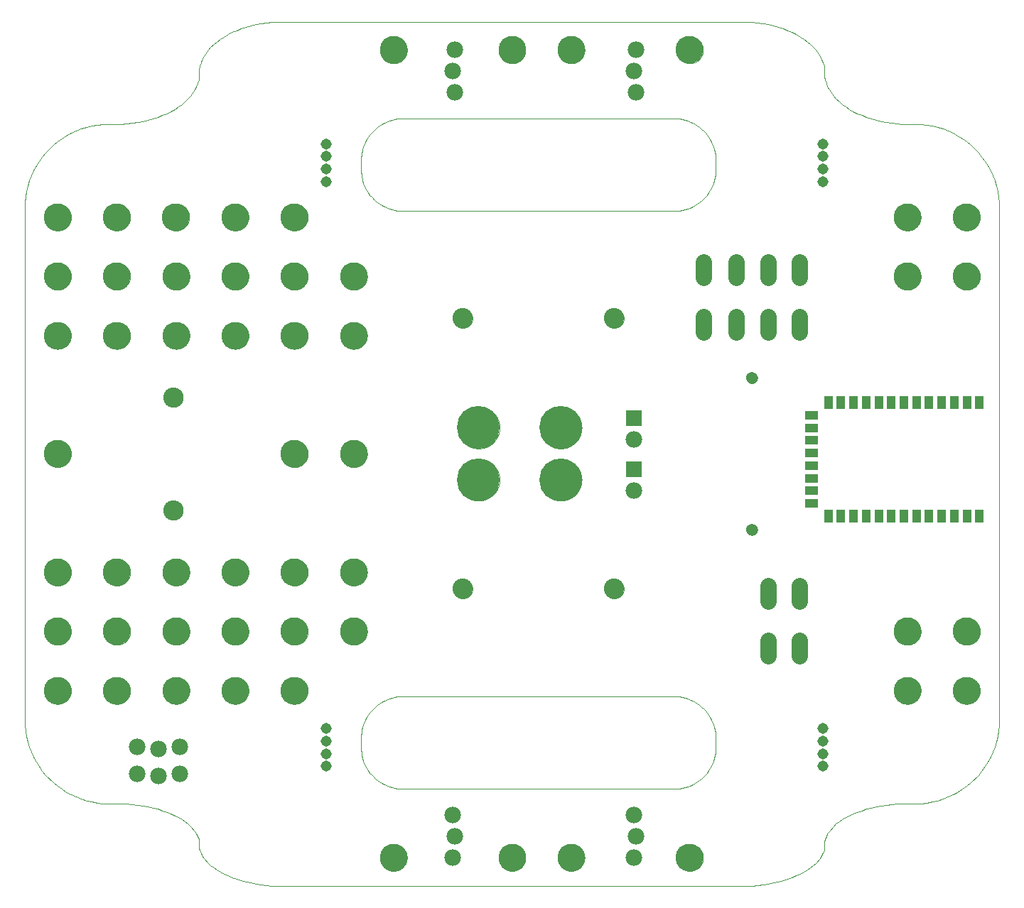
<source format=gbs>
G75*
%MOIN*%
%OFA0B0*%
%FSLAX25Y25*%
%IPPOS*%
%LPD*%
%AMOC8*
5,1,8,0,0,1.08239X$1,22.5*
%
%ADD10C,0.00394*%
%ADD11C,0.00000*%
%ADD12C,0.09455*%
%ADD13C,0.12998*%
%ADD14C,0.20085*%
%ADD15C,0.05400*%
%ADD16R,0.07800X0.07800*%
%ADD17C,0.07800*%
%ADD18C,0.05156*%
%ADD19R,0.04337X0.06306*%
%ADD20R,0.06306X0.04337*%
%ADD21C,0.07800*%
D10*
X0090927Y0100557D02*
X0092345Y0099525D01*
X0093764Y0098493D01*
X0095379Y0097530D01*
X0097163Y0096651D01*
X0098947Y0095772D01*
X0100900Y0094977D01*
X0102995Y0094278D01*
X0105091Y0093579D01*
X0107328Y0092976D01*
X0109681Y0092484D01*
X0112034Y0091991D01*
X0114502Y0091609D01*
X0117059Y0091349D01*
X0119616Y0091089D01*
X0122261Y0090953D01*
X0342231Y0090953D01*
X0344876Y0091089D01*
X0347432Y0091349D01*
X0349989Y0091609D01*
X0352458Y0091991D01*
X0354811Y0092484D01*
X0357163Y0092976D01*
X0359401Y0093579D01*
X0361496Y0094278D01*
X0363592Y0094977D01*
X0365545Y0095772D01*
X0367329Y0096651D01*
X0369113Y0097530D01*
X0370728Y0098493D01*
X0372146Y0099525D01*
X0373565Y0100557D01*
X0374788Y0101660D01*
X0376787Y0103978D01*
X0377564Y0105195D01*
X0378090Y0106454D01*
X0378617Y0107714D01*
X0378894Y0109017D01*
X0378894Y0111685D01*
X0379171Y0112988D01*
X0379697Y0114248D01*
X0380224Y0115507D01*
X0381001Y0116724D01*
X0383000Y0119042D01*
X0384223Y0120145D01*
X0385641Y0121177D01*
X0387060Y0122209D01*
X0388675Y0123172D01*
X0390459Y0124051D01*
X0392243Y0124930D01*
X0394196Y0125725D01*
X0396291Y0126424D01*
X0398387Y0127123D01*
X0400624Y0127726D01*
X0402977Y0128218D01*
X0405330Y0128711D01*
X0407799Y0129093D01*
X0410355Y0129353D01*
X0412912Y0129613D01*
X0415557Y0129749D01*
X0424090Y0129749D01*
X0426735Y0130026D01*
X0429292Y0130552D01*
X0431848Y0131079D01*
X0434317Y0131856D01*
X0436670Y0132855D01*
X0439023Y0133855D01*
X0441260Y0135078D01*
X0443356Y0136496D01*
X0445451Y0137915D01*
X0447404Y0139530D01*
X0450972Y0143098D01*
X0452587Y0145051D01*
X0454005Y0147146D01*
X0455424Y0149242D01*
X0456647Y0151479D01*
X0458646Y0156185D01*
X0459423Y0158654D01*
X0459949Y0161210D01*
X0460476Y0163767D01*
X0460753Y0166412D01*
X0460753Y0411987D01*
X0460476Y0414632D01*
X0459949Y0417189D01*
X0459423Y0419746D01*
X0458646Y0422214D01*
X0456647Y0426920D01*
X0455424Y0429157D01*
X0454005Y0431253D01*
X0452587Y0433348D01*
X0450972Y0435301D01*
X0447404Y0438869D01*
X0445451Y0440484D01*
X0443356Y0441903D01*
X0441260Y0443321D01*
X0439023Y0444544D01*
X0434317Y0446543D01*
X0431848Y0447320D01*
X0429292Y0447847D01*
X0426735Y0448373D01*
X0424090Y0448650D01*
X0415557Y0448650D01*
X0412912Y0448819D01*
X0410355Y0449141D01*
X0407799Y0449463D01*
X0405330Y0449937D01*
X0400624Y0451159D01*
X0398387Y0451906D01*
X0396291Y0452773D01*
X0394196Y0453639D01*
X0392243Y0454626D01*
X0390459Y0455716D01*
X0388675Y0456806D01*
X0387060Y0457999D01*
X0385641Y0459279D01*
X0384223Y0460559D01*
X0383000Y0461927D01*
X0381001Y0464802D01*
X0380224Y0466310D01*
X0379697Y0467872D01*
X0379171Y0469434D01*
X0378894Y0471050D01*
X0378894Y0474357D01*
X0378617Y0475973D01*
X0378090Y0477535D01*
X0377564Y0479097D01*
X0376787Y0480605D01*
X0374788Y0483481D01*
X0373565Y0484848D01*
X0372146Y0486128D01*
X0370728Y0487408D01*
X0369113Y0488601D01*
X0367329Y0489691D01*
X0365545Y0490781D01*
X0363592Y0491768D01*
X0361496Y0492635D01*
X0359401Y0493501D01*
X0357163Y0494248D01*
X0352458Y0495470D01*
X0349989Y0495944D01*
X0347432Y0496266D01*
X0344876Y0496588D01*
X0342231Y0496757D01*
X0122261Y0496757D01*
X0119616Y0496588D01*
X0117059Y0496266D01*
X0114502Y0495944D01*
X0112034Y0495470D01*
X0107328Y0494248D01*
X0105091Y0493501D01*
X0102995Y0492635D01*
X0100900Y0491768D01*
X0098947Y0490781D01*
X0097163Y0489691D01*
X0095379Y0488601D01*
X0093764Y0487408D01*
X0092345Y0486128D01*
X0090927Y0484848D01*
X0089704Y0483481D01*
X0087705Y0480605D01*
X0086928Y0479097D01*
X0086401Y0477535D01*
X0085875Y0475973D01*
X0085598Y0474357D01*
X0085598Y0471050D01*
X0085321Y0469434D01*
X0084794Y0467872D01*
X0084267Y0466310D01*
X0083491Y0464802D01*
X0081492Y0461927D01*
X0080269Y0460559D01*
X0078850Y0459279D01*
X0077432Y0457999D01*
X0075817Y0456806D01*
X0074033Y0455716D01*
X0072249Y0454626D01*
X0070296Y0453639D01*
X0068200Y0452773D01*
X0066105Y0451906D01*
X0063867Y0451159D01*
X0059161Y0449937D01*
X0056693Y0449463D01*
X0054136Y0449141D01*
X0051580Y0448819D01*
X0048934Y0448650D01*
X0040402Y0448650D01*
X0037757Y0448373D01*
X0035200Y0447847D01*
X0032643Y0447320D01*
X0030175Y0446543D01*
X0025469Y0444544D01*
X0023231Y0443321D01*
X0021136Y0441903D01*
X0019041Y0440484D01*
X0017088Y0438869D01*
X0013520Y0435301D01*
X0011905Y0433348D01*
X0010486Y0431253D01*
X0009067Y0429157D01*
X0007845Y0426920D01*
X0005846Y0422214D01*
X0005069Y0419746D01*
X0004542Y0417189D01*
X0004016Y0414632D01*
X0003739Y0411987D01*
X0003739Y0166412D01*
X0004016Y0163767D01*
X0004542Y0161210D01*
X0005069Y0158654D01*
X0005846Y0156185D01*
X0007845Y0151479D01*
X0009067Y0149242D01*
X0010486Y0147146D01*
X0011905Y0145051D01*
X0013520Y0143098D01*
X0017088Y0139530D01*
X0019041Y0137915D01*
X0021136Y0136496D01*
X0023231Y0135078D01*
X0025469Y0133855D01*
X0027822Y0132855D01*
X0030175Y0131856D01*
X0032643Y0131079D01*
X0035200Y0130552D01*
X0037757Y0130026D01*
X0040402Y0129749D01*
X0048934Y0129749D01*
X0051580Y0129613D01*
X0054136Y0129353D01*
X0056693Y0129093D01*
X0059161Y0128711D01*
X0061514Y0128218D01*
X0063867Y0127726D01*
X0066105Y0127123D01*
X0068200Y0126424D01*
X0070296Y0125725D01*
X0072249Y0124930D01*
X0074033Y0124051D01*
X0075817Y0123172D01*
X0077432Y0122209D01*
X0078850Y0121177D01*
X0080269Y0120145D01*
X0081492Y0119042D01*
X0083491Y0116724D01*
X0084267Y0115507D01*
X0084794Y0114248D01*
X0085321Y0112988D01*
X0085598Y0111685D01*
X0085598Y0109017D01*
X0085875Y0107714D01*
X0086401Y0106454D01*
X0086928Y0105195D01*
X0087705Y0103978D01*
X0089704Y0101660D01*
X0090927Y0100557D01*
X0163542Y0147308D02*
X0162542Y0149661D01*
X0162154Y0150895D01*
X0161891Y0152173D01*
X0161627Y0153452D01*
X0161489Y0154774D01*
X0161489Y0161603D01*
X0161627Y0162926D01*
X0161891Y0164204D01*
X0162154Y0165483D01*
X0162542Y0166717D01*
X0163542Y0169070D01*
X0164153Y0170189D01*
X0164863Y0171236D01*
X0165572Y0172284D01*
X0166379Y0173260D01*
X0168163Y0175044D01*
X0169140Y0175852D01*
X0170188Y0176561D01*
X0171235Y0177271D01*
X0172354Y0177882D01*
X0174707Y0178881D01*
X0175941Y0179270D01*
X0177220Y0179533D01*
X0178498Y0179797D01*
X0179821Y0179935D01*
X0309576Y0179935D01*
X0310898Y0179797D01*
X0313455Y0179270D01*
X0314689Y0178881D01*
X0315866Y0178382D01*
X0317042Y0177882D01*
X0318161Y0177271D01*
X0319209Y0176561D01*
X0320256Y0175852D01*
X0321233Y0175044D01*
X0322125Y0174152D01*
X0323017Y0173260D01*
X0323824Y0172284D01*
X0325243Y0170189D01*
X0325854Y0169070D01*
X0326854Y0166717D01*
X0327242Y0165483D01*
X0327505Y0164204D01*
X0327769Y0162926D01*
X0327907Y0161603D01*
X0327907Y0154774D01*
X0327769Y0153452D01*
X0327505Y0152173D01*
X0327242Y0150895D01*
X0326854Y0149661D01*
X0325854Y0147308D01*
X0325243Y0146189D01*
X0324534Y0145141D01*
X0323824Y0144093D01*
X0323017Y0143117D01*
X0322125Y0142225D01*
X0321233Y0141333D01*
X0320256Y0140526D01*
X0319209Y0139816D01*
X0318161Y0139107D01*
X0317042Y0138496D01*
X0315866Y0137996D01*
X0314689Y0137496D01*
X0313455Y0137108D01*
X0312177Y0136844D01*
X0310898Y0136581D01*
X0309576Y0136442D01*
X0179821Y0136442D01*
X0178498Y0136581D01*
X0177220Y0136844D01*
X0175941Y0137108D01*
X0174707Y0137496D01*
X0172354Y0138496D01*
X0171235Y0139107D01*
X0169140Y0140526D01*
X0168163Y0141333D01*
X0167271Y0142225D01*
X0166379Y0143117D01*
X0165572Y0144093D01*
X0164863Y0145141D01*
X0164153Y0146189D01*
X0163542Y0147308D01*
X0179821Y0407775D02*
X0178498Y0407914D01*
X0177220Y0408177D01*
X0175941Y0408440D01*
X0174707Y0408829D01*
X0172354Y0409828D01*
X0171235Y0410440D01*
X0169140Y0411858D01*
X0168163Y0412666D01*
X0166379Y0414450D01*
X0165572Y0415426D01*
X0164863Y0416474D01*
X0164153Y0417522D01*
X0163542Y0418640D01*
X0162542Y0420993D01*
X0162154Y0422227D01*
X0161627Y0424784D01*
X0161489Y0426107D01*
X0161489Y0432936D01*
X0161627Y0434258D01*
X0162154Y0436815D01*
X0162542Y0438049D01*
X0163542Y0440402D01*
X0164153Y0441521D01*
X0164863Y0442569D01*
X0165572Y0443617D01*
X0166379Y0444593D01*
X0168163Y0446377D01*
X0169140Y0447184D01*
X0170188Y0447894D01*
X0171235Y0448603D01*
X0172354Y0449215D01*
X0174707Y0450214D01*
X0175941Y0450602D01*
X0177220Y0450866D01*
X0178498Y0451129D01*
X0179821Y0451268D01*
X0309576Y0451268D01*
X0310898Y0451129D01*
X0312177Y0450866D01*
X0313455Y0450602D01*
X0314689Y0450214D01*
X0315866Y0449714D01*
X0317042Y0449215D01*
X0318161Y0448603D01*
X0319209Y0447894D01*
X0320256Y0447184D01*
X0321233Y0446377D01*
X0322125Y0445485D01*
X0323017Y0444593D01*
X0323824Y0443617D01*
X0324534Y0442569D01*
X0325243Y0441521D01*
X0325854Y0440402D01*
X0326854Y0438049D01*
X0327242Y0436815D01*
X0327769Y0434258D01*
X0327907Y0432936D01*
X0327907Y0426107D01*
X0327769Y0424784D01*
X0327242Y0422227D01*
X0326854Y0420993D01*
X0325854Y0418640D01*
X0325243Y0417522D01*
X0324534Y0416474D01*
X0323824Y0415426D01*
X0323017Y0414450D01*
X0322125Y0413558D01*
X0321233Y0412666D01*
X0320256Y0411858D01*
X0319209Y0411149D01*
X0318161Y0410440D01*
X0317042Y0409828D01*
X0315866Y0409328D01*
X0314689Y0408829D01*
X0313455Y0408440D01*
X0312177Y0408177D01*
X0310898Y0407914D01*
X0309576Y0407775D01*
X0179821Y0407775D01*
D11*
X0151701Y0377175D02*
X0151703Y0377333D01*
X0151709Y0377491D01*
X0151719Y0377649D01*
X0151733Y0377807D01*
X0151751Y0377964D01*
X0151772Y0378121D01*
X0151798Y0378277D01*
X0151828Y0378433D01*
X0151861Y0378588D01*
X0151899Y0378741D01*
X0151940Y0378894D01*
X0151985Y0379046D01*
X0152034Y0379197D01*
X0152087Y0379346D01*
X0152143Y0379494D01*
X0152203Y0379640D01*
X0152267Y0379785D01*
X0152335Y0379928D01*
X0152406Y0380070D01*
X0152480Y0380210D01*
X0152558Y0380347D01*
X0152640Y0380483D01*
X0152724Y0380617D01*
X0152813Y0380748D01*
X0152904Y0380877D01*
X0152999Y0381004D01*
X0153096Y0381129D01*
X0153197Y0381251D01*
X0153301Y0381370D01*
X0153408Y0381487D01*
X0153518Y0381601D01*
X0153631Y0381712D01*
X0153746Y0381821D01*
X0153864Y0381926D01*
X0153985Y0382028D01*
X0154108Y0382128D01*
X0154234Y0382224D01*
X0154362Y0382317D01*
X0154492Y0382407D01*
X0154625Y0382493D01*
X0154760Y0382577D01*
X0154896Y0382656D01*
X0155035Y0382733D01*
X0155176Y0382805D01*
X0155318Y0382875D01*
X0155462Y0382940D01*
X0155608Y0383002D01*
X0155755Y0383060D01*
X0155904Y0383115D01*
X0156054Y0383166D01*
X0156205Y0383213D01*
X0156357Y0383256D01*
X0156510Y0383295D01*
X0156665Y0383331D01*
X0156820Y0383362D01*
X0156976Y0383390D01*
X0157132Y0383414D01*
X0157289Y0383434D01*
X0157447Y0383450D01*
X0157604Y0383462D01*
X0157763Y0383470D01*
X0157921Y0383474D01*
X0158079Y0383474D01*
X0158237Y0383470D01*
X0158396Y0383462D01*
X0158553Y0383450D01*
X0158711Y0383434D01*
X0158868Y0383414D01*
X0159024Y0383390D01*
X0159180Y0383362D01*
X0159335Y0383331D01*
X0159490Y0383295D01*
X0159643Y0383256D01*
X0159795Y0383213D01*
X0159946Y0383166D01*
X0160096Y0383115D01*
X0160245Y0383060D01*
X0160392Y0383002D01*
X0160538Y0382940D01*
X0160682Y0382875D01*
X0160824Y0382805D01*
X0160965Y0382733D01*
X0161104Y0382656D01*
X0161240Y0382577D01*
X0161375Y0382493D01*
X0161508Y0382407D01*
X0161638Y0382317D01*
X0161766Y0382224D01*
X0161892Y0382128D01*
X0162015Y0382028D01*
X0162136Y0381926D01*
X0162254Y0381821D01*
X0162369Y0381712D01*
X0162482Y0381601D01*
X0162592Y0381487D01*
X0162699Y0381370D01*
X0162803Y0381251D01*
X0162904Y0381129D01*
X0163001Y0381004D01*
X0163096Y0380877D01*
X0163187Y0380748D01*
X0163276Y0380617D01*
X0163360Y0380483D01*
X0163442Y0380347D01*
X0163520Y0380210D01*
X0163594Y0380070D01*
X0163665Y0379928D01*
X0163733Y0379785D01*
X0163797Y0379640D01*
X0163857Y0379494D01*
X0163913Y0379346D01*
X0163966Y0379197D01*
X0164015Y0379046D01*
X0164060Y0378894D01*
X0164101Y0378741D01*
X0164139Y0378588D01*
X0164172Y0378433D01*
X0164202Y0378277D01*
X0164228Y0378121D01*
X0164249Y0377964D01*
X0164267Y0377807D01*
X0164281Y0377649D01*
X0164291Y0377491D01*
X0164297Y0377333D01*
X0164299Y0377175D01*
X0164297Y0377017D01*
X0164291Y0376859D01*
X0164281Y0376701D01*
X0164267Y0376543D01*
X0164249Y0376386D01*
X0164228Y0376229D01*
X0164202Y0376073D01*
X0164172Y0375917D01*
X0164139Y0375762D01*
X0164101Y0375609D01*
X0164060Y0375456D01*
X0164015Y0375304D01*
X0163966Y0375153D01*
X0163913Y0375004D01*
X0163857Y0374856D01*
X0163797Y0374710D01*
X0163733Y0374565D01*
X0163665Y0374422D01*
X0163594Y0374280D01*
X0163520Y0374140D01*
X0163442Y0374003D01*
X0163360Y0373867D01*
X0163276Y0373733D01*
X0163187Y0373602D01*
X0163096Y0373473D01*
X0163001Y0373346D01*
X0162904Y0373221D01*
X0162803Y0373099D01*
X0162699Y0372980D01*
X0162592Y0372863D01*
X0162482Y0372749D01*
X0162369Y0372638D01*
X0162254Y0372529D01*
X0162136Y0372424D01*
X0162015Y0372322D01*
X0161892Y0372222D01*
X0161766Y0372126D01*
X0161638Y0372033D01*
X0161508Y0371943D01*
X0161375Y0371857D01*
X0161240Y0371773D01*
X0161104Y0371694D01*
X0160965Y0371617D01*
X0160824Y0371545D01*
X0160682Y0371475D01*
X0160538Y0371410D01*
X0160392Y0371348D01*
X0160245Y0371290D01*
X0160096Y0371235D01*
X0159946Y0371184D01*
X0159795Y0371137D01*
X0159643Y0371094D01*
X0159490Y0371055D01*
X0159335Y0371019D01*
X0159180Y0370988D01*
X0159024Y0370960D01*
X0158868Y0370936D01*
X0158711Y0370916D01*
X0158553Y0370900D01*
X0158396Y0370888D01*
X0158237Y0370880D01*
X0158079Y0370876D01*
X0157921Y0370876D01*
X0157763Y0370880D01*
X0157604Y0370888D01*
X0157447Y0370900D01*
X0157289Y0370916D01*
X0157132Y0370936D01*
X0156976Y0370960D01*
X0156820Y0370988D01*
X0156665Y0371019D01*
X0156510Y0371055D01*
X0156357Y0371094D01*
X0156205Y0371137D01*
X0156054Y0371184D01*
X0155904Y0371235D01*
X0155755Y0371290D01*
X0155608Y0371348D01*
X0155462Y0371410D01*
X0155318Y0371475D01*
X0155176Y0371545D01*
X0155035Y0371617D01*
X0154896Y0371694D01*
X0154760Y0371773D01*
X0154625Y0371857D01*
X0154492Y0371943D01*
X0154362Y0372033D01*
X0154234Y0372126D01*
X0154108Y0372222D01*
X0153985Y0372322D01*
X0153864Y0372424D01*
X0153746Y0372529D01*
X0153631Y0372638D01*
X0153518Y0372749D01*
X0153408Y0372863D01*
X0153301Y0372980D01*
X0153197Y0373099D01*
X0153096Y0373221D01*
X0152999Y0373346D01*
X0152904Y0373473D01*
X0152813Y0373602D01*
X0152724Y0373733D01*
X0152640Y0373867D01*
X0152558Y0374003D01*
X0152480Y0374140D01*
X0152406Y0374280D01*
X0152335Y0374422D01*
X0152267Y0374565D01*
X0152203Y0374710D01*
X0152143Y0374856D01*
X0152087Y0375004D01*
X0152034Y0375153D01*
X0151985Y0375304D01*
X0151940Y0375456D01*
X0151899Y0375609D01*
X0151861Y0375762D01*
X0151828Y0375917D01*
X0151798Y0376073D01*
X0151772Y0376229D01*
X0151751Y0376386D01*
X0151733Y0376543D01*
X0151719Y0376701D01*
X0151709Y0376859D01*
X0151703Y0377017D01*
X0151701Y0377175D01*
X0123901Y0377175D02*
X0123903Y0377333D01*
X0123909Y0377491D01*
X0123919Y0377649D01*
X0123933Y0377807D01*
X0123951Y0377964D01*
X0123972Y0378121D01*
X0123998Y0378277D01*
X0124028Y0378433D01*
X0124061Y0378588D01*
X0124099Y0378741D01*
X0124140Y0378894D01*
X0124185Y0379046D01*
X0124234Y0379197D01*
X0124287Y0379346D01*
X0124343Y0379494D01*
X0124403Y0379640D01*
X0124467Y0379785D01*
X0124535Y0379928D01*
X0124606Y0380070D01*
X0124680Y0380210D01*
X0124758Y0380347D01*
X0124840Y0380483D01*
X0124924Y0380617D01*
X0125013Y0380748D01*
X0125104Y0380877D01*
X0125199Y0381004D01*
X0125296Y0381129D01*
X0125397Y0381251D01*
X0125501Y0381370D01*
X0125608Y0381487D01*
X0125718Y0381601D01*
X0125831Y0381712D01*
X0125946Y0381821D01*
X0126064Y0381926D01*
X0126185Y0382028D01*
X0126308Y0382128D01*
X0126434Y0382224D01*
X0126562Y0382317D01*
X0126692Y0382407D01*
X0126825Y0382493D01*
X0126960Y0382577D01*
X0127096Y0382656D01*
X0127235Y0382733D01*
X0127376Y0382805D01*
X0127518Y0382875D01*
X0127662Y0382940D01*
X0127808Y0383002D01*
X0127955Y0383060D01*
X0128104Y0383115D01*
X0128254Y0383166D01*
X0128405Y0383213D01*
X0128557Y0383256D01*
X0128710Y0383295D01*
X0128865Y0383331D01*
X0129020Y0383362D01*
X0129176Y0383390D01*
X0129332Y0383414D01*
X0129489Y0383434D01*
X0129647Y0383450D01*
X0129804Y0383462D01*
X0129963Y0383470D01*
X0130121Y0383474D01*
X0130279Y0383474D01*
X0130437Y0383470D01*
X0130596Y0383462D01*
X0130753Y0383450D01*
X0130911Y0383434D01*
X0131068Y0383414D01*
X0131224Y0383390D01*
X0131380Y0383362D01*
X0131535Y0383331D01*
X0131690Y0383295D01*
X0131843Y0383256D01*
X0131995Y0383213D01*
X0132146Y0383166D01*
X0132296Y0383115D01*
X0132445Y0383060D01*
X0132592Y0383002D01*
X0132738Y0382940D01*
X0132882Y0382875D01*
X0133024Y0382805D01*
X0133165Y0382733D01*
X0133304Y0382656D01*
X0133440Y0382577D01*
X0133575Y0382493D01*
X0133708Y0382407D01*
X0133838Y0382317D01*
X0133966Y0382224D01*
X0134092Y0382128D01*
X0134215Y0382028D01*
X0134336Y0381926D01*
X0134454Y0381821D01*
X0134569Y0381712D01*
X0134682Y0381601D01*
X0134792Y0381487D01*
X0134899Y0381370D01*
X0135003Y0381251D01*
X0135104Y0381129D01*
X0135201Y0381004D01*
X0135296Y0380877D01*
X0135387Y0380748D01*
X0135476Y0380617D01*
X0135560Y0380483D01*
X0135642Y0380347D01*
X0135720Y0380210D01*
X0135794Y0380070D01*
X0135865Y0379928D01*
X0135933Y0379785D01*
X0135997Y0379640D01*
X0136057Y0379494D01*
X0136113Y0379346D01*
X0136166Y0379197D01*
X0136215Y0379046D01*
X0136260Y0378894D01*
X0136301Y0378741D01*
X0136339Y0378588D01*
X0136372Y0378433D01*
X0136402Y0378277D01*
X0136428Y0378121D01*
X0136449Y0377964D01*
X0136467Y0377807D01*
X0136481Y0377649D01*
X0136491Y0377491D01*
X0136497Y0377333D01*
X0136499Y0377175D01*
X0136497Y0377017D01*
X0136491Y0376859D01*
X0136481Y0376701D01*
X0136467Y0376543D01*
X0136449Y0376386D01*
X0136428Y0376229D01*
X0136402Y0376073D01*
X0136372Y0375917D01*
X0136339Y0375762D01*
X0136301Y0375609D01*
X0136260Y0375456D01*
X0136215Y0375304D01*
X0136166Y0375153D01*
X0136113Y0375004D01*
X0136057Y0374856D01*
X0135997Y0374710D01*
X0135933Y0374565D01*
X0135865Y0374422D01*
X0135794Y0374280D01*
X0135720Y0374140D01*
X0135642Y0374003D01*
X0135560Y0373867D01*
X0135476Y0373733D01*
X0135387Y0373602D01*
X0135296Y0373473D01*
X0135201Y0373346D01*
X0135104Y0373221D01*
X0135003Y0373099D01*
X0134899Y0372980D01*
X0134792Y0372863D01*
X0134682Y0372749D01*
X0134569Y0372638D01*
X0134454Y0372529D01*
X0134336Y0372424D01*
X0134215Y0372322D01*
X0134092Y0372222D01*
X0133966Y0372126D01*
X0133838Y0372033D01*
X0133708Y0371943D01*
X0133575Y0371857D01*
X0133440Y0371773D01*
X0133304Y0371694D01*
X0133165Y0371617D01*
X0133024Y0371545D01*
X0132882Y0371475D01*
X0132738Y0371410D01*
X0132592Y0371348D01*
X0132445Y0371290D01*
X0132296Y0371235D01*
X0132146Y0371184D01*
X0131995Y0371137D01*
X0131843Y0371094D01*
X0131690Y0371055D01*
X0131535Y0371019D01*
X0131380Y0370988D01*
X0131224Y0370960D01*
X0131068Y0370936D01*
X0130911Y0370916D01*
X0130753Y0370900D01*
X0130596Y0370888D01*
X0130437Y0370880D01*
X0130279Y0370876D01*
X0130121Y0370876D01*
X0129963Y0370880D01*
X0129804Y0370888D01*
X0129647Y0370900D01*
X0129489Y0370916D01*
X0129332Y0370936D01*
X0129176Y0370960D01*
X0129020Y0370988D01*
X0128865Y0371019D01*
X0128710Y0371055D01*
X0128557Y0371094D01*
X0128405Y0371137D01*
X0128254Y0371184D01*
X0128104Y0371235D01*
X0127955Y0371290D01*
X0127808Y0371348D01*
X0127662Y0371410D01*
X0127518Y0371475D01*
X0127376Y0371545D01*
X0127235Y0371617D01*
X0127096Y0371694D01*
X0126960Y0371773D01*
X0126825Y0371857D01*
X0126692Y0371943D01*
X0126562Y0372033D01*
X0126434Y0372126D01*
X0126308Y0372222D01*
X0126185Y0372322D01*
X0126064Y0372424D01*
X0125946Y0372529D01*
X0125831Y0372638D01*
X0125718Y0372749D01*
X0125608Y0372863D01*
X0125501Y0372980D01*
X0125397Y0373099D01*
X0125296Y0373221D01*
X0125199Y0373346D01*
X0125104Y0373473D01*
X0125013Y0373602D01*
X0124924Y0373733D01*
X0124840Y0373867D01*
X0124758Y0374003D01*
X0124680Y0374140D01*
X0124606Y0374280D01*
X0124535Y0374422D01*
X0124467Y0374565D01*
X0124403Y0374710D01*
X0124343Y0374856D01*
X0124287Y0375004D01*
X0124234Y0375153D01*
X0124185Y0375304D01*
X0124140Y0375456D01*
X0124099Y0375609D01*
X0124061Y0375762D01*
X0124028Y0375917D01*
X0123998Y0376073D01*
X0123972Y0376229D01*
X0123951Y0376386D01*
X0123933Y0376543D01*
X0123919Y0376701D01*
X0123909Y0376859D01*
X0123903Y0377017D01*
X0123901Y0377175D01*
X0096101Y0377175D02*
X0096103Y0377333D01*
X0096109Y0377491D01*
X0096119Y0377649D01*
X0096133Y0377807D01*
X0096151Y0377964D01*
X0096172Y0378121D01*
X0096198Y0378277D01*
X0096228Y0378433D01*
X0096261Y0378588D01*
X0096299Y0378741D01*
X0096340Y0378894D01*
X0096385Y0379046D01*
X0096434Y0379197D01*
X0096487Y0379346D01*
X0096543Y0379494D01*
X0096603Y0379640D01*
X0096667Y0379785D01*
X0096735Y0379928D01*
X0096806Y0380070D01*
X0096880Y0380210D01*
X0096958Y0380347D01*
X0097040Y0380483D01*
X0097124Y0380617D01*
X0097213Y0380748D01*
X0097304Y0380877D01*
X0097399Y0381004D01*
X0097496Y0381129D01*
X0097597Y0381251D01*
X0097701Y0381370D01*
X0097808Y0381487D01*
X0097918Y0381601D01*
X0098031Y0381712D01*
X0098146Y0381821D01*
X0098264Y0381926D01*
X0098385Y0382028D01*
X0098508Y0382128D01*
X0098634Y0382224D01*
X0098762Y0382317D01*
X0098892Y0382407D01*
X0099025Y0382493D01*
X0099160Y0382577D01*
X0099296Y0382656D01*
X0099435Y0382733D01*
X0099576Y0382805D01*
X0099718Y0382875D01*
X0099862Y0382940D01*
X0100008Y0383002D01*
X0100155Y0383060D01*
X0100304Y0383115D01*
X0100454Y0383166D01*
X0100605Y0383213D01*
X0100757Y0383256D01*
X0100910Y0383295D01*
X0101065Y0383331D01*
X0101220Y0383362D01*
X0101376Y0383390D01*
X0101532Y0383414D01*
X0101689Y0383434D01*
X0101847Y0383450D01*
X0102004Y0383462D01*
X0102163Y0383470D01*
X0102321Y0383474D01*
X0102479Y0383474D01*
X0102637Y0383470D01*
X0102796Y0383462D01*
X0102953Y0383450D01*
X0103111Y0383434D01*
X0103268Y0383414D01*
X0103424Y0383390D01*
X0103580Y0383362D01*
X0103735Y0383331D01*
X0103890Y0383295D01*
X0104043Y0383256D01*
X0104195Y0383213D01*
X0104346Y0383166D01*
X0104496Y0383115D01*
X0104645Y0383060D01*
X0104792Y0383002D01*
X0104938Y0382940D01*
X0105082Y0382875D01*
X0105224Y0382805D01*
X0105365Y0382733D01*
X0105504Y0382656D01*
X0105640Y0382577D01*
X0105775Y0382493D01*
X0105908Y0382407D01*
X0106038Y0382317D01*
X0106166Y0382224D01*
X0106292Y0382128D01*
X0106415Y0382028D01*
X0106536Y0381926D01*
X0106654Y0381821D01*
X0106769Y0381712D01*
X0106882Y0381601D01*
X0106992Y0381487D01*
X0107099Y0381370D01*
X0107203Y0381251D01*
X0107304Y0381129D01*
X0107401Y0381004D01*
X0107496Y0380877D01*
X0107587Y0380748D01*
X0107676Y0380617D01*
X0107760Y0380483D01*
X0107842Y0380347D01*
X0107920Y0380210D01*
X0107994Y0380070D01*
X0108065Y0379928D01*
X0108133Y0379785D01*
X0108197Y0379640D01*
X0108257Y0379494D01*
X0108313Y0379346D01*
X0108366Y0379197D01*
X0108415Y0379046D01*
X0108460Y0378894D01*
X0108501Y0378741D01*
X0108539Y0378588D01*
X0108572Y0378433D01*
X0108602Y0378277D01*
X0108628Y0378121D01*
X0108649Y0377964D01*
X0108667Y0377807D01*
X0108681Y0377649D01*
X0108691Y0377491D01*
X0108697Y0377333D01*
X0108699Y0377175D01*
X0108697Y0377017D01*
X0108691Y0376859D01*
X0108681Y0376701D01*
X0108667Y0376543D01*
X0108649Y0376386D01*
X0108628Y0376229D01*
X0108602Y0376073D01*
X0108572Y0375917D01*
X0108539Y0375762D01*
X0108501Y0375609D01*
X0108460Y0375456D01*
X0108415Y0375304D01*
X0108366Y0375153D01*
X0108313Y0375004D01*
X0108257Y0374856D01*
X0108197Y0374710D01*
X0108133Y0374565D01*
X0108065Y0374422D01*
X0107994Y0374280D01*
X0107920Y0374140D01*
X0107842Y0374003D01*
X0107760Y0373867D01*
X0107676Y0373733D01*
X0107587Y0373602D01*
X0107496Y0373473D01*
X0107401Y0373346D01*
X0107304Y0373221D01*
X0107203Y0373099D01*
X0107099Y0372980D01*
X0106992Y0372863D01*
X0106882Y0372749D01*
X0106769Y0372638D01*
X0106654Y0372529D01*
X0106536Y0372424D01*
X0106415Y0372322D01*
X0106292Y0372222D01*
X0106166Y0372126D01*
X0106038Y0372033D01*
X0105908Y0371943D01*
X0105775Y0371857D01*
X0105640Y0371773D01*
X0105504Y0371694D01*
X0105365Y0371617D01*
X0105224Y0371545D01*
X0105082Y0371475D01*
X0104938Y0371410D01*
X0104792Y0371348D01*
X0104645Y0371290D01*
X0104496Y0371235D01*
X0104346Y0371184D01*
X0104195Y0371137D01*
X0104043Y0371094D01*
X0103890Y0371055D01*
X0103735Y0371019D01*
X0103580Y0370988D01*
X0103424Y0370960D01*
X0103268Y0370936D01*
X0103111Y0370916D01*
X0102953Y0370900D01*
X0102796Y0370888D01*
X0102637Y0370880D01*
X0102479Y0370876D01*
X0102321Y0370876D01*
X0102163Y0370880D01*
X0102004Y0370888D01*
X0101847Y0370900D01*
X0101689Y0370916D01*
X0101532Y0370936D01*
X0101376Y0370960D01*
X0101220Y0370988D01*
X0101065Y0371019D01*
X0100910Y0371055D01*
X0100757Y0371094D01*
X0100605Y0371137D01*
X0100454Y0371184D01*
X0100304Y0371235D01*
X0100155Y0371290D01*
X0100008Y0371348D01*
X0099862Y0371410D01*
X0099718Y0371475D01*
X0099576Y0371545D01*
X0099435Y0371617D01*
X0099296Y0371694D01*
X0099160Y0371773D01*
X0099025Y0371857D01*
X0098892Y0371943D01*
X0098762Y0372033D01*
X0098634Y0372126D01*
X0098508Y0372222D01*
X0098385Y0372322D01*
X0098264Y0372424D01*
X0098146Y0372529D01*
X0098031Y0372638D01*
X0097918Y0372749D01*
X0097808Y0372863D01*
X0097701Y0372980D01*
X0097597Y0373099D01*
X0097496Y0373221D01*
X0097399Y0373346D01*
X0097304Y0373473D01*
X0097213Y0373602D01*
X0097124Y0373733D01*
X0097040Y0373867D01*
X0096958Y0374003D01*
X0096880Y0374140D01*
X0096806Y0374280D01*
X0096735Y0374422D01*
X0096667Y0374565D01*
X0096603Y0374710D01*
X0096543Y0374856D01*
X0096487Y0375004D01*
X0096434Y0375153D01*
X0096385Y0375304D01*
X0096340Y0375456D01*
X0096299Y0375609D01*
X0096261Y0375762D01*
X0096228Y0375917D01*
X0096198Y0376073D01*
X0096172Y0376229D01*
X0096151Y0376386D01*
X0096133Y0376543D01*
X0096119Y0376701D01*
X0096109Y0376859D01*
X0096103Y0377017D01*
X0096101Y0377175D01*
X0068401Y0377175D02*
X0068403Y0377333D01*
X0068409Y0377491D01*
X0068419Y0377649D01*
X0068433Y0377807D01*
X0068451Y0377964D01*
X0068472Y0378121D01*
X0068498Y0378277D01*
X0068528Y0378433D01*
X0068561Y0378588D01*
X0068599Y0378741D01*
X0068640Y0378894D01*
X0068685Y0379046D01*
X0068734Y0379197D01*
X0068787Y0379346D01*
X0068843Y0379494D01*
X0068903Y0379640D01*
X0068967Y0379785D01*
X0069035Y0379928D01*
X0069106Y0380070D01*
X0069180Y0380210D01*
X0069258Y0380347D01*
X0069340Y0380483D01*
X0069424Y0380617D01*
X0069513Y0380748D01*
X0069604Y0380877D01*
X0069699Y0381004D01*
X0069796Y0381129D01*
X0069897Y0381251D01*
X0070001Y0381370D01*
X0070108Y0381487D01*
X0070218Y0381601D01*
X0070331Y0381712D01*
X0070446Y0381821D01*
X0070564Y0381926D01*
X0070685Y0382028D01*
X0070808Y0382128D01*
X0070934Y0382224D01*
X0071062Y0382317D01*
X0071192Y0382407D01*
X0071325Y0382493D01*
X0071460Y0382577D01*
X0071596Y0382656D01*
X0071735Y0382733D01*
X0071876Y0382805D01*
X0072018Y0382875D01*
X0072162Y0382940D01*
X0072308Y0383002D01*
X0072455Y0383060D01*
X0072604Y0383115D01*
X0072754Y0383166D01*
X0072905Y0383213D01*
X0073057Y0383256D01*
X0073210Y0383295D01*
X0073365Y0383331D01*
X0073520Y0383362D01*
X0073676Y0383390D01*
X0073832Y0383414D01*
X0073989Y0383434D01*
X0074147Y0383450D01*
X0074304Y0383462D01*
X0074463Y0383470D01*
X0074621Y0383474D01*
X0074779Y0383474D01*
X0074937Y0383470D01*
X0075096Y0383462D01*
X0075253Y0383450D01*
X0075411Y0383434D01*
X0075568Y0383414D01*
X0075724Y0383390D01*
X0075880Y0383362D01*
X0076035Y0383331D01*
X0076190Y0383295D01*
X0076343Y0383256D01*
X0076495Y0383213D01*
X0076646Y0383166D01*
X0076796Y0383115D01*
X0076945Y0383060D01*
X0077092Y0383002D01*
X0077238Y0382940D01*
X0077382Y0382875D01*
X0077524Y0382805D01*
X0077665Y0382733D01*
X0077804Y0382656D01*
X0077940Y0382577D01*
X0078075Y0382493D01*
X0078208Y0382407D01*
X0078338Y0382317D01*
X0078466Y0382224D01*
X0078592Y0382128D01*
X0078715Y0382028D01*
X0078836Y0381926D01*
X0078954Y0381821D01*
X0079069Y0381712D01*
X0079182Y0381601D01*
X0079292Y0381487D01*
X0079399Y0381370D01*
X0079503Y0381251D01*
X0079604Y0381129D01*
X0079701Y0381004D01*
X0079796Y0380877D01*
X0079887Y0380748D01*
X0079976Y0380617D01*
X0080060Y0380483D01*
X0080142Y0380347D01*
X0080220Y0380210D01*
X0080294Y0380070D01*
X0080365Y0379928D01*
X0080433Y0379785D01*
X0080497Y0379640D01*
X0080557Y0379494D01*
X0080613Y0379346D01*
X0080666Y0379197D01*
X0080715Y0379046D01*
X0080760Y0378894D01*
X0080801Y0378741D01*
X0080839Y0378588D01*
X0080872Y0378433D01*
X0080902Y0378277D01*
X0080928Y0378121D01*
X0080949Y0377964D01*
X0080967Y0377807D01*
X0080981Y0377649D01*
X0080991Y0377491D01*
X0080997Y0377333D01*
X0080999Y0377175D01*
X0080997Y0377017D01*
X0080991Y0376859D01*
X0080981Y0376701D01*
X0080967Y0376543D01*
X0080949Y0376386D01*
X0080928Y0376229D01*
X0080902Y0376073D01*
X0080872Y0375917D01*
X0080839Y0375762D01*
X0080801Y0375609D01*
X0080760Y0375456D01*
X0080715Y0375304D01*
X0080666Y0375153D01*
X0080613Y0375004D01*
X0080557Y0374856D01*
X0080497Y0374710D01*
X0080433Y0374565D01*
X0080365Y0374422D01*
X0080294Y0374280D01*
X0080220Y0374140D01*
X0080142Y0374003D01*
X0080060Y0373867D01*
X0079976Y0373733D01*
X0079887Y0373602D01*
X0079796Y0373473D01*
X0079701Y0373346D01*
X0079604Y0373221D01*
X0079503Y0373099D01*
X0079399Y0372980D01*
X0079292Y0372863D01*
X0079182Y0372749D01*
X0079069Y0372638D01*
X0078954Y0372529D01*
X0078836Y0372424D01*
X0078715Y0372322D01*
X0078592Y0372222D01*
X0078466Y0372126D01*
X0078338Y0372033D01*
X0078208Y0371943D01*
X0078075Y0371857D01*
X0077940Y0371773D01*
X0077804Y0371694D01*
X0077665Y0371617D01*
X0077524Y0371545D01*
X0077382Y0371475D01*
X0077238Y0371410D01*
X0077092Y0371348D01*
X0076945Y0371290D01*
X0076796Y0371235D01*
X0076646Y0371184D01*
X0076495Y0371137D01*
X0076343Y0371094D01*
X0076190Y0371055D01*
X0076035Y0371019D01*
X0075880Y0370988D01*
X0075724Y0370960D01*
X0075568Y0370936D01*
X0075411Y0370916D01*
X0075253Y0370900D01*
X0075096Y0370888D01*
X0074937Y0370880D01*
X0074779Y0370876D01*
X0074621Y0370876D01*
X0074463Y0370880D01*
X0074304Y0370888D01*
X0074147Y0370900D01*
X0073989Y0370916D01*
X0073832Y0370936D01*
X0073676Y0370960D01*
X0073520Y0370988D01*
X0073365Y0371019D01*
X0073210Y0371055D01*
X0073057Y0371094D01*
X0072905Y0371137D01*
X0072754Y0371184D01*
X0072604Y0371235D01*
X0072455Y0371290D01*
X0072308Y0371348D01*
X0072162Y0371410D01*
X0072018Y0371475D01*
X0071876Y0371545D01*
X0071735Y0371617D01*
X0071596Y0371694D01*
X0071460Y0371773D01*
X0071325Y0371857D01*
X0071192Y0371943D01*
X0071062Y0372033D01*
X0070934Y0372126D01*
X0070808Y0372222D01*
X0070685Y0372322D01*
X0070564Y0372424D01*
X0070446Y0372529D01*
X0070331Y0372638D01*
X0070218Y0372749D01*
X0070108Y0372863D01*
X0070001Y0372980D01*
X0069897Y0373099D01*
X0069796Y0373221D01*
X0069699Y0373346D01*
X0069604Y0373473D01*
X0069513Y0373602D01*
X0069424Y0373733D01*
X0069340Y0373867D01*
X0069258Y0374003D01*
X0069180Y0374140D01*
X0069106Y0374280D01*
X0069035Y0374422D01*
X0068967Y0374565D01*
X0068903Y0374710D01*
X0068843Y0374856D01*
X0068787Y0375004D01*
X0068734Y0375153D01*
X0068685Y0375304D01*
X0068640Y0375456D01*
X0068599Y0375609D01*
X0068561Y0375762D01*
X0068528Y0375917D01*
X0068498Y0376073D01*
X0068472Y0376229D01*
X0068451Y0376386D01*
X0068433Y0376543D01*
X0068419Y0376701D01*
X0068409Y0376859D01*
X0068403Y0377017D01*
X0068401Y0377175D01*
X0040601Y0377175D02*
X0040603Y0377333D01*
X0040609Y0377491D01*
X0040619Y0377649D01*
X0040633Y0377807D01*
X0040651Y0377964D01*
X0040672Y0378121D01*
X0040698Y0378277D01*
X0040728Y0378433D01*
X0040761Y0378588D01*
X0040799Y0378741D01*
X0040840Y0378894D01*
X0040885Y0379046D01*
X0040934Y0379197D01*
X0040987Y0379346D01*
X0041043Y0379494D01*
X0041103Y0379640D01*
X0041167Y0379785D01*
X0041235Y0379928D01*
X0041306Y0380070D01*
X0041380Y0380210D01*
X0041458Y0380347D01*
X0041540Y0380483D01*
X0041624Y0380617D01*
X0041713Y0380748D01*
X0041804Y0380877D01*
X0041899Y0381004D01*
X0041996Y0381129D01*
X0042097Y0381251D01*
X0042201Y0381370D01*
X0042308Y0381487D01*
X0042418Y0381601D01*
X0042531Y0381712D01*
X0042646Y0381821D01*
X0042764Y0381926D01*
X0042885Y0382028D01*
X0043008Y0382128D01*
X0043134Y0382224D01*
X0043262Y0382317D01*
X0043392Y0382407D01*
X0043525Y0382493D01*
X0043660Y0382577D01*
X0043796Y0382656D01*
X0043935Y0382733D01*
X0044076Y0382805D01*
X0044218Y0382875D01*
X0044362Y0382940D01*
X0044508Y0383002D01*
X0044655Y0383060D01*
X0044804Y0383115D01*
X0044954Y0383166D01*
X0045105Y0383213D01*
X0045257Y0383256D01*
X0045410Y0383295D01*
X0045565Y0383331D01*
X0045720Y0383362D01*
X0045876Y0383390D01*
X0046032Y0383414D01*
X0046189Y0383434D01*
X0046347Y0383450D01*
X0046504Y0383462D01*
X0046663Y0383470D01*
X0046821Y0383474D01*
X0046979Y0383474D01*
X0047137Y0383470D01*
X0047296Y0383462D01*
X0047453Y0383450D01*
X0047611Y0383434D01*
X0047768Y0383414D01*
X0047924Y0383390D01*
X0048080Y0383362D01*
X0048235Y0383331D01*
X0048390Y0383295D01*
X0048543Y0383256D01*
X0048695Y0383213D01*
X0048846Y0383166D01*
X0048996Y0383115D01*
X0049145Y0383060D01*
X0049292Y0383002D01*
X0049438Y0382940D01*
X0049582Y0382875D01*
X0049724Y0382805D01*
X0049865Y0382733D01*
X0050004Y0382656D01*
X0050140Y0382577D01*
X0050275Y0382493D01*
X0050408Y0382407D01*
X0050538Y0382317D01*
X0050666Y0382224D01*
X0050792Y0382128D01*
X0050915Y0382028D01*
X0051036Y0381926D01*
X0051154Y0381821D01*
X0051269Y0381712D01*
X0051382Y0381601D01*
X0051492Y0381487D01*
X0051599Y0381370D01*
X0051703Y0381251D01*
X0051804Y0381129D01*
X0051901Y0381004D01*
X0051996Y0380877D01*
X0052087Y0380748D01*
X0052176Y0380617D01*
X0052260Y0380483D01*
X0052342Y0380347D01*
X0052420Y0380210D01*
X0052494Y0380070D01*
X0052565Y0379928D01*
X0052633Y0379785D01*
X0052697Y0379640D01*
X0052757Y0379494D01*
X0052813Y0379346D01*
X0052866Y0379197D01*
X0052915Y0379046D01*
X0052960Y0378894D01*
X0053001Y0378741D01*
X0053039Y0378588D01*
X0053072Y0378433D01*
X0053102Y0378277D01*
X0053128Y0378121D01*
X0053149Y0377964D01*
X0053167Y0377807D01*
X0053181Y0377649D01*
X0053191Y0377491D01*
X0053197Y0377333D01*
X0053199Y0377175D01*
X0053197Y0377017D01*
X0053191Y0376859D01*
X0053181Y0376701D01*
X0053167Y0376543D01*
X0053149Y0376386D01*
X0053128Y0376229D01*
X0053102Y0376073D01*
X0053072Y0375917D01*
X0053039Y0375762D01*
X0053001Y0375609D01*
X0052960Y0375456D01*
X0052915Y0375304D01*
X0052866Y0375153D01*
X0052813Y0375004D01*
X0052757Y0374856D01*
X0052697Y0374710D01*
X0052633Y0374565D01*
X0052565Y0374422D01*
X0052494Y0374280D01*
X0052420Y0374140D01*
X0052342Y0374003D01*
X0052260Y0373867D01*
X0052176Y0373733D01*
X0052087Y0373602D01*
X0051996Y0373473D01*
X0051901Y0373346D01*
X0051804Y0373221D01*
X0051703Y0373099D01*
X0051599Y0372980D01*
X0051492Y0372863D01*
X0051382Y0372749D01*
X0051269Y0372638D01*
X0051154Y0372529D01*
X0051036Y0372424D01*
X0050915Y0372322D01*
X0050792Y0372222D01*
X0050666Y0372126D01*
X0050538Y0372033D01*
X0050408Y0371943D01*
X0050275Y0371857D01*
X0050140Y0371773D01*
X0050004Y0371694D01*
X0049865Y0371617D01*
X0049724Y0371545D01*
X0049582Y0371475D01*
X0049438Y0371410D01*
X0049292Y0371348D01*
X0049145Y0371290D01*
X0048996Y0371235D01*
X0048846Y0371184D01*
X0048695Y0371137D01*
X0048543Y0371094D01*
X0048390Y0371055D01*
X0048235Y0371019D01*
X0048080Y0370988D01*
X0047924Y0370960D01*
X0047768Y0370936D01*
X0047611Y0370916D01*
X0047453Y0370900D01*
X0047296Y0370888D01*
X0047137Y0370880D01*
X0046979Y0370876D01*
X0046821Y0370876D01*
X0046663Y0370880D01*
X0046504Y0370888D01*
X0046347Y0370900D01*
X0046189Y0370916D01*
X0046032Y0370936D01*
X0045876Y0370960D01*
X0045720Y0370988D01*
X0045565Y0371019D01*
X0045410Y0371055D01*
X0045257Y0371094D01*
X0045105Y0371137D01*
X0044954Y0371184D01*
X0044804Y0371235D01*
X0044655Y0371290D01*
X0044508Y0371348D01*
X0044362Y0371410D01*
X0044218Y0371475D01*
X0044076Y0371545D01*
X0043935Y0371617D01*
X0043796Y0371694D01*
X0043660Y0371773D01*
X0043525Y0371857D01*
X0043392Y0371943D01*
X0043262Y0372033D01*
X0043134Y0372126D01*
X0043008Y0372222D01*
X0042885Y0372322D01*
X0042764Y0372424D01*
X0042646Y0372529D01*
X0042531Y0372638D01*
X0042418Y0372749D01*
X0042308Y0372863D01*
X0042201Y0372980D01*
X0042097Y0373099D01*
X0041996Y0373221D01*
X0041899Y0373346D01*
X0041804Y0373473D01*
X0041713Y0373602D01*
X0041624Y0373733D01*
X0041540Y0373867D01*
X0041458Y0374003D01*
X0041380Y0374140D01*
X0041306Y0374280D01*
X0041235Y0374422D01*
X0041167Y0374565D01*
X0041103Y0374710D01*
X0041043Y0374856D01*
X0040987Y0375004D01*
X0040934Y0375153D01*
X0040885Y0375304D01*
X0040840Y0375456D01*
X0040799Y0375609D01*
X0040761Y0375762D01*
X0040728Y0375917D01*
X0040698Y0376073D01*
X0040672Y0376229D01*
X0040651Y0376386D01*
X0040633Y0376543D01*
X0040619Y0376701D01*
X0040609Y0376859D01*
X0040603Y0377017D01*
X0040601Y0377175D01*
X0012801Y0377175D02*
X0012803Y0377333D01*
X0012809Y0377491D01*
X0012819Y0377649D01*
X0012833Y0377807D01*
X0012851Y0377964D01*
X0012872Y0378121D01*
X0012898Y0378277D01*
X0012928Y0378433D01*
X0012961Y0378588D01*
X0012999Y0378741D01*
X0013040Y0378894D01*
X0013085Y0379046D01*
X0013134Y0379197D01*
X0013187Y0379346D01*
X0013243Y0379494D01*
X0013303Y0379640D01*
X0013367Y0379785D01*
X0013435Y0379928D01*
X0013506Y0380070D01*
X0013580Y0380210D01*
X0013658Y0380347D01*
X0013740Y0380483D01*
X0013824Y0380617D01*
X0013913Y0380748D01*
X0014004Y0380877D01*
X0014099Y0381004D01*
X0014196Y0381129D01*
X0014297Y0381251D01*
X0014401Y0381370D01*
X0014508Y0381487D01*
X0014618Y0381601D01*
X0014731Y0381712D01*
X0014846Y0381821D01*
X0014964Y0381926D01*
X0015085Y0382028D01*
X0015208Y0382128D01*
X0015334Y0382224D01*
X0015462Y0382317D01*
X0015592Y0382407D01*
X0015725Y0382493D01*
X0015860Y0382577D01*
X0015996Y0382656D01*
X0016135Y0382733D01*
X0016276Y0382805D01*
X0016418Y0382875D01*
X0016562Y0382940D01*
X0016708Y0383002D01*
X0016855Y0383060D01*
X0017004Y0383115D01*
X0017154Y0383166D01*
X0017305Y0383213D01*
X0017457Y0383256D01*
X0017610Y0383295D01*
X0017765Y0383331D01*
X0017920Y0383362D01*
X0018076Y0383390D01*
X0018232Y0383414D01*
X0018389Y0383434D01*
X0018547Y0383450D01*
X0018704Y0383462D01*
X0018863Y0383470D01*
X0019021Y0383474D01*
X0019179Y0383474D01*
X0019337Y0383470D01*
X0019496Y0383462D01*
X0019653Y0383450D01*
X0019811Y0383434D01*
X0019968Y0383414D01*
X0020124Y0383390D01*
X0020280Y0383362D01*
X0020435Y0383331D01*
X0020590Y0383295D01*
X0020743Y0383256D01*
X0020895Y0383213D01*
X0021046Y0383166D01*
X0021196Y0383115D01*
X0021345Y0383060D01*
X0021492Y0383002D01*
X0021638Y0382940D01*
X0021782Y0382875D01*
X0021924Y0382805D01*
X0022065Y0382733D01*
X0022204Y0382656D01*
X0022340Y0382577D01*
X0022475Y0382493D01*
X0022608Y0382407D01*
X0022738Y0382317D01*
X0022866Y0382224D01*
X0022992Y0382128D01*
X0023115Y0382028D01*
X0023236Y0381926D01*
X0023354Y0381821D01*
X0023469Y0381712D01*
X0023582Y0381601D01*
X0023692Y0381487D01*
X0023799Y0381370D01*
X0023903Y0381251D01*
X0024004Y0381129D01*
X0024101Y0381004D01*
X0024196Y0380877D01*
X0024287Y0380748D01*
X0024376Y0380617D01*
X0024460Y0380483D01*
X0024542Y0380347D01*
X0024620Y0380210D01*
X0024694Y0380070D01*
X0024765Y0379928D01*
X0024833Y0379785D01*
X0024897Y0379640D01*
X0024957Y0379494D01*
X0025013Y0379346D01*
X0025066Y0379197D01*
X0025115Y0379046D01*
X0025160Y0378894D01*
X0025201Y0378741D01*
X0025239Y0378588D01*
X0025272Y0378433D01*
X0025302Y0378277D01*
X0025328Y0378121D01*
X0025349Y0377964D01*
X0025367Y0377807D01*
X0025381Y0377649D01*
X0025391Y0377491D01*
X0025397Y0377333D01*
X0025399Y0377175D01*
X0025397Y0377017D01*
X0025391Y0376859D01*
X0025381Y0376701D01*
X0025367Y0376543D01*
X0025349Y0376386D01*
X0025328Y0376229D01*
X0025302Y0376073D01*
X0025272Y0375917D01*
X0025239Y0375762D01*
X0025201Y0375609D01*
X0025160Y0375456D01*
X0025115Y0375304D01*
X0025066Y0375153D01*
X0025013Y0375004D01*
X0024957Y0374856D01*
X0024897Y0374710D01*
X0024833Y0374565D01*
X0024765Y0374422D01*
X0024694Y0374280D01*
X0024620Y0374140D01*
X0024542Y0374003D01*
X0024460Y0373867D01*
X0024376Y0373733D01*
X0024287Y0373602D01*
X0024196Y0373473D01*
X0024101Y0373346D01*
X0024004Y0373221D01*
X0023903Y0373099D01*
X0023799Y0372980D01*
X0023692Y0372863D01*
X0023582Y0372749D01*
X0023469Y0372638D01*
X0023354Y0372529D01*
X0023236Y0372424D01*
X0023115Y0372322D01*
X0022992Y0372222D01*
X0022866Y0372126D01*
X0022738Y0372033D01*
X0022608Y0371943D01*
X0022475Y0371857D01*
X0022340Y0371773D01*
X0022204Y0371694D01*
X0022065Y0371617D01*
X0021924Y0371545D01*
X0021782Y0371475D01*
X0021638Y0371410D01*
X0021492Y0371348D01*
X0021345Y0371290D01*
X0021196Y0371235D01*
X0021046Y0371184D01*
X0020895Y0371137D01*
X0020743Y0371094D01*
X0020590Y0371055D01*
X0020435Y0371019D01*
X0020280Y0370988D01*
X0020124Y0370960D01*
X0019968Y0370936D01*
X0019811Y0370916D01*
X0019653Y0370900D01*
X0019496Y0370888D01*
X0019337Y0370880D01*
X0019179Y0370876D01*
X0019021Y0370876D01*
X0018863Y0370880D01*
X0018704Y0370888D01*
X0018547Y0370900D01*
X0018389Y0370916D01*
X0018232Y0370936D01*
X0018076Y0370960D01*
X0017920Y0370988D01*
X0017765Y0371019D01*
X0017610Y0371055D01*
X0017457Y0371094D01*
X0017305Y0371137D01*
X0017154Y0371184D01*
X0017004Y0371235D01*
X0016855Y0371290D01*
X0016708Y0371348D01*
X0016562Y0371410D01*
X0016418Y0371475D01*
X0016276Y0371545D01*
X0016135Y0371617D01*
X0015996Y0371694D01*
X0015860Y0371773D01*
X0015725Y0371857D01*
X0015592Y0371943D01*
X0015462Y0372033D01*
X0015334Y0372126D01*
X0015208Y0372222D01*
X0015085Y0372322D01*
X0014964Y0372424D01*
X0014846Y0372529D01*
X0014731Y0372638D01*
X0014618Y0372749D01*
X0014508Y0372863D01*
X0014401Y0372980D01*
X0014297Y0373099D01*
X0014196Y0373221D01*
X0014099Y0373346D01*
X0014004Y0373473D01*
X0013913Y0373602D01*
X0013824Y0373733D01*
X0013740Y0373867D01*
X0013658Y0374003D01*
X0013580Y0374140D01*
X0013506Y0374280D01*
X0013435Y0374422D01*
X0013367Y0374565D01*
X0013303Y0374710D01*
X0013243Y0374856D01*
X0013187Y0375004D01*
X0013134Y0375153D01*
X0013085Y0375304D01*
X0013040Y0375456D01*
X0012999Y0375609D01*
X0012961Y0375762D01*
X0012928Y0375917D01*
X0012898Y0376073D01*
X0012872Y0376229D01*
X0012851Y0376386D01*
X0012833Y0376543D01*
X0012819Y0376701D01*
X0012809Y0376859D01*
X0012803Y0377017D01*
X0012801Y0377175D01*
X0012801Y0349375D02*
X0012803Y0349533D01*
X0012809Y0349691D01*
X0012819Y0349849D01*
X0012833Y0350007D01*
X0012851Y0350164D01*
X0012872Y0350321D01*
X0012898Y0350477D01*
X0012928Y0350633D01*
X0012961Y0350788D01*
X0012999Y0350941D01*
X0013040Y0351094D01*
X0013085Y0351246D01*
X0013134Y0351397D01*
X0013187Y0351546D01*
X0013243Y0351694D01*
X0013303Y0351840D01*
X0013367Y0351985D01*
X0013435Y0352128D01*
X0013506Y0352270D01*
X0013580Y0352410D01*
X0013658Y0352547D01*
X0013740Y0352683D01*
X0013824Y0352817D01*
X0013913Y0352948D01*
X0014004Y0353077D01*
X0014099Y0353204D01*
X0014196Y0353329D01*
X0014297Y0353451D01*
X0014401Y0353570D01*
X0014508Y0353687D01*
X0014618Y0353801D01*
X0014731Y0353912D01*
X0014846Y0354021D01*
X0014964Y0354126D01*
X0015085Y0354228D01*
X0015208Y0354328D01*
X0015334Y0354424D01*
X0015462Y0354517D01*
X0015592Y0354607D01*
X0015725Y0354693D01*
X0015860Y0354777D01*
X0015996Y0354856D01*
X0016135Y0354933D01*
X0016276Y0355005D01*
X0016418Y0355075D01*
X0016562Y0355140D01*
X0016708Y0355202D01*
X0016855Y0355260D01*
X0017004Y0355315D01*
X0017154Y0355366D01*
X0017305Y0355413D01*
X0017457Y0355456D01*
X0017610Y0355495D01*
X0017765Y0355531D01*
X0017920Y0355562D01*
X0018076Y0355590D01*
X0018232Y0355614D01*
X0018389Y0355634D01*
X0018547Y0355650D01*
X0018704Y0355662D01*
X0018863Y0355670D01*
X0019021Y0355674D01*
X0019179Y0355674D01*
X0019337Y0355670D01*
X0019496Y0355662D01*
X0019653Y0355650D01*
X0019811Y0355634D01*
X0019968Y0355614D01*
X0020124Y0355590D01*
X0020280Y0355562D01*
X0020435Y0355531D01*
X0020590Y0355495D01*
X0020743Y0355456D01*
X0020895Y0355413D01*
X0021046Y0355366D01*
X0021196Y0355315D01*
X0021345Y0355260D01*
X0021492Y0355202D01*
X0021638Y0355140D01*
X0021782Y0355075D01*
X0021924Y0355005D01*
X0022065Y0354933D01*
X0022204Y0354856D01*
X0022340Y0354777D01*
X0022475Y0354693D01*
X0022608Y0354607D01*
X0022738Y0354517D01*
X0022866Y0354424D01*
X0022992Y0354328D01*
X0023115Y0354228D01*
X0023236Y0354126D01*
X0023354Y0354021D01*
X0023469Y0353912D01*
X0023582Y0353801D01*
X0023692Y0353687D01*
X0023799Y0353570D01*
X0023903Y0353451D01*
X0024004Y0353329D01*
X0024101Y0353204D01*
X0024196Y0353077D01*
X0024287Y0352948D01*
X0024376Y0352817D01*
X0024460Y0352683D01*
X0024542Y0352547D01*
X0024620Y0352410D01*
X0024694Y0352270D01*
X0024765Y0352128D01*
X0024833Y0351985D01*
X0024897Y0351840D01*
X0024957Y0351694D01*
X0025013Y0351546D01*
X0025066Y0351397D01*
X0025115Y0351246D01*
X0025160Y0351094D01*
X0025201Y0350941D01*
X0025239Y0350788D01*
X0025272Y0350633D01*
X0025302Y0350477D01*
X0025328Y0350321D01*
X0025349Y0350164D01*
X0025367Y0350007D01*
X0025381Y0349849D01*
X0025391Y0349691D01*
X0025397Y0349533D01*
X0025399Y0349375D01*
X0025397Y0349217D01*
X0025391Y0349059D01*
X0025381Y0348901D01*
X0025367Y0348743D01*
X0025349Y0348586D01*
X0025328Y0348429D01*
X0025302Y0348273D01*
X0025272Y0348117D01*
X0025239Y0347962D01*
X0025201Y0347809D01*
X0025160Y0347656D01*
X0025115Y0347504D01*
X0025066Y0347353D01*
X0025013Y0347204D01*
X0024957Y0347056D01*
X0024897Y0346910D01*
X0024833Y0346765D01*
X0024765Y0346622D01*
X0024694Y0346480D01*
X0024620Y0346340D01*
X0024542Y0346203D01*
X0024460Y0346067D01*
X0024376Y0345933D01*
X0024287Y0345802D01*
X0024196Y0345673D01*
X0024101Y0345546D01*
X0024004Y0345421D01*
X0023903Y0345299D01*
X0023799Y0345180D01*
X0023692Y0345063D01*
X0023582Y0344949D01*
X0023469Y0344838D01*
X0023354Y0344729D01*
X0023236Y0344624D01*
X0023115Y0344522D01*
X0022992Y0344422D01*
X0022866Y0344326D01*
X0022738Y0344233D01*
X0022608Y0344143D01*
X0022475Y0344057D01*
X0022340Y0343973D01*
X0022204Y0343894D01*
X0022065Y0343817D01*
X0021924Y0343745D01*
X0021782Y0343675D01*
X0021638Y0343610D01*
X0021492Y0343548D01*
X0021345Y0343490D01*
X0021196Y0343435D01*
X0021046Y0343384D01*
X0020895Y0343337D01*
X0020743Y0343294D01*
X0020590Y0343255D01*
X0020435Y0343219D01*
X0020280Y0343188D01*
X0020124Y0343160D01*
X0019968Y0343136D01*
X0019811Y0343116D01*
X0019653Y0343100D01*
X0019496Y0343088D01*
X0019337Y0343080D01*
X0019179Y0343076D01*
X0019021Y0343076D01*
X0018863Y0343080D01*
X0018704Y0343088D01*
X0018547Y0343100D01*
X0018389Y0343116D01*
X0018232Y0343136D01*
X0018076Y0343160D01*
X0017920Y0343188D01*
X0017765Y0343219D01*
X0017610Y0343255D01*
X0017457Y0343294D01*
X0017305Y0343337D01*
X0017154Y0343384D01*
X0017004Y0343435D01*
X0016855Y0343490D01*
X0016708Y0343548D01*
X0016562Y0343610D01*
X0016418Y0343675D01*
X0016276Y0343745D01*
X0016135Y0343817D01*
X0015996Y0343894D01*
X0015860Y0343973D01*
X0015725Y0344057D01*
X0015592Y0344143D01*
X0015462Y0344233D01*
X0015334Y0344326D01*
X0015208Y0344422D01*
X0015085Y0344522D01*
X0014964Y0344624D01*
X0014846Y0344729D01*
X0014731Y0344838D01*
X0014618Y0344949D01*
X0014508Y0345063D01*
X0014401Y0345180D01*
X0014297Y0345299D01*
X0014196Y0345421D01*
X0014099Y0345546D01*
X0014004Y0345673D01*
X0013913Y0345802D01*
X0013824Y0345933D01*
X0013740Y0346067D01*
X0013658Y0346203D01*
X0013580Y0346340D01*
X0013506Y0346480D01*
X0013435Y0346622D01*
X0013367Y0346765D01*
X0013303Y0346910D01*
X0013243Y0347056D01*
X0013187Y0347204D01*
X0013134Y0347353D01*
X0013085Y0347504D01*
X0013040Y0347656D01*
X0012999Y0347809D01*
X0012961Y0347962D01*
X0012928Y0348117D01*
X0012898Y0348273D01*
X0012872Y0348429D01*
X0012851Y0348586D01*
X0012833Y0348743D01*
X0012819Y0348901D01*
X0012809Y0349059D01*
X0012803Y0349217D01*
X0012801Y0349375D01*
X0040601Y0349375D02*
X0040603Y0349533D01*
X0040609Y0349691D01*
X0040619Y0349849D01*
X0040633Y0350007D01*
X0040651Y0350164D01*
X0040672Y0350321D01*
X0040698Y0350477D01*
X0040728Y0350633D01*
X0040761Y0350788D01*
X0040799Y0350941D01*
X0040840Y0351094D01*
X0040885Y0351246D01*
X0040934Y0351397D01*
X0040987Y0351546D01*
X0041043Y0351694D01*
X0041103Y0351840D01*
X0041167Y0351985D01*
X0041235Y0352128D01*
X0041306Y0352270D01*
X0041380Y0352410D01*
X0041458Y0352547D01*
X0041540Y0352683D01*
X0041624Y0352817D01*
X0041713Y0352948D01*
X0041804Y0353077D01*
X0041899Y0353204D01*
X0041996Y0353329D01*
X0042097Y0353451D01*
X0042201Y0353570D01*
X0042308Y0353687D01*
X0042418Y0353801D01*
X0042531Y0353912D01*
X0042646Y0354021D01*
X0042764Y0354126D01*
X0042885Y0354228D01*
X0043008Y0354328D01*
X0043134Y0354424D01*
X0043262Y0354517D01*
X0043392Y0354607D01*
X0043525Y0354693D01*
X0043660Y0354777D01*
X0043796Y0354856D01*
X0043935Y0354933D01*
X0044076Y0355005D01*
X0044218Y0355075D01*
X0044362Y0355140D01*
X0044508Y0355202D01*
X0044655Y0355260D01*
X0044804Y0355315D01*
X0044954Y0355366D01*
X0045105Y0355413D01*
X0045257Y0355456D01*
X0045410Y0355495D01*
X0045565Y0355531D01*
X0045720Y0355562D01*
X0045876Y0355590D01*
X0046032Y0355614D01*
X0046189Y0355634D01*
X0046347Y0355650D01*
X0046504Y0355662D01*
X0046663Y0355670D01*
X0046821Y0355674D01*
X0046979Y0355674D01*
X0047137Y0355670D01*
X0047296Y0355662D01*
X0047453Y0355650D01*
X0047611Y0355634D01*
X0047768Y0355614D01*
X0047924Y0355590D01*
X0048080Y0355562D01*
X0048235Y0355531D01*
X0048390Y0355495D01*
X0048543Y0355456D01*
X0048695Y0355413D01*
X0048846Y0355366D01*
X0048996Y0355315D01*
X0049145Y0355260D01*
X0049292Y0355202D01*
X0049438Y0355140D01*
X0049582Y0355075D01*
X0049724Y0355005D01*
X0049865Y0354933D01*
X0050004Y0354856D01*
X0050140Y0354777D01*
X0050275Y0354693D01*
X0050408Y0354607D01*
X0050538Y0354517D01*
X0050666Y0354424D01*
X0050792Y0354328D01*
X0050915Y0354228D01*
X0051036Y0354126D01*
X0051154Y0354021D01*
X0051269Y0353912D01*
X0051382Y0353801D01*
X0051492Y0353687D01*
X0051599Y0353570D01*
X0051703Y0353451D01*
X0051804Y0353329D01*
X0051901Y0353204D01*
X0051996Y0353077D01*
X0052087Y0352948D01*
X0052176Y0352817D01*
X0052260Y0352683D01*
X0052342Y0352547D01*
X0052420Y0352410D01*
X0052494Y0352270D01*
X0052565Y0352128D01*
X0052633Y0351985D01*
X0052697Y0351840D01*
X0052757Y0351694D01*
X0052813Y0351546D01*
X0052866Y0351397D01*
X0052915Y0351246D01*
X0052960Y0351094D01*
X0053001Y0350941D01*
X0053039Y0350788D01*
X0053072Y0350633D01*
X0053102Y0350477D01*
X0053128Y0350321D01*
X0053149Y0350164D01*
X0053167Y0350007D01*
X0053181Y0349849D01*
X0053191Y0349691D01*
X0053197Y0349533D01*
X0053199Y0349375D01*
X0053197Y0349217D01*
X0053191Y0349059D01*
X0053181Y0348901D01*
X0053167Y0348743D01*
X0053149Y0348586D01*
X0053128Y0348429D01*
X0053102Y0348273D01*
X0053072Y0348117D01*
X0053039Y0347962D01*
X0053001Y0347809D01*
X0052960Y0347656D01*
X0052915Y0347504D01*
X0052866Y0347353D01*
X0052813Y0347204D01*
X0052757Y0347056D01*
X0052697Y0346910D01*
X0052633Y0346765D01*
X0052565Y0346622D01*
X0052494Y0346480D01*
X0052420Y0346340D01*
X0052342Y0346203D01*
X0052260Y0346067D01*
X0052176Y0345933D01*
X0052087Y0345802D01*
X0051996Y0345673D01*
X0051901Y0345546D01*
X0051804Y0345421D01*
X0051703Y0345299D01*
X0051599Y0345180D01*
X0051492Y0345063D01*
X0051382Y0344949D01*
X0051269Y0344838D01*
X0051154Y0344729D01*
X0051036Y0344624D01*
X0050915Y0344522D01*
X0050792Y0344422D01*
X0050666Y0344326D01*
X0050538Y0344233D01*
X0050408Y0344143D01*
X0050275Y0344057D01*
X0050140Y0343973D01*
X0050004Y0343894D01*
X0049865Y0343817D01*
X0049724Y0343745D01*
X0049582Y0343675D01*
X0049438Y0343610D01*
X0049292Y0343548D01*
X0049145Y0343490D01*
X0048996Y0343435D01*
X0048846Y0343384D01*
X0048695Y0343337D01*
X0048543Y0343294D01*
X0048390Y0343255D01*
X0048235Y0343219D01*
X0048080Y0343188D01*
X0047924Y0343160D01*
X0047768Y0343136D01*
X0047611Y0343116D01*
X0047453Y0343100D01*
X0047296Y0343088D01*
X0047137Y0343080D01*
X0046979Y0343076D01*
X0046821Y0343076D01*
X0046663Y0343080D01*
X0046504Y0343088D01*
X0046347Y0343100D01*
X0046189Y0343116D01*
X0046032Y0343136D01*
X0045876Y0343160D01*
X0045720Y0343188D01*
X0045565Y0343219D01*
X0045410Y0343255D01*
X0045257Y0343294D01*
X0045105Y0343337D01*
X0044954Y0343384D01*
X0044804Y0343435D01*
X0044655Y0343490D01*
X0044508Y0343548D01*
X0044362Y0343610D01*
X0044218Y0343675D01*
X0044076Y0343745D01*
X0043935Y0343817D01*
X0043796Y0343894D01*
X0043660Y0343973D01*
X0043525Y0344057D01*
X0043392Y0344143D01*
X0043262Y0344233D01*
X0043134Y0344326D01*
X0043008Y0344422D01*
X0042885Y0344522D01*
X0042764Y0344624D01*
X0042646Y0344729D01*
X0042531Y0344838D01*
X0042418Y0344949D01*
X0042308Y0345063D01*
X0042201Y0345180D01*
X0042097Y0345299D01*
X0041996Y0345421D01*
X0041899Y0345546D01*
X0041804Y0345673D01*
X0041713Y0345802D01*
X0041624Y0345933D01*
X0041540Y0346067D01*
X0041458Y0346203D01*
X0041380Y0346340D01*
X0041306Y0346480D01*
X0041235Y0346622D01*
X0041167Y0346765D01*
X0041103Y0346910D01*
X0041043Y0347056D01*
X0040987Y0347204D01*
X0040934Y0347353D01*
X0040885Y0347504D01*
X0040840Y0347656D01*
X0040799Y0347809D01*
X0040761Y0347962D01*
X0040728Y0348117D01*
X0040698Y0348273D01*
X0040672Y0348429D01*
X0040651Y0348586D01*
X0040633Y0348743D01*
X0040619Y0348901D01*
X0040609Y0349059D01*
X0040603Y0349217D01*
X0040601Y0349375D01*
X0068401Y0349375D02*
X0068403Y0349533D01*
X0068409Y0349691D01*
X0068419Y0349849D01*
X0068433Y0350007D01*
X0068451Y0350164D01*
X0068472Y0350321D01*
X0068498Y0350477D01*
X0068528Y0350633D01*
X0068561Y0350788D01*
X0068599Y0350941D01*
X0068640Y0351094D01*
X0068685Y0351246D01*
X0068734Y0351397D01*
X0068787Y0351546D01*
X0068843Y0351694D01*
X0068903Y0351840D01*
X0068967Y0351985D01*
X0069035Y0352128D01*
X0069106Y0352270D01*
X0069180Y0352410D01*
X0069258Y0352547D01*
X0069340Y0352683D01*
X0069424Y0352817D01*
X0069513Y0352948D01*
X0069604Y0353077D01*
X0069699Y0353204D01*
X0069796Y0353329D01*
X0069897Y0353451D01*
X0070001Y0353570D01*
X0070108Y0353687D01*
X0070218Y0353801D01*
X0070331Y0353912D01*
X0070446Y0354021D01*
X0070564Y0354126D01*
X0070685Y0354228D01*
X0070808Y0354328D01*
X0070934Y0354424D01*
X0071062Y0354517D01*
X0071192Y0354607D01*
X0071325Y0354693D01*
X0071460Y0354777D01*
X0071596Y0354856D01*
X0071735Y0354933D01*
X0071876Y0355005D01*
X0072018Y0355075D01*
X0072162Y0355140D01*
X0072308Y0355202D01*
X0072455Y0355260D01*
X0072604Y0355315D01*
X0072754Y0355366D01*
X0072905Y0355413D01*
X0073057Y0355456D01*
X0073210Y0355495D01*
X0073365Y0355531D01*
X0073520Y0355562D01*
X0073676Y0355590D01*
X0073832Y0355614D01*
X0073989Y0355634D01*
X0074147Y0355650D01*
X0074304Y0355662D01*
X0074463Y0355670D01*
X0074621Y0355674D01*
X0074779Y0355674D01*
X0074937Y0355670D01*
X0075096Y0355662D01*
X0075253Y0355650D01*
X0075411Y0355634D01*
X0075568Y0355614D01*
X0075724Y0355590D01*
X0075880Y0355562D01*
X0076035Y0355531D01*
X0076190Y0355495D01*
X0076343Y0355456D01*
X0076495Y0355413D01*
X0076646Y0355366D01*
X0076796Y0355315D01*
X0076945Y0355260D01*
X0077092Y0355202D01*
X0077238Y0355140D01*
X0077382Y0355075D01*
X0077524Y0355005D01*
X0077665Y0354933D01*
X0077804Y0354856D01*
X0077940Y0354777D01*
X0078075Y0354693D01*
X0078208Y0354607D01*
X0078338Y0354517D01*
X0078466Y0354424D01*
X0078592Y0354328D01*
X0078715Y0354228D01*
X0078836Y0354126D01*
X0078954Y0354021D01*
X0079069Y0353912D01*
X0079182Y0353801D01*
X0079292Y0353687D01*
X0079399Y0353570D01*
X0079503Y0353451D01*
X0079604Y0353329D01*
X0079701Y0353204D01*
X0079796Y0353077D01*
X0079887Y0352948D01*
X0079976Y0352817D01*
X0080060Y0352683D01*
X0080142Y0352547D01*
X0080220Y0352410D01*
X0080294Y0352270D01*
X0080365Y0352128D01*
X0080433Y0351985D01*
X0080497Y0351840D01*
X0080557Y0351694D01*
X0080613Y0351546D01*
X0080666Y0351397D01*
X0080715Y0351246D01*
X0080760Y0351094D01*
X0080801Y0350941D01*
X0080839Y0350788D01*
X0080872Y0350633D01*
X0080902Y0350477D01*
X0080928Y0350321D01*
X0080949Y0350164D01*
X0080967Y0350007D01*
X0080981Y0349849D01*
X0080991Y0349691D01*
X0080997Y0349533D01*
X0080999Y0349375D01*
X0080997Y0349217D01*
X0080991Y0349059D01*
X0080981Y0348901D01*
X0080967Y0348743D01*
X0080949Y0348586D01*
X0080928Y0348429D01*
X0080902Y0348273D01*
X0080872Y0348117D01*
X0080839Y0347962D01*
X0080801Y0347809D01*
X0080760Y0347656D01*
X0080715Y0347504D01*
X0080666Y0347353D01*
X0080613Y0347204D01*
X0080557Y0347056D01*
X0080497Y0346910D01*
X0080433Y0346765D01*
X0080365Y0346622D01*
X0080294Y0346480D01*
X0080220Y0346340D01*
X0080142Y0346203D01*
X0080060Y0346067D01*
X0079976Y0345933D01*
X0079887Y0345802D01*
X0079796Y0345673D01*
X0079701Y0345546D01*
X0079604Y0345421D01*
X0079503Y0345299D01*
X0079399Y0345180D01*
X0079292Y0345063D01*
X0079182Y0344949D01*
X0079069Y0344838D01*
X0078954Y0344729D01*
X0078836Y0344624D01*
X0078715Y0344522D01*
X0078592Y0344422D01*
X0078466Y0344326D01*
X0078338Y0344233D01*
X0078208Y0344143D01*
X0078075Y0344057D01*
X0077940Y0343973D01*
X0077804Y0343894D01*
X0077665Y0343817D01*
X0077524Y0343745D01*
X0077382Y0343675D01*
X0077238Y0343610D01*
X0077092Y0343548D01*
X0076945Y0343490D01*
X0076796Y0343435D01*
X0076646Y0343384D01*
X0076495Y0343337D01*
X0076343Y0343294D01*
X0076190Y0343255D01*
X0076035Y0343219D01*
X0075880Y0343188D01*
X0075724Y0343160D01*
X0075568Y0343136D01*
X0075411Y0343116D01*
X0075253Y0343100D01*
X0075096Y0343088D01*
X0074937Y0343080D01*
X0074779Y0343076D01*
X0074621Y0343076D01*
X0074463Y0343080D01*
X0074304Y0343088D01*
X0074147Y0343100D01*
X0073989Y0343116D01*
X0073832Y0343136D01*
X0073676Y0343160D01*
X0073520Y0343188D01*
X0073365Y0343219D01*
X0073210Y0343255D01*
X0073057Y0343294D01*
X0072905Y0343337D01*
X0072754Y0343384D01*
X0072604Y0343435D01*
X0072455Y0343490D01*
X0072308Y0343548D01*
X0072162Y0343610D01*
X0072018Y0343675D01*
X0071876Y0343745D01*
X0071735Y0343817D01*
X0071596Y0343894D01*
X0071460Y0343973D01*
X0071325Y0344057D01*
X0071192Y0344143D01*
X0071062Y0344233D01*
X0070934Y0344326D01*
X0070808Y0344422D01*
X0070685Y0344522D01*
X0070564Y0344624D01*
X0070446Y0344729D01*
X0070331Y0344838D01*
X0070218Y0344949D01*
X0070108Y0345063D01*
X0070001Y0345180D01*
X0069897Y0345299D01*
X0069796Y0345421D01*
X0069699Y0345546D01*
X0069604Y0345673D01*
X0069513Y0345802D01*
X0069424Y0345933D01*
X0069340Y0346067D01*
X0069258Y0346203D01*
X0069180Y0346340D01*
X0069106Y0346480D01*
X0069035Y0346622D01*
X0068967Y0346765D01*
X0068903Y0346910D01*
X0068843Y0347056D01*
X0068787Y0347204D01*
X0068734Y0347353D01*
X0068685Y0347504D01*
X0068640Y0347656D01*
X0068599Y0347809D01*
X0068561Y0347962D01*
X0068528Y0348117D01*
X0068498Y0348273D01*
X0068472Y0348429D01*
X0068451Y0348586D01*
X0068433Y0348743D01*
X0068419Y0348901D01*
X0068409Y0349059D01*
X0068403Y0349217D01*
X0068401Y0349375D01*
X0068872Y0320375D02*
X0068874Y0320509D01*
X0068880Y0320643D01*
X0068890Y0320777D01*
X0068904Y0320911D01*
X0068922Y0321044D01*
X0068943Y0321176D01*
X0068969Y0321308D01*
X0068999Y0321439D01*
X0069032Y0321569D01*
X0069069Y0321697D01*
X0069111Y0321825D01*
X0069155Y0321952D01*
X0069204Y0322077D01*
X0069256Y0322200D01*
X0069312Y0322322D01*
X0069372Y0322443D01*
X0069435Y0322561D01*
X0069501Y0322678D01*
X0069571Y0322792D01*
X0069644Y0322905D01*
X0069721Y0323015D01*
X0069801Y0323123D01*
X0069884Y0323228D01*
X0069970Y0323331D01*
X0070059Y0323431D01*
X0070151Y0323529D01*
X0070246Y0323624D01*
X0070344Y0323716D01*
X0070444Y0323805D01*
X0070547Y0323891D01*
X0070652Y0323974D01*
X0070760Y0324054D01*
X0070870Y0324131D01*
X0070983Y0324204D01*
X0071097Y0324274D01*
X0071214Y0324340D01*
X0071332Y0324403D01*
X0071453Y0324463D01*
X0071575Y0324519D01*
X0071698Y0324571D01*
X0071823Y0324620D01*
X0071950Y0324664D01*
X0072078Y0324706D01*
X0072206Y0324743D01*
X0072336Y0324776D01*
X0072467Y0324806D01*
X0072599Y0324832D01*
X0072731Y0324853D01*
X0072864Y0324871D01*
X0072998Y0324885D01*
X0073132Y0324895D01*
X0073266Y0324901D01*
X0073400Y0324903D01*
X0073534Y0324901D01*
X0073668Y0324895D01*
X0073802Y0324885D01*
X0073936Y0324871D01*
X0074069Y0324853D01*
X0074201Y0324832D01*
X0074333Y0324806D01*
X0074464Y0324776D01*
X0074594Y0324743D01*
X0074722Y0324706D01*
X0074850Y0324664D01*
X0074977Y0324620D01*
X0075102Y0324571D01*
X0075225Y0324519D01*
X0075347Y0324463D01*
X0075468Y0324403D01*
X0075586Y0324340D01*
X0075703Y0324274D01*
X0075817Y0324204D01*
X0075930Y0324131D01*
X0076040Y0324054D01*
X0076148Y0323974D01*
X0076253Y0323891D01*
X0076356Y0323805D01*
X0076456Y0323716D01*
X0076554Y0323624D01*
X0076649Y0323529D01*
X0076741Y0323431D01*
X0076830Y0323331D01*
X0076916Y0323228D01*
X0076999Y0323123D01*
X0077079Y0323015D01*
X0077156Y0322905D01*
X0077229Y0322792D01*
X0077299Y0322678D01*
X0077365Y0322561D01*
X0077428Y0322443D01*
X0077488Y0322322D01*
X0077544Y0322200D01*
X0077596Y0322077D01*
X0077645Y0321952D01*
X0077689Y0321825D01*
X0077731Y0321697D01*
X0077768Y0321569D01*
X0077801Y0321439D01*
X0077831Y0321308D01*
X0077857Y0321176D01*
X0077878Y0321044D01*
X0077896Y0320911D01*
X0077910Y0320777D01*
X0077920Y0320643D01*
X0077926Y0320509D01*
X0077928Y0320375D01*
X0077926Y0320241D01*
X0077920Y0320107D01*
X0077910Y0319973D01*
X0077896Y0319839D01*
X0077878Y0319706D01*
X0077857Y0319574D01*
X0077831Y0319442D01*
X0077801Y0319311D01*
X0077768Y0319181D01*
X0077731Y0319053D01*
X0077689Y0318925D01*
X0077645Y0318798D01*
X0077596Y0318673D01*
X0077544Y0318550D01*
X0077488Y0318428D01*
X0077428Y0318307D01*
X0077365Y0318189D01*
X0077299Y0318072D01*
X0077229Y0317958D01*
X0077156Y0317845D01*
X0077079Y0317735D01*
X0076999Y0317627D01*
X0076916Y0317522D01*
X0076830Y0317419D01*
X0076741Y0317319D01*
X0076649Y0317221D01*
X0076554Y0317126D01*
X0076456Y0317034D01*
X0076356Y0316945D01*
X0076253Y0316859D01*
X0076148Y0316776D01*
X0076040Y0316696D01*
X0075930Y0316619D01*
X0075817Y0316546D01*
X0075703Y0316476D01*
X0075586Y0316410D01*
X0075468Y0316347D01*
X0075347Y0316287D01*
X0075225Y0316231D01*
X0075102Y0316179D01*
X0074977Y0316130D01*
X0074850Y0316086D01*
X0074722Y0316044D01*
X0074594Y0316007D01*
X0074464Y0315974D01*
X0074333Y0315944D01*
X0074201Y0315918D01*
X0074069Y0315897D01*
X0073936Y0315879D01*
X0073802Y0315865D01*
X0073668Y0315855D01*
X0073534Y0315849D01*
X0073400Y0315847D01*
X0073266Y0315849D01*
X0073132Y0315855D01*
X0072998Y0315865D01*
X0072864Y0315879D01*
X0072731Y0315897D01*
X0072599Y0315918D01*
X0072467Y0315944D01*
X0072336Y0315974D01*
X0072206Y0316007D01*
X0072078Y0316044D01*
X0071950Y0316086D01*
X0071823Y0316130D01*
X0071698Y0316179D01*
X0071575Y0316231D01*
X0071453Y0316287D01*
X0071332Y0316347D01*
X0071214Y0316410D01*
X0071097Y0316476D01*
X0070983Y0316546D01*
X0070870Y0316619D01*
X0070760Y0316696D01*
X0070652Y0316776D01*
X0070547Y0316859D01*
X0070444Y0316945D01*
X0070344Y0317034D01*
X0070246Y0317126D01*
X0070151Y0317221D01*
X0070059Y0317319D01*
X0069970Y0317419D01*
X0069884Y0317522D01*
X0069801Y0317627D01*
X0069721Y0317735D01*
X0069644Y0317845D01*
X0069571Y0317958D01*
X0069501Y0318072D01*
X0069435Y0318189D01*
X0069372Y0318307D01*
X0069312Y0318428D01*
X0069256Y0318550D01*
X0069204Y0318673D01*
X0069155Y0318798D01*
X0069111Y0318925D01*
X0069069Y0319053D01*
X0069032Y0319181D01*
X0068999Y0319311D01*
X0068969Y0319442D01*
X0068943Y0319574D01*
X0068922Y0319706D01*
X0068904Y0319839D01*
X0068890Y0319973D01*
X0068880Y0320107D01*
X0068874Y0320241D01*
X0068872Y0320375D01*
X0096101Y0349375D02*
X0096103Y0349533D01*
X0096109Y0349691D01*
X0096119Y0349849D01*
X0096133Y0350007D01*
X0096151Y0350164D01*
X0096172Y0350321D01*
X0096198Y0350477D01*
X0096228Y0350633D01*
X0096261Y0350788D01*
X0096299Y0350941D01*
X0096340Y0351094D01*
X0096385Y0351246D01*
X0096434Y0351397D01*
X0096487Y0351546D01*
X0096543Y0351694D01*
X0096603Y0351840D01*
X0096667Y0351985D01*
X0096735Y0352128D01*
X0096806Y0352270D01*
X0096880Y0352410D01*
X0096958Y0352547D01*
X0097040Y0352683D01*
X0097124Y0352817D01*
X0097213Y0352948D01*
X0097304Y0353077D01*
X0097399Y0353204D01*
X0097496Y0353329D01*
X0097597Y0353451D01*
X0097701Y0353570D01*
X0097808Y0353687D01*
X0097918Y0353801D01*
X0098031Y0353912D01*
X0098146Y0354021D01*
X0098264Y0354126D01*
X0098385Y0354228D01*
X0098508Y0354328D01*
X0098634Y0354424D01*
X0098762Y0354517D01*
X0098892Y0354607D01*
X0099025Y0354693D01*
X0099160Y0354777D01*
X0099296Y0354856D01*
X0099435Y0354933D01*
X0099576Y0355005D01*
X0099718Y0355075D01*
X0099862Y0355140D01*
X0100008Y0355202D01*
X0100155Y0355260D01*
X0100304Y0355315D01*
X0100454Y0355366D01*
X0100605Y0355413D01*
X0100757Y0355456D01*
X0100910Y0355495D01*
X0101065Y0355531D01*
X0101220Y0355562D01*
X0101376Y0355590D01*
X0101532Y0355614D01*
X0101689Y0355634D01*
X0101847Y0355650D01*
X0102004Y0355662D01*
X0102163Y0355670D01*
X0102321Y0355674D01*
X0102479Y0355674D01*
X0102637Y0355670D01*
X0102796Y0355662D01*
X0102953Y0355650D01*
X0103111Y0355634D01*
X0103268Y0355614D01*
X0103424Y0355590D01*
X0103580Y0355562D01*
X0103735Y0355531D01*
X0103890Y0355495D01*
X0104043Y0355456D01*
X0104195Y0355413D01*
X0104346Y0355366D01*
X0104496Y0355315D01*
X0104645Y0355260D01*
X0104792Y0355202D01*
X0104938Y0355140D01*
X0105082Y0355075D01*
X0105224Y0355005D01*
X0105365Y0354933D01*
X0105504Y0354856D01*
X0105640Y0354777D01*
X0105775Y0354693D01*
X0105908Y0354607D01*
X0106038Y0354517D01*
X0106166Y0354424D01*
X0106292Y0354328D01*
X0106415Y0354228D01*
X0106536Y0354126D01*
X0106654Y0354021D01*
X0106769Y0353912D01*
X0106882Y0353801D01*
X0106992Y0353687D01*
X0107099Y0353570D01*
X0107203Y0353451D01*
X0107304Y0353329D01*
X0107401Y0353204D01*
X0107496Y0353077D01*
X0107587Y0352948D01*
X0107676Y0352817D01*
X0107760Y0352683D01*
X0107842Y0352547D01*
X0107920Y0352410D01*
X0107994Y0352270D01*
X0108065Y0352128D01*
X0108133Y0351985D01*
X0108197Y0351840D01*
X0108257Y0351694D01*
X0108313Y0351546D01*
X0108366Y0351397D01*
X0108415Y0351246D01*
X0108460Y0351094D01*
X0108501Y0350941D01*
X0108539Y0350788D01*
X0108572Y0350633D01*
X0108602Y0350477D01*
X0108628Y0350321D01*
X0108649Y0350164D01*
X0108667Y0350007D01*
X0108681Y0349849D01*
X0108691Y0349691D01*
X0108697Y0349533D01*
X0108699Y0349375D01*
X0108697Y0349217D01*
X0108691Y0349059D01*
X0108681Y0348901D01*
X0108667Y0348743D01*
X0108649Y0348586D01*
X0108628Y0348429D01*
X0108602Y0348273D01*
X0108572Y0348117D01*
X0108539Y0347962D01*
X0108501Y0347809D01*
X0108460Y0347656D01*
X0108415Y0347504D01*
X0108366Y0347353D01*
X0108313Y0347204D01*
X0108257Y0347056D01*
X0108197Y0346910D01*
X0108133Y0346765D01*
X0108065Y0346622D01*
X0107994Y0346480D01*
X0107920Y0346340D01*
X0107842Y0346203D01*
X0107760Y0346067D01*
X0107676Y0345933D01*
X0107587Y0345802D01*
X0107496Y0345673D01*
X0107401Y0345546D01*
X0107304Y0345421D01*
X0107203Y0345299D01*
X0107099Y0345180D01*
X0106992Y0345063D01*
X0106882Y0344949D01*
X0106769Y0344838D01*
X0106654Y0344729D01*
X0106536Y0344624D01*
X0106415Y0344522D01*
X0106292Y0344422D01*
X0106166Y0344326D01*
X0106038Y0344233D01*
X0105908Y0344143D01*
X0105775Y0344057D01*
X0105640Y0343973D01*
X0105504Y0343894D01*
X0105365Y0343817D01*
X0105224Y0343745D01*
X0105082Y0343675D01*
X0104938Y0343610D01*
X0104792Y0343548D01*
X0104645Y0343490D01*
X0104496Y0343435D01*
X0104346Y0343384D01*
X0104195Y0343337D01*
X0104043Y0343294D01*
X0103890Y0343255D01*
X0103735Y0343219D01*
X0103580Y0343188D01*
X0103424Y0343160D01*
X0103268Y0343136D01*
X0103111Y0343116D01*
X0102953Y0343100D01*
X0102796Y0343088D01*
X0102637Y0343080D01*
X0102479Y0343076D01*
X0102321Y0343076D01*
X0102163Y0343080D01*
X0102004Y0343088D01*
X0101847Y0343100D01*
X0101689Y0343116D01*
X0101532Y0343136D01*
X0101376Y0343160D01*
X0101220Y0343188D01*
X0101065Y0343219D01*
X0100910Y0343255D01*
X0100757Y0343294D01*
X0100605Y0343337D01*
X0100454Y0343384D01*
X0100304Y0343435D01*
X0100155Y0343490D01*
X0100008Y0343548D01*
X0099862Y0343610D01*
X0099718Y0343675D01*
X0099576Y0343745D01*
X0099435Y0343817D01*
X0099296Y0343894D01*
X0099160Y0343973D01*
X0099025Y0344057D01*
X0098892Y0344143D01*
X0098762Y0344233D01*
X0098634Y0344326D01*
X0098508Y0344422D01*
X0098385Y0344522D01*
X0098264Y0344624D01*
X0098146Y0344729D01*
X0098031Y0344838D01*
X0097918Y0344949D01*
X0097808Y0345063D01*
X0097701Y0345180D01*
X0097597Y0345299D01*
X0097496Y0345421D01*
X0097399Y0345546D01*
X0097304Y0345673D01*
X0097213Y0345802D01*
X0097124Y0345933D01*
X0097040Y0346067D01*
X0096958Y0346203D01*
X0096880Y0346340D01*
X0096806Y0346480D01*
X0096735Y0346622D01*
X0096667Y0346765D01*
X0096603Y0346910D01*
X0096543Y0347056D01*
X0096487Y0347204D01*
X0096434Y0347353D01*
X0096385Y0347504D01*
X0096340Y0347656D01*
X0096299Y0347809D01*
X0096261Y0347962D01*
X0096228Y0348117D01*
X0096198Y0348273D01*
X0096172Y0348429D01*
X0096151Y0348586D01*
X0096133Y0348743D01*
X0096119Y0348901D01*
X0096109Y0349059D01*
X0096103Y0349217D01*
X0096101Y0349375D01*
X0123901Y0349375D02*
X0123903Y0349533D01*
X0123909Y0349691D01*
X0123919Y0349849D01*
X0123933Y0350007D01*
X0123951Y0350164D01*
X0123972Y0350321D01*
X0123998Y0350477D01*
X0124028Y0350633D01*
X0124061Y0350788D01*
X0124099Y0350941D01*
X0124140Y0351094D01*
X0124185Y0351246D01*
X0124234Y0351397D01*
X0124287Y0351546D01*
X0124343Y0351694D01*
X0124403Y0351840D01*
X0124467Y0351985D01*
X0124535Y0352128D01*
X0124606Y0352270D01*
X0124680Y0352410D01*
X0124758Y0352547D01*
X0124840Y0352683D01*
X0124924Y0352817D01*
X0125013Y0352948D01*
X0125104Y0353077D01*
X0125199Y0353204D01*
X0125296Y0353329D01*
X0125397Y0353451D01*
X0125501Y0353570D01*
X0125608Y0353687D01*
X0125718Y0353801D01*
X0125831Y0353912D01*
X0125946Y0354021D01*
X0126064Y0354126D01*
X0126185Y0354228D01*
X0126308Y0354328D01*
X0126434Y0354424D01*
X0126562Y0354517D01*
X0126692Y0354607D01*
X0126825Y0354693D01*
X0126960Y0354777D01*
X0127096Y0354856D01*
X0127235Y0354933D01*
X0127376Y0355005D01*
X0127518Y0355075D01*
X0127662Y0355140D01*
X0127808Y0355202D01*
X0127955Y0355260D01*
X0128104Y0355315D01*
X0128254Y0355366D01*
X0128405Y0355413D01*
X0128557Y0355456D01*
X0128710Y0355495D01*
X0128865Y0355531D01*
X0129020Y0355562D01*
X0129176Y0355590D01*
X0129332Y0355614D01*
X0129489Y0355634D01*
X0129647Y0355650D01*
X0129804Y0355662D01*
X0129963Y0355670D01*
X0130121Y0355674D01*
X0130279Y0355674D01*
X0130437Y0355670D01*
X0130596Y0355662D01*
X0130753Y0355650D01*
X0130911Y0355634D01*
X0131068Y0355614D01*
X0131224Y0355590D01*
X0131380Y0355562D01*
X0131535Y0355531D01*
X0131690Y0355495D01*
X0131843Y0355456D01*
X0131995Y0355413D01*
X0132146Y0355366D01*
X0132296Y0355315D01*
X0132445Y0355260D01*
X0132592Y0355202D01*
X0132738Y0355140D01*
X0132882Y0355075D01*
X0133024Y0355005D01*
X0133165Y0354933D01*
X0133304Y0354856D01*
X0133440Y0354777D01*
X0133575Y0354693D01*
X0133708Y0354607D01*
X0133838Y0354517D01*
X0133966Y0354424D01*
X0134092Y0354328D01*
X0134215Y0354228D01*
X0134336Y0354126D01*
X0134454Y0354021D01*
X0134569Y0353912D01*
X0134682Y0353801D01*
X0134792Y0353687D01*
X0134899Y0353570D01*
X0135003Y0353451D01*
X0135104Y0353329D01*
X0135201Y0353204D01*
X0135296Y0353077D01*
X0135387Y0352948D01*
X0135476Y0352817D01*
X0135560Y0352683D01*
X0135642Y0352547D01*
X0135720Y0352410D01*
X0135794Y0352270D01*
X0135865Y0352128D01*
X0135933Y0351985D01*
X0135997Y0351840D01*
X0136057Y0351694D01*
X0136113Y0351546D01*
X0136166Y0351397D01*
X0136215Y0351246D01*
X0136260Y0351094D01*
X0136301Y0350941D01*
X0136339Y0350788D01*
X0136372Y0350633D01*
X0136402Y0350477D01*
X0136428Y0350321D01*
X0136449Y0350164D01*
X0136467Y0350007D01*
X0136481Y0349849D01*
X0136491Y0349691D01*
X0136497Y0349533D01*
X0136499Y0349375D01*
X0136497Y0349217D01*
X0136491Y0349059D01*
X0136481Y0348901D01*
X0136467Y0348743D01*
X0136449Y0348586D01*
X0136428Y0348429D01*
X0136402Y0348273D01*
X0136372Y0348117D01*
X0136339Y0347962D01*
X0136301Y0347809D01*
X0136260Y0347656D01*
X0136215Y0347504D01*
X0136166Y0347353D01*
X0136113Y0347204D01*
X0136057Y0347056D01*
X0135997Y0346910D01*
X0135933Y0346765D01*
X0135865Y0346622D01*
X0135794Y0346480D01*
X0135720Y0346340D01*
X0135642Y0346203D01*
X0135560Y0346067D01*
X0135476Y0345933D01*
X0135387Y0345802D01*
X0135296Y0345673D01*
X0135201Y0345546D01*
X0135104Y0345421D01*
X0135003Y0345299D01*
X0134899Y0345180D01*
X0134792Y0345063D01*
X0134682Y0344949D01*
X0134569Y0344838D01*
X0134454Y0344729D01*
X0134336Y0344624D01*
X0134215Y0344522D01*
X0134092Y0344422D01*
X0133966Y0344326D01*
X0133838Y0344233D01*
X0133708Y0344143D01*
X0133575Y0344057D01*
X0133440Y0343973D01*
X0133304Y0343894D01*
X0133165Y0343817D01*
X0133024Y0343745D01*
X0132882Y0343675D01*
X0132738Y0343610D01*
X0132592Y0343548D01*
X0132445Y0343490D01*
X0132296Y0343435D01*
X0132146Y0343384D01*
X0131995Y0343337D01*
X0131843Y0343294D01*
X0131690Y0343255D01*
X0131535Y0343219D01*
X0131380Y0343188D01*
X0131224Y0343160D01*
X0131068Y0343136D01*
X0130911Y0343116D01*
X0130753Y0343100D01*
X0130596Y0343088D01*
X0130437Y0343080D01*
X0130279Y0343076D01*
X0130121Y0343076D01*
X0129963Y0343080D01*
X0129804Y0343088D01*
X0129647Y0343100D01*
X0129489Y0343116D01*
X0129332Y0343136D01*
X0129176Y0343160D01*
X0129020Y0343188D01*
X0128865Y0343219D01*
X0128710Y0343255D01*
X0128557Y0343294D01*
X0128405Y0343337D01*
X0128254Y0343384D01*
X0128104Y0343435D01*
X0127955Y0343490D01*
X0127808Y0343548D01*
X0127662Y0343610D01*
X0127518Y0343675D01*
X0127376Y0343745D01*
X0127235Y0343817D01*
X0127096Y0343894D01*
X0126960Y0343973D01*
X0126825Y0344057D01*
X0126692Y0344143D01*
X0126562Y0344233D01*
X0126434Y0344326D01*
X0126308Y0344422D01*
X0126185Y0344522D01*
X0126064Y0344624D01*
X0125946Y0344729D01*
X0125831Y0344838D01*
X0125718Y0344949D01*
X0125608Y0345063D01*
X0125501Y0345180D01*
X0125397Y0345299D01*
X0125296Y0345421D01*
X0125199Y0345546D01*
X0125104Y0345673D01*
X0125013Y0345802D01*
X0124924Y0345933D01*
X0124840Y0346067D01*
X0124758Y0346203D01*
X0124680Y0346340D01*
X0124606Y0346480D01*
X0124535Y0346622D01*
X0124467Y0346765D01*
X0124403Y0346910D01*
X0124343Y0347056D01*
X0124287Y0347204D01*
X0124234Y0347353D01*
X0124185Y0347504D01*
X0124140Y0347656D01*
X0124099Y0347809D01*
X0124061Y0347962D01*
X0124028Y0348117D01*
X0123998Y0348273D01*
X0123972Y0348429D01*
X0123951Y0348586D01*
X0123933Y0348743D01*
X0123919Y0348901D01*
X0123909Y0349059D01*
X0123903Y0349217D01*
X0123901Y0349375D01*
X0151701Y0349375D02*
X0151703Y0349533D01*
X0151709Y0349691D01*
X0151719Y0349849D01*
X0151733Y0350007D01*
X0151751Y0350164D01*
X0151772Y0350321D01*
X0151798Y0350477D01*
X0151828Y0350633D01*
X0151861Y0350788D01*
X0151899Y0350941D01*
X0151940Y0351094D01*
X0151985Y0351246D01*
X0152034Y0351397D01*
X0152087Y0351546D01*
X0152143Y0351694D01*
X0152203Y0351840D01*
X0152267Y0351985D01*
X0152335Y0352128D01*
X0152406Y0352270D01*
X0152480Y0352410D01*
X0152558Y0352547D01*
X0152640Y0352683D01*
X0152724Y0352817D01*
X0152813Y0352948D01*
X0152904Y0353077D01*
X0152999Y0353204D01*
X0153096Y0353329D01*
X0153197Y0353451D01*
X0153301Y0353570D01*
X0153408Y0353687D01*
X0153518Y0353801D01*
X0153631Y0353912D01*
X0153746Y0354021D01*
X0153864Y0354126D01*
X0153985Y0354228D01*
X0154108Y0354328D01*
X0154234Y0354424D01*
X0154362Y0354517D01*
X0154492Y0354607D01*
X0154625Y0354693D01*
X0154760Y0354777D01*
X0154896Y0354856D01*
X0155035Y0354933D01*
X0155176Y0355005D01*
X0155318Y0355075D01*
X0155462Y0355140D01*
X0155608Y0355202D01*
X0155755Y0355260D01*
X0155904Y0355315D01*
X0156054Y0355366D01*
X0156205Y0355413D01*
X0156357Y0355456D01*
X0156510Y0355495D01*
X0156665Y0355531D01*
X0156820Y0355562D01*
X0156976Y0355590D01*
X0157132Y0355614D01*
X0157289Y0355634D01*
X0157447Y0355650D01*
X0157604Y0355662D01*
X0157763Y0355670D01*
X0157921Y0355674D01*
X0158079Y0355674D01*
X0158237Y0355670D01*
X0158396Y0355662D01*
X0158553Y0355650D01*
X0158711Y0355634D01*
X0158868Y0355614D01*
X0159024Y0355590D01*
X0159180Y0355562D01*
X0159335Y0355531D01*
X0159490Y0355495D01*
X0159643Y0355456D01*
X0159795Y0355413D01*
X0159946Y0355366D01*
X0160096Y0355315D01*
X0160245Y0355260D01*
X0160392Y0355202D01*
X0160538Y0355140D01*
X0160682Y0355075D01*
X0160824Y0355005D01*
X0160965Y0354933D01*
X0161104Y0354856D01*
X0161240Y0354777D01*
X0161375Y0354693D01*
X0161508Y0354607D01*
X0161638Y0354517D01*
X0161766Y0354424D01*
X0161892Y0354328D01*
X0162015Y0354228D01*
X0162136Y0354126D01*
X0162254Y0354021D01*
X0162369Y0353912D01*
X0162482Y0353801D01*
X0162592Y0353687D01*
X0162699Y0353570D01*
X0162803Y0353451D01*
X0162904Y0353329D01*
X0163001Y0353204D01*
X0163096Y0353077D01*
X0163187Y0352948D01*
X0163276Y0352817D01*
X0163360Y0352683D01*
X0163442Y0352547D01*
X0163520Y0352410D01*
X0163594Y0352270D01*
X0163665Y0352128D01*
X0163733Y0351985D01*
X0163797Y0351840D01*
X0163857Y0351694D01*
X0163913Y0351546D01*
X0163966Y0351397D01*
X0164015Y0351246D01*
X0164060Y0351094D01*
X0164101Y0350941D01*
X0164139Y0350788D01*
X0164172Y0350633D01*
X0164202Y0350477D01*
X0164228Y0350321D01*
X0164249Y0350164D01*
X0164267Y0350007D01*
X0164281Y0349849D01*
X0164291Y0349691D01*
X0164297Y0349533D01*
X0164299Y0349375D01*
X0164297Y0349217D01*
X0164291Y0349059D01*
X0164281Y0348901D01*
X0164267Y0348743D01*
X0164249Y0348586D01*
X0164228Y0348429D01*
X0164202Y0348273D01*
X0164172Y0348117D01*
X0164139Y0347962D01*
X0164101Y0347809D01*
X0164060Y0347656D01*
X0164015Y0347504D01*
X0163966Y0347353D01*
X0163913Y0347204D01*
X0163857Y0347056D01*
X0163797Y0346910D01*
X0163733Y0346765D01*
X0163665Y0346622D01*
X0163594Y0346480D01*
X0163520Y0346340D01*
X0163442Y0346203D01*
X0163360Y0346067D01*
X0163276Y0345933D01*
X0163187Y0345802D01*
X0163096Y0345673D01*
X0163001Y0345546D01*
X0162904Y0345421D01*
X0162803Y0345299D01*
X0162699Y0345180D01*
X0162592Y0345063D01*
X0162482Y0344949D01*
X0162369Y0344838D01*
X0162254Y0344729D01*
X0162136Y0344624D01*
X0162015Y0344522D01*
X0161892Y0344422D01*
X0161766Y0344326D01*
X0161638Y0344233D01*
X0161508Y0344143D01*
X0161375Y0344057D01*
X0161240Y0343973D01*
X0161104Y0343894D01*
X0160965Y0343817D01*
X0160824Y0343745D01*
X0160682Y0343675D01*
X0160538Y0343610D01*
X0160392Y0343548D01*
X0160245Y0343490D01*
X0160096Y0343435D01*
X0159946Y0343384D01*
X0159795Y0343337D01*
X0159643Y0343294D01*
X0159490Y0343255D01*
X0159335Y0343219D01*
X0159180Y0343188D01*
X0159024Y0343160D01*
X0158868Y0343136D01*
X0158711Y0343116D01*
X0158553Y0343100D01*
X0158396Y0343088D01*
X0158237Y0343080D01*
X0158079Y0343076D01*
X0157921Y0343076D01*
X0157763Y0343080D01*
X0157604Y0343088D01*
X0157447Y0343100D01*
X0157289Y0343116D01*
X0157132Y0343136D01*
X0156976Y0343160D01*
X0156820Y0343188D01*
X0156665Y0343219D01*
X0156510Y0343255D01*
X0156357Y0343294D01*
X0156205Y0343337D01*
X0156054Y0343384D01*
X0155904Y0343435D01*
X0155755Y0343490D01*
X0155608Y0343548D01*
X0155462Y0343610D01*
X0155318Y0343675D01*
X0155176Y0343745D01*
X0155035Y0343817D01*
X0154896Y0343894D01*
X0154760Y0343973D01*
X0154625Y0344057D01*
X0154492Y0344143D01*
X0154362Y0344233D01*
X0154234Y0344326D01*
X0154108Y0344422D01*
X0153985Y0344522D01*
X0153864Y0344624D01*
X0153746Y0344729D01*
X0153631Y0344838D01*
X0153518Y0344949D01*
X0153408Y0345063D01*
X0153301Y0345180D01*
X0153197Y0345299D01*
X0153096Y0345421D01*
X0152999Y0345546D01*
X0152904Y0345673D01*
X0152813Y0345802D01*
X0152724Y0345933D01*
X0152640Y0346067D01*
X0152558Y0346203D01*
X0152480Y0346340D01*
X0152406Y0346480D01*
X0152335Y0346622D01*
X0152267Y0346765D01*
X0152203Y0346910D01*
X0152143Y0347056D01*
X0152087Y0347204D01*
X0152034Y0347353D01*
X0151985Y0347504D01*
X0151940Y0347656D01*
X0151899Y0347809D01*
X0151861Y0347962D01*
X0151828Y0348117D01*
X0151798Y0348273D01*
X0151772Y0348429D01*
X0151751Y0348586D01*
X0151733Y0348743D01*
X0151719Y0348901D01*
X0151709Y0349059D01*
X0151703Y0349217D01*
X0151701Y0349375D01*
X0151701Y0293875D02*
X0151703Y0294033D01*
X0151709Y0294191D01*
X0151719Y0294349D01*
X0151733Y0294507D01*
X0151751Y0294664D01*
X0151772Y0294821D01*
X0151798Y0294977D01*
X0151828Y0295133D01*
X0151861Y0295288D01*
X0151899Y0295441D01*
X0151940Y0295594D01*
X0151985Y0295746D01*
X0152034Y0295897D01*
X0152087Y0296046D01*
X0152143Y0296194D01*
X0152203Y0296340D01*
X0152267Y0296485D01*
X0152335Y0296628D01*
X0152406Y0296770D01*
X0152480Y0296910D01*
X0152558Y0297047D01*
X0152640Y0297183D01*
X0152724Y0297317D01*
X0152813Y0297448D01*
X0152904Y0297577D01*
X0152999Y0297704D01*
X0153096Y0297829D01*
X0153197Y0297951D01*
X0153301Y0298070D01*
X0153408Y0298187D01*
X0153518Y0298301D01*
X0153631Y0298412D01*
X0153746Y0298521D01*
X0153864Y0298626D01*
X0153985Y0298728D01*
X0154108Y0298828D01*
X0154234Y0298924D01*
X0154362Y0299017D01*
X0154492Y0299107D01*
X0154625Y0299193D01*
X0154760Y0299277D01*
X0154896Y0299356D01*
X0155035Y0299433D01*
X0155176Y0299505D01*
X0155318Y0299575D01*
X0155462Y0299640D01*
X0155608Y0299702D01*
X0155755Y0299760D01*
X0155904Y0299815D01*
X0156054Y0299866D01*
X0156205Y0299913D01*
X0156357Y0299956D01*
X0156510Y0299995D01*
X0156665Y0300031D01*
X0156820Y0300062D01*
X0156976Y0300090D01*
X0157132Y0300114D01*
X0157289Y0300134D01*
X0157447Y0300150D01*
X0157604Y0300162D01*
X0157763Y0300170D01*
X0157921Y0300174D01*
X0158079Y0300174D01*
X0158237Y0300170D01*
X0158396Y0300162D01*
X0158553Y0300150D01*
X0158711Y0300134D01*
X0158868Y0300114D01*
X0159024Y0300090D01*
X0159180Y0300062D01*
X0159335Y0300031D01*
X0159490Y0299995D01*
X0159643Y0299956D01*
X0159795Y0299913D01*
X0159946Y0299866D01*
X0160096Y0299815D01*
X0160245Y0299760D01*
X0160392Y0299702D01*
X0160538Y0299640D01*
X0160682Y0299575D01*
X0160824Y0299505D01*
X0160965Y0299433D01*
X0161104Y0299356D01*
X0161240Y0299277D01*
X0161375Y0299193D01*
X0161508Y0299107D01*
X0161638Y0299017D01*
X0161766Y0298924D01*
X0161892Y0298828D01*
X0162015Y0298728D01*
X0162136Y0298626D01*
X0162254Y0298521D01*
X0162369Y0298412D01*
X0162482Y0298301D01*
X0162592Y0298187D01*
X0162699Y0298070D01*
X0162803Y0297951D01*
X0162904Y0297829D01*
X0163001Y0297704D01*
X0163096Y0297577D01*
X0163187Y0297448D01*
X0163276Y0297317D01*
X0163360Y0297183D01*
X0163442Y0297047D01*
X0163520Y0296910D01*
X0163594Y0296770D01*
X0163665Y0296628D01*
X0163733Y0296485D01*
X0163797Y0296340D01*
X0163857Y0296194D01*
X0163913Y0296046D01*
X0163966Y0295897D01*
X0164015Y0295746D01*
X0164060Y0295594D01*
X0164101Y0295441D01*
X0164139Y0295288D01*
X0164172Y0295133D01*
X0164202Y0294977D01*
X0164228Y0294821D01*
X0164249Y0294664D01*
X0164267Y0294507D01*
X0164281Y0294349D01*
X0164291Y0294191D01*
X0164297Y0294033D01*
X0164299Y0293875D01*
X0164297Y0293717D01*
X0164291Y0293559D01*
X0164281Y0293401D01*
X0164267Y0293243D01*
X0164249Y0293086D01*
X0164228Y0292929D01*
X0164202Y0292773D01*
X0164172Y0292617D01*
X0164139Y0292462D01*
X0164101Y0292309D01*
X0164060Y0292156D01*
X0164015Y0292004D01*
X0163966Y0291853D01*
X0163913Y0291704D01*
X0163857Y0291556D01*
X0163797Y0291410D01*
X0163733Y0291265D01*
X0163665Y0291122D01*
X0163594Y0290980D01*
X0163520Y0290840D01*
X0163442Y0290703D01*
X0163360Y0290567D01*
X0163276Y0290433D01*
X0163187Y0290302D01*
X0163096Y0290173D01*
X0163001Y0290046D01*
X0162904Y0289921D01*
X0162803Y0289799D01*
X0162699Y0289680D01*
X0162592Y0289563D01*
X0162482Y0289449D01*
X0162369Y0289338D01*
X0162254Y0289229D01*
X0162136Y0289124D01*
X0162015Y0289022D01*
X0161892Y0288922D01*
X0161766Y0288826D01*
X0161638Y0288733D01*
X0161508Y0288643D01*
X0161375Y0288557D01*
X0161240Y0288473D01*
X0161104Y0288394D01*
X0160965Y0288317D01*
X0160824Y0288245D01*
X0160682Y0288175D01*
X0160538Y0288110D01*
X0160392Y0288048D01*
X0160245Y0287990D01*
X0160096Y0287935D01*
X0159946Y0287884D01*
X0159795Y0287837D01*
X0159643Y0287794D01*
X0159490Y0287755D01*
X0159335Y0287719D01*
X0159180Y0287688D01*
X0159024Y0287660D01*
X0158868Y0287636D01*
X0158711Y0287616D01*
X0158553Y0287600D01*
X0158396Y0287588D01*
X0158237Y0287580D01*
X0158079Y0287576D01*
X0157921Y0287576D01*
X0157763Y0287580D01*
X0157604Y0287588D01*
X0157447Y0287600D01*
X0157289Y0287616D01*
X0157132Y0287636D01*
X0156976Y0287660D01*
X0156820Y0287688D01*
X0156665Y0287719D01*
X0156510Y0287755D01*
X0156357Y0287794D01*
X0156205Y0287837D01*
X0156054Y0287884D01*
X0155904Y0287935D01*
X0155755Y0287990D01*
X0155608Y0288048D01*
X0155462Y0288110D01*
X0155318Y0288175D01*
X0155176Y0288245D01*
X0155035Y0288317D01*
X0154896Y0288394D01*
X0154760Y0288473D01*
X0154625Y0288557D01*
X0154492Y0288643D01*
X0154362Y0288733D01*
X0154234Y0288826D01*
X0154108Y0288922D01*
X0153985Y0289022D01*
X0153864Y0289124D01*
X0153746Y0289229D01*
X0153631Y0289338D01*
X0153518Y0289449D01*
X0153408Y0289563D01*
X0153301Y0289680D01*
X0153197Y0289799D01*
X0153096Y0289921D01*
X0152999Y0290046D01*
X0152904Y0290173D01*
X0152813Y0290302D01*
X0152724Y0290433D01*
X0152640Y0290567D01*
X0152558Y0290703D01*
X0152480Y0290840D01*
X0152406Y0290980D01*
X0152335Y0291122D01*
X0152267Y0291265D01*
X0152203Y0291410D01*
X0152143Y0291556D01*
X0152087Y0291704D01*
X0152034Y0291853D01*
X0151985Y0292004D01*
X0151940Y0292156D01*
X0151899Y0292309D01*
X0151861Y0292462D01*
X0151828Y0292617D01*
X0151798Y0292773D01*
X0151772Y0292929D01*
X0151751Y0293086D01*
X0151733Y0293243D01*
X0151719Y0293401D01*
X0151709Y0293559D01*
X0151703Y0293717D01*
X0151701Y0293875D01*
X0123901Y0293875D02*
X0123903Y0294033D01*
X0123909Y0294191D01*
X0123919Y0294349D01*
X0123933Y0294507D01*
X0123951Y0294664D01*
X0123972Y0294821D01*
X0123998Y0294977D01*
X0124028Y0295133D01*
X0124061Y0295288D01*
X0124099Y0295441D01*
X0124140Y0295594D01*
X0124185Y0295746D01*
X0124234Y0295897D01*
X0124287Y0296046D01*
X0124343Y0296194D01*
X0124403Y0296340D01*
X0124467Y0296485D01*
X0124535Y0296628D01*
X0124606Y0296770D01*
X0124680Y0296910D01*
X0124758Y0297047D01*
X0124840Y0297183D01*
X0124924Y0297317D01*
X0125013Y0297448D01*
X0125104Y0297577D01*
X0125199Y0297704D01*
X0125296Y0297829D01*
X0125397Y0297951D01*
X0125501Y0298070D01*
X0125608Y0298187D01*
X0125718Y0298301D01*
X0125831Y0298412D01*
X0125946Y0298521D01*
X0126064Y0298626D01*
X0126185Y0298728D01*
X0126308Y0298828D01*
X0126434Y0298924D01*
X0126562Y0299017D01*
X0126692Y0299107D01*
X0126825Y0299193D01*
X0126960Y0299277D01*
X0127096Y0299356D01*
X0127235Y0299433D01*
X0127376Y0299505D01*
X0127518Y0299575D01*
X0127662Y0299640D01*
X0127808Y0299702D01*
X0127955Y0299760D01*
X0128104Y0299815D01*
X0128254Y0299866D01*
X0128405Y0299913D01*
X0128557Y0299956D01*
X0128710Y0299995D01*
X0128865Y0300031D01*
X0129020Y0300062D01*
X0129176Y0300090D01*
X0129332Y0300114D01*
X0129489Y0300134D01*
X0129647Y0300150D01*
X0129804Y0300162D01*
X0129963Y0300170D01*
X0130121Y0300174D01*
X0130279Y0300174D01*
X0130437Y0300170D01*
X0130596Y0300162D01*
X0130753Y0300150D01*
X0130911Y0300134D01*
X0131068Y0300114D01*
X0131224Y0300090D01*
X0131380Y0300062D01*
X0131535Y0300031D01*
X0131690Y0299995D01*
X0131843Y0299956D01*
X0131995Y0299913D01*
X0132146Y0299866D01*
X0132296Y0299815D01*
X0132445Y0299760D01*
X0132592Y0299702D01*
X0132738Y0299640D01*
X0132882Y0299575D01*
X0133024Y0299505D01*
X0133165Y0299433D01*
X0133304Y0299356D01*
X0133440Y0299277D01*
X0133575Y0299193D01*
X0133708Y0299107D01*
X0133838Y0299017D01*
X0133966Y0298924D01*
X0134092Y0298828D01*
X0134215Y0298728D01*
X0134336Y0298626D01*
X0134454Y0298521D01*
X0134569Y0298412D01*
X0134682Y0298301D01*
X0134792Y0298187D01*
X0134899Y0298070D01*
X0135003Y0297951D01*
X0135104Y0297829D01*
X0135201Y0297704D01*
X0135296Y0297577D01*
X0135387Y0297448D01*
X0135476Y0297317D01*
X0135560Y0297183D01*
X0135642Y0297047D01*
X0135720Y0296910D01*
X0135794Y0296770D01*
X0135865Y0296628D01*
X0135933Y0296485D01*
X0135997Y0296340D01*
X0136057Y0296194D01*
X0136113Y0296046D01*
X0136166Y0295897D01*
X0136215Y0295746D01*
X0136260Y0295594D01*
X0136301Y0295441D01*
X0136339Y0295288D01*
X0136372Y0295133D01*
X0136402Y0294977D01*
X0136428Y0294821D01*
X0136449Y0294664D01*
X0136467Y0294507D01*
X0136481Y0294349D01*
X0136491Y0294191D01*
X0136497Y0294033D01*
X0136499Y0293875D01*
X0136497Y0293717D01*
X0136491Y0293559D01*
X0136481Y0293401D01*
X0136467Y0293243D01*
X0136449Y0293086D01*
X0136428Y0292929D01*
X0136402Y0292773D01*
X0136372Y0292617D01*
X0136339Y0292462D01*
X0136301Y0292309D01*
X0136260Y0292156D01*
X0136215Y0292004D01*
X0136166Y0291853D01*
X0136113Y0291704D01*
X0136057Y0291556D01*
X0135997Y0291410D01*
X0135933Y0291265D01*
X0135865Y0291122D01*
X0135794Y0290980D01*
X0135720Y0290840D01*
X0135642Y0290703D01*
X0135560Y0290567D01*
X0135476Y0290433D01*
X0135387Y0290302D01*
X0135296Y0290173D01*
X0135201Y0290046D01*
X0135104Y0289921D01*
X0135003Y0289799D01*
X0134899Y0289680D01*
X0134792Y0289563D01*
X0134682Y0289449D01*
X0134569Y0289338D01*
X0134454Y0289229D01*
X0134336Y0289124D01*
X0134215Y0289022D01*
X0134092Y0288922D01*
X0133966Y0288826D01*
X0133838Y0288733D01*
X0133708Y0288643D01*
X0133575Y0288557D01*
X0133440Y0288473D01*
X0133304Y0288394D01*
X0133165Y0288317D01*
X0133024Y0288245D01*
X0132882Y0288175D01*
X0132738Y0288110D01*
X0132592Y0288048D01*
X0132445Y0287990D01*
X0132296Y0287935D01*
X0132146Y0287884D01*
X0131995Y0287837D01*
X0131843Y0287794D01*
X0131690Y0287755D01*
X0131535Y0287719D01*
X0131380Y0287688D01*
X0131224Y0287660D01*
X0131068Y0287636D01*
X0130911Y0287616D01*
X0130753Y0287600D01*
X0130596Y0287588D01*
X0130437Y0287580D01*
X0130279Y0287576D01*
X0130121Y0287576D01*
X0129963Y0287580D01*
X0129804Y0287588D01*
X0129647Y0287600D01*
X0129489Y0287616D01*
X0129332Y0287636D01*
X0129176Y0287660D01*
X0129020Y0287688D01*
X0128865Y0287719D01*
X0128710Y0287755D01*
X0128557Y0287794D01*
X0128405Y0287837D01*
X0128254Y0287884D01*
X0128104Y0287935D01*
X0127955Y0287990D01*
X0127808Y0288048D01*
X0127662Y0288110D01*
X0127518Y0288175D01*
X0127376Y0288245D01*
X0127235Y0288317D01*
X0127096Y0288394D01*
X0126960Y0288473D01*
X0126825Y0288557D01*
X0126692Y0288643D01*
X0126562Y0288733D01*
X0126434Y0288826D01*
X0126308Y0288922D01*
X0126185Y0289022D01*
X0126064Y0289124D01*
X0125946Y0289229D01*
X0125831Y0289338D01*
X0125718Y0289449D01*
X0125608Y0289563D01*
X0125501Y0289680D01*
X0125397Y0289799D01*
X0125296Y0289921D01*
X0125199Y0290046D01*
X0125104Y0290173D01*
X0125013Y0290302D01*
X0124924Y0290433D01*
X0124840Y0290567D01*
X0124758Y0290703D01*
X0124680Y0290840D01*
X0124606Y0290980D01*
X0124535Y0291122D01*
X0124467Y0291265D01*
X0124403Y0291410D01*
X0124343Y0291556D01*
X0124287Y0291704D01*
X0124234Y0291853D01*
X0124185Y0292004D01*
X0124140Y0292156D01*
X0124099Y0292309D01*
X0124061Y0292462D01*
X0124028Y0292617D01*
X0123998Y0292773D01*
X0123972Y0292929D01*
X0123951Y0293086D01*
X0123933Y0293243D01*
X0123919Y0293401D01*
X0123909Y0293559D01*
X0123903Y0293717D01*
X0123901Y0293875D01*
X0068872Y0267375D02*
X0068874Y0267509D01*
X0068880Y0267643D01*
X0068890Y0267777D01*
X0068904Y0267911D01*
X0068922Y0268044D01*
X0068943Y0268176D01*
X0068969Y0268308D01*
X0068999Y0268439D01*
X0069032Y0268569D01*
X0069069Y0268697D01*
X0069111Y0268825D01*
X0069155Y0268952D01*
X0069204Y0269077D01*
X0069256Y0269200D01*
X0069312Y0269322D01*
X0069372Y0269443D01*
X0069435Y0269561D01*
X0069501Y0269678D01*
X0069571Y0269792D01*
X0069644Y0269905D01*
X0069721Y0270015D01*
X0069801Y0270123D01*
X0069884Y0270228D01*
X0069970Y0270331D01*
X0070059Y0270431D01*
X0070151Y0270529D01*
X0070246Y0270624D01*
X0070344Y0270716D01*
X0070444Y0270805D01*
X0070547Y0270891D01*
X0070652Y0270974D01*
X0070760Y0271054D01*
X0070870Y0271131D01*
X0070983Y0271204D01*
X0071097Y0271274D01*
X0071214Y0271340D01*
X0071332Y0271403D01*
X0071453Y0271463D01*
X0071575Y0271519D01*
X0071698Y0271571D01*
X0071823Y0271620D01*
X0071950Y0271664D01*
X0072078Y0271706D01*
X0072206Y0271743D01*
X0072336Y0271776D01*
X0072467Y0271806D01*
X0072599Y0271832D01*
X0072731Y0271853D01*
X0072864Y0271871D01*
X0072998Y0271885D01*
X0073132Y0271895D01*
X0073266Y0271901D01*
X0073400Y0271903D01*
X0073534Y0271901D01*
X0073668Y0271895D01*
X0073802Y0271885D01*
X0073936Y0271871D01*
X0074069Y0271853D01*
X0074201Y0271832D01*
X0074333Y0271806D01*
X0074464Y0271776D01*
X0074594Y0271743D01*
X0074722Y0271706D01*
X0074850Y0271664D01*
X0074977Y0271620D01*
X0075102Y0271571D01*
X0075225Y0271519D01*
X0075347Y0271463D01*
X0075468Y0271403D01*
X0075586Y0271340D01*
X0075703Y0271274D01*
X0075817Y0271204D01*
X0075930Y0271131D01*
X0076040Y0271054D01*
X0076148Y0270974D01*
X0076253Y0270891D01*
X0076356Y0270805D01*
X0076456Y0270716D01*
X0076554Y0270624D01*
X0076649Y0270529D01*
X0076741Y0270431D01*
X0076830Y0270331D01*
X0076916Y0270228D01*
X0076999Y0270123D01*
X0077079Y0270015D01*
X0077156Y0269905D01*
X0077229Y0269792D01*
X0077299Y0269678D01*
X0077365Y0269561D01*
X0077428Y0269443D01*
X0077488Y0269322D01*
X0077544Y0269200D01*
X0077596Y0269077D01*
X0077645Y0268952D01*
X0077689Y0268825D01*
X0077731Y0268697D01*
X0077768Y0268569D01*
X0077801Y0268439D01*
X0077831Y0268308D01*
X0077857Y0268176D01*
X0077878Y0268044D01*
X0077896Y0267911D01*
X0077910Y0267777D01*
X0077920Y0267643D01*
X0077926Y0267509D01*
X0077928Y0267375D01*
X0077926Y0267241D01*
X0077920Y0267107D01*
X0077910Y0266973D01*
X0077896Y0266839D01*
X0077878Y0266706D01*
X0077857Y0266574D01*
X0077831Y0266442D01*
X0077801Y0266311D01*
X0077768Y0266181D01*
X0077731Y0266053D01*
X0077689Y0265925D01*
X0077645Y0265798D01*
X0077596Y0265673D01*
X0077544Y0265550D01*
X0077488Y0265428D01*
X0077428Y0265307D01*
X0077365Y0265189D01*
X0077299Y0265072D01*
X0077229Y0264958D01*
X0077156Y0264845D01*
X0077079Y0264735D01*
X0076999Y0264627D01*
X0076916Y0264522D01*
X0076830Y0264419D01*
X0076741Y0264319D01*
X0076649Y0264221D01*
X0076554Y0264126D01*
X0076456Y0264034D01*
X0076356Y0263945D01*
X0076253Y0263859D01*
X0076148Y0263776D01*
X0076040Y0263696D01*
X0075930Y0263619D01*
X0075817Y0263546D01*
X0075703Y0263476D01*
X0075586Y0263410D01*
X0075468Y0263347D01*
X0075347Y0263287D01*
X0075225Y0263231D01*
X0075102Y0263179D01*
X0074977Y0263130D01*
X0074850Y0263086D01*
X0074722Y0263044D01*
X0074594Y0263007D01*
X0074464Y0262974D01*
X0074333Y0262944D01*
X0074201Y0262918D01*
X0074069Y0262897D01*
X0073936Y0262879D01*
X0073802Y0262865D01*
X0073668Y0262855D01*
X0073534Y0262849D01*
X0073400Y0262847D01*
X0073266Y0262849D01*
X0073132Y0262855D01*
X0072998Y0262865D01*
X0072864Y0262879D01*
X0072731Y0262897D01*
X0072599Y0262918D01*
X0072467Y0262944D01*
X0072336Y0262974D01*
X0072206Y0263007D01*
X0072078Y0263044D01*
X0071950Y0263086D01*
X0071823Y0263130D01*
X0071698Y0263179D01*
X0071575Y0263231D01*
X0071453Y0263287D01*
X0071332Y0263347D01*
X0071214Y0263410D01*
X0071097Y0263476D01*
X0070983Y0263546D01*
X0070870Y0263619D01*
X0070760Y0263696D01*
X0070652Y0263776D01*
X0070547Y0263859D01*
X0070444Y0263945D01*
X0070344Y0264034D01*
X0070246Y0264126D01*
X0070151Y0264221D01*
X0070059Y0264319D01*
X0069970Y0264419D01*
X0069884Y0264522D01*
X0069801Y0264627D01*
X0069721Y0264735D01*
X0069644Y0264845D01*
X0069571Y0264958D01*
X0069501Y0265072D01*
X0069435Y0265189D01*
X0069372Y0265307D01*
X0069312Y0265428D01*
X0069256Y0265550D01*
X0069204Y0265673D01*
X0069155Y0265798D01*
X0069111Y0265925D01*
X0069069Y0266053D01*
X0069032Y0266181D01*
X0068999Y0266311D01*
X0068969Y0266442D01*
X0068943Y0266574D01*
X0068922Y0266706D01*
X0068904Y0266839D01*
X0068890Y0266973D01*
X0068880Y0267107D01*
X0068874Y0267241D01*
X0068872Y0267375D01*
X0068401Y0238275D02*
X0068403Y0238433D01*
X0068409Y0238591D01*
X0068419Y0238749D01*
X0068433Y0238907D01*
X0068451Y0239064D01*
X0068472Y0239221D01*
X0068498Y0239377D01*
X0068528Y0239533D01*
X0068561Y0239688D01*
X0068599Y0239841D01*
X0068640Y0239994D01*
X0068685Y0240146D01*
X0068734Y0240297D01*
X0068787Y0240446D01*
X0068843Y0240594D01*
X0068903Y0240740D01*
X0068967Y0240885D01*
X0069035Y0241028D01*
X0069106Y0241170D01*
X0069180Y0241310D01*
X0069258Y0241447D01*
X0069340Y0241583D01*
X0069424Y0241717D01*
X0069513Y0241848D01*
X0069604Y0241977D01*
X0069699Y0242104D01*
X0069796Y0242229D01*
X0069897Y0242351D01*
X0070001Y0242470D01*
X0070108Y0242587D01*
X0070218Y0242701D01*
X0070331Y0242812D01*
X0070446Y0242921D01*
X0070564Y0243026D01*
X0070685Y0243128D01*
X0070808Y0243228D01*
X0070934Y0243324D01*
X0071062Y0243417D01*
X0071192Y0243507D01*
X0071325Y0243593D01*
X0071460Y0243677D01*
X0071596Y0243756D01*
X0071735Y0243833D01*
X0071876Y0243905D01*
X0072018Y0243975D01*
X0072162Y0244040D01*
X0072308Y0244102D01*
X0072455Y0244160D01*
X0072604Y0244215D01*
X0072754Y0244266D01*
X0072905Y0244313D01*
X0073057Y0244356D01*
X0073210Y0244395D01*
X0073365Y0244431D01*
X0073520Y0244462D01*
X0073676Y0244490D01*
X0073832Y0244514D01*
X0073989Y0244534D01*
X0074147Y0244550D01*
X0074304Y0244562D01*
X0074463Y0244570D01*
X0074621Y0244574D01*
X0074779Y0244574D01*
X0074937Y0244570D01*
X0075096Y0244562D01*
X0075253Y0244550D01*
X0075411Y0244534D01*
X0075568Y0244514D01*
X0075724Y0244490D01*
X0075880Y0244462D01*
X0076035Y0244431D01*
X0076190Y0244395D01*
X0076343Y0244356D01*
X0076495Y0244313D01*
X0076646Y0244266D01*
X0076796Y0244215D01*
X0076945Y0244160D01*
X0077092Y0244102D01*
X0077238Y0244040D01*
X0077382Y0243975D01*
X0077524Y0243905D01*
X0077665Y0243833D01*
X0077804Y0243756D01*
X0077940Y0243677D01*
X0078075Y0243593D01*
X0078208Y0243507D01*
X0078338Y0243417D01*
X0078466Y0243324D01*
X0078592Y0243228D01*
X0078715Y0243128D01*
X0078836Y0243026D01*
X0078954Y0242921D01*
X0079069Y0242812D01*
X0079182Y0242701D01*
X0079292Y0242587D01*
X0079399Y0242470D01*
X0079503Y0242351D01*
X0079604Y0242229D01*
X0079701Y0242104D01*
X0079796Y0241977D01*
X0079887Y0241848D01*
X0079976Y0241717D01*
X0080060Y0241583D01*
X0080142Y0241447D01*
X0080220Y0241310D01*
X0080294Y0241170D01*
X0080365Y0241028D01*
X0080433Y0240885D01*
X0080497Y0240740D01*
X0080557Y0240594D01*
X0080613Y0240446D01*
X0080666Y0240297D01*
X0080715Y0240146D01*
X0080760Y0239994D01*
X0080801Y0239841D01*
X0080839Y0239688D01*
X0080872Y0239533D01*
X0080902Y0239377D01*
X0080928Y0239221D01*
X0080949Y0239064D01*
X0080967Y0238907D01*
X0080981Y0238749D01*
X0080991Y0238591D01*
X0080997Y0238433D01*
X0080999Y0238275D01*
X0080997Y0238117D01*
X0080991Y0237959D01*
X0080981Y0237801D01*
X0080967Y0237643D01*
X0080949Y0237486D01*
X0080928Y0237329D01*
X0080902Y0237173D01*
X0080872Y0237017D01*
X0080839Y0236862D01*
X0080801Y0236709D01*
X0080760Y0236556D01*
X0080715Y0236404D01*
X0080666Y0236253D01*
X0080613Y0236104D01*
X0080557Y0235956D01*
X0080497Y0235810D01*
X0080433Y0235665D01*
X0080365Y0235522D01*
X0080294Y0235380D01*
X0080220Y0235240D01*
X0080142Y0235103D01*
X0080060Y0234967D01*
X0079976Y0234833D01*
X0079887Y0234702D01*
X0079796Y0234573D01*
X0079701Y0234446D01*
X0079604Y0234321D01*
X0079503Y0234199D01*
X0079399Y0234080D01*
X0079292Y0233963D01*
X0079182Y0233849D01*
X0079069Y0233738D01*
X0078954Y0233629D01*
X0078836Y0233524D01*
X0078715Y0233422D01*
X0078592Y0233322D01*
X0078466Y0233226D01*
X0078338Y0233133D01*
X0078208Y0233043D01*
X0078075Y0232957D01*
X0077940Y0232873D01*
X0077804Y0232794D01*
X0077665Y0232717D01*
X0077524Y0232645D01*
X0077382Y0232575D01*
X0077238Y0232510D01*
X0077092Y0232448D01*
X0076945Y0232390D01*
X0076796Y0232335D01*
X0076646Y0232284D01*
X0076495Y0232237D01*
X0076343Y0232194D01*
X0076190Y0232155D01*
X0076035Y0232119D01*
X0075880Y0232088D01*
X0075724Y0232060D01*
X0075568Y0232036D01*
X0075411Y0232016D01*
X0075253Y0232000D01*
X0075096Y0231988D01*
X0074937Y0231980D01*
X0074779Y0231976D01*
X0074621Y0231976D01*
X0074463Y0231980D01*
X0074304Y0231988D01*
X0074147Y0232000D01*
X0073989Y0232016D01*
X0073832Y0232036D01*
X0073676Y0232060D01*
X0073520Y0232088D01*
X0073365Y0232119D01*
X0073210Y0232155D01*
X0073057Y0232194D01*
X0072905Y0232237D01*
X0072754Y0232284D01*
X0072604Y0232335D01*
X0072455Y0232390D01*
X0072308Y0232448D01*
X0072162Y0232510D01*
X0072018Y0232575D01*
X0071876Y0232645D01*
X0071735Y0232717D01*
X0071596Y0232794D01*
X0071460Y0232873D01*
X0071325Y0232957D01*
X0071192Y0233043D01*
X0071062Y0233133D01*
X0070934Y0233226D01*
X0070808Y0233322D01*
X0070685Y0233422D01*
X0070564Y0233524D01*
X0070446Y0233629D01*
X0070331Y0233738D01*
X0070218Y0233849D01*
X0070108Y0233963D01*
X0070001Y0234080D01*
X0069897Y0234199D01*
X0069796Y0234321D01*
X0069699Y0234446D01*
X0069604Y0234573D01*
X0069513Y0234702D01*
X0069424Y0234833D01*
X0069340Y0234967D01*
X0069258Y0235103D01*
X0069180Y0235240D01*
X0069106Y0235380D01*
X0069035Y0235522D01*
X0068967Y0235665D01*
X0068903Y0235810D01*
X0068843Y0235956D01*
X0068787Y0236104D01*
X0068734Y0236253D01*
X0068685Y0236404D01*
X0068640Y0236556D01*
X0068599Y0236709D01*
X0068561Y0236862D01*
X0068528Y0237017D01*
X0068498Y0237173D01*
X0068472Y0237329D01*
X0068451Y0237486D01*
X0068433Y0237643D01*
X0068419Y0237801D01*
X0068409Y0237959D01*
X0068403Y0238117D01*
X0068401Y0238275D01*
X0040601Y0238275D02*
X0040603Y0238433D01*
X0040609Y0238591D01*
X0040619Y0238749D01*
X0040633Y0238907D01*
X0040651Y0239064D01*
X0040672Y0239221D01*
X0040698Y0239377D01*
X0040728Y0239533D01*
X0040761Y0239688D01*
X0040799Y0239841D01*
X0040840Y0239994D01*
X0040885Y0240146D01*
X0040934Y0240297D01*
X0040987Y0240446D01*
X0041043Y0240594D01*
X0041103Y0240740D01*
X0041167Y0240885D01*
X0041235Y0241028D01*
X0041306Y0241170D01*
X0041380Y0241310D01*
X0041458Y0241447D01*
X0041540Y0241583D01*
X0041624Y0241717D01*
X0041713Y0241848D01*
X0041804Y0241977D01*
X0041899Y0242104D01*
X0041996Y0242229D01*
X0042097Y0242351D01*
X0042201Y0242470D01*
X0042308Y0242587D01*
X0042418Y0242701D01*
X0042531Y0242812D01*
X0042646Y0242921D01*
X0042764Y0243026D01*
X0042885Y0243128D01*
X0043008Y0243228D01*
X0043134Y0243324D01*
X0043262Y0243417D01*
X0043392Y0243507D01*
X0043525Y0243593D01*
X0043660Y0243677D01*
X0043796Y0243756D01*
X0043935Y0243833D01*
X0044076Y0243905D01*
X0044218Y0243975D01*
X0044362Y0244040D01*
X0044508Y0244102D01*
X0044655Y0244160D01*
X0044804Y0244215D01*
X0044954Y0244266D01*
X0045105Y0244313D01*
X0045257Y0244356D01*
X0045410Y0244395D01*
X0045565Y0244431D01*
X0045720Y0244462D01*
X0045876Y0244490D01*
X0046032Y0244514D01*
X0046189Y0244534D01*
X0046347Y0244550D01*
X0046504Y0244562D01*
X0046663Y0244570D01*
X0046821Y0244574D01*
X0046979Y0244574D01*
X0047137Y0244570D01*
X0047296Y0244562D01*
X0047453Y0244550D01*
X0047611Y0244534D01*
X0047768Y0244514D01*
X0047924Y0244490D01*
X0048080Y0244462D01*
X0048235Y0244431D01*
X0048390Y0244395D01*
X0048543Y0244356D01*
X0048695Y0244313D01*
X0048846Y0244266D01*
X0048996Y0244215D01*
X0049145Y0244160D01*
X0049292Y0244102D01*
X0049438Y0244040D01*
X0049582Y0243975D01*
X0049724Y0243905D01*
X0049865Y0243833D01*
X0050004Y0243756D01*
X0050140Y0243677D01*
X0050275Y0243593D01*
X0050408Y0243507D01*
X0050538Y0243417D01*
X0050666Y0243324D01*
X0050792Y0243228D01*
X0050915Y0243128D01*
X0051036Y0243026D01*
X0051154Y0242921D01*
X0051269Y0242812D01*
X0051382Y0242701D01*
X0051492Y0242587D01*
X0051599Y0242470D01*
X0051703Y0242351D01*
X0051804Y0242229D01*
X0051901Y0242104D01*
X0051996Y0241977D01*
X0052087Y0241848D01*
X0052176Y0241717D01*
X0052260Y0241583D01*
X0052342Y0241447D01*
X0052420Y0241310D01*
X0052494Y0241170D01*
X0052565Y0241028D01*
X0052633Y0240885D01*
X0052697Y0240740D01*
X0052757Y0240594D01*
X0052813Y0240446D01*
X0052866Y0240297D01*
X0052915Y0240146D01*
X0052960Y0239994D01*
X0053001Y0239841D01*
X0053039Y0239688D01*
X0053072Y0239533D01*
X0053102Y0239377D01*
X0053128Y0239221D01*
X0053149Y0239064D01*
X0053167Y0238907D01*
X0053181Y0238749D01*
X0053191Y0238591D01*
X0053197Y0238433D01*
X0053199Y0238275D01*
X0053197Y0238117D01*
X0053191Y0237959D01*
X0053181Y0237801D01*
X0053167Y0237643D01*
X0053149Y0237486D01*
X0053128Y0237329D01*
X0053102Y0237173D01*
X0053072Y0237017D01*
X0053039Y0236862D01*
X0053001Y0236709D01*
X0052960Y0236556D01*
X0052915Y0236404D01*
X0052866Y0236253D01*
X0052813Y0236104D01*
X0052757Y0235956D01*
X0052697Y0235810D01*
X0052633Y0235665D01*
X0052565Y0235522D01*
X0052494Y0235380D01*
X0052420Y0235240D01*
X0052342Y0235103D01*
X0052260Y0234967D01*
X0052176Y0234833D01*
X0052087Y0234702D01*
X0051996Y0234573D01*
X0051901Y0234446D01*
X0051804Y0234321D01*
X0051703Y0234199D01*
X0051599Y0234080D01*
X0051492Y0233963D01*
X0051382Y0233849D01*
X0051269Y0233738D01*
X0051154Y0233629D01*
X0051036Y0233524D01*
X0050915Y0233422D01*
X0050792Y0233322D01*
X0050666Y0233226D01*
X0050538Y0233133D01*
X0050408Y0233043D01*
X0050275Y0232957D01*
X0050140Y0232873D01*
X0050004Y0232794D01*
X0049865Y0232717D01*
X0049724Y0232645D01*
X0049582Y0232575D01*
X0049438Y0232510D01*
X0049292Y0232448D01*
X0049145Y0232390D01*
X0048996Y0232335D01*
X0048846Y0232284D01*
X0048695Y0232237D01*
X0048543Y0232194D01*
X0048390Y0232155D01*
X0048235Y0232119D01*
X0048080Y0232088D01*
X0047924Y0232060D01*
X0047768Y0232036D01*
X0047611Y0232016D01*
X0047453Y0232000D01*
X0047296Y0231988D01*
X0047137Y0231980D01*
X0046979Y0231976D01*
X0046821Y0231976D01*
X0046663Y0231980D01*
X0046504Y0231988D01*
X0046347Y0232000D01*
X0046189Y0232016D01*
X0046032Y0232036D01*
X0045876Y0232060D01*
X0045720Y0232088D01*
X0045565Y0232119D01*
X0045410Y0232155D01*
X0045257Y0232194D01*
X0045105Y0232237D01*
X0044954Y0232284D01*
X0044804Y0232335D01*
X0044655Y0232390D01*
X0044508Y0232448D01*
X0044362Y0232510D01*
X0044218Y0232575D01*
X0044076Y0232645D01*
X0043935Y0232717D01*
X0043796Y0232794D01*
X0043660Y0232873D01*
X0043525Y0232957D01*
X0043392Y0233043D01*
X0043262Y0233133D01*
X0043134Y0233226D01*
X0043008Y0233322D01*
X0042885Y0233422D01*
X0042764Y0233524D01*
X0042646Y0233629D01*
X0042531Y0233738D01*
X0042418Y0233849D01*
X0042308Y0233963D01*
X0042201Y0234080D01*
X0042097Y0234199D01*
X0041996Y0234321D01*
X0041899Y0234446D01*
X0041804Y0234573D01*
X0041713Y0234702D01*
X0041624Y0234833D01*
X0041540Y0234967D01*
X0041458Y0235103D01*
X0041380Y0235240D01*
X0041306Y0235380D01*
X0041235Y0235522D01*
X0041167Y0235665D01*
X0041103Y0235810D01*
X0041043Y0235956D01*
X0040987Y0236104D01*
X0040934Y0236253D01*
X0040885Y0236404D01*
X0040840Y0236556D01*
X0040799Y0236709D01*
X0040761Y0236862D01*
X0040728Y0237017D01*
X0040698Y0237173D01*
X0040672Y0237329D01*
X0040651Y0237486D01*
X0040633Y0237643D01*
X0040619Y0237801D01*
X0040609Y0237959D01*
X0040603Y0238117D01*
X0040601Y0238275D01*
X0012801Y0238275D02*
X0012803Y0238433D01*
X0012809Y0238591D01*
X0012819Y0238749D01*
X0012833Y0238907D01*
X0012851Y0239064D01*
X0012872Y0239221D01*
X0012898Y0239377D01*
X0012928Y0239533D01*
X0012961Y0239688D01*
X0012999Y0239841D01*
X0013040Y0239994D01*
X0013085Y0240146D01*
X0013134Y0240297D01*
X0013187Y0240446D01*
X0013243Y0240594D01*
X0013303Y0240740D01*
X0013367Y0240885D01*
X0013435Y0241028D01*
X0013506Y0241170D01*
X0013580Y0241310D01*
X0013658Y0241447D01*
X0013740Y0241583D01*
X0013824Y0241717D01*
X0013913Y0241848D01*
X0014004Y0241977D01*
X0014099Y0242104D01*
X0014196Y0242229D01*
X0014297Y0242351D01*
X0014401Y0242470D01*
X0014508Y0242587D01*
X0014618Y0242701D01*
X0014731Y0242812D01*
X0014846Y0242921D01*
X0014964Y0243026D01*
X0015085Y0243128D01*
X0015208Y0243228D01*
X0015334Y0243324D01*
X0015462Y0243417D01*
X0015592Y0243507D01*
X0015725Y0243593D01*
X0015860Y0243677D01*
X0015996Y0243756D01*
X0016135Y0243833D01*
X0016276Y0243905D01*
X0016418Y0243975D01*
X0016562Y0244040D01*
X0016708Y0244102D01*
X0016855Y0244160D01*
X0017004Y0244215D01*
X0017154Y0244266D01*
X0017305Y0244313D01*
X0017457Y0244356D01*
X0017610Y0244395D01*
X0017765Y0244431D01*
X0017920Y0244462D01*
X0018076Y0244490D01*
X0018232Y0244514D01*
X0018389Y0244534D01*
X0018547Y0244550D01*
X0018704Y0244562D01*
X0018863Y0244570D01*
X0019021Y0244574D01*
X0019179Y0244574D01*
X0019337Y0244570D01*
X0019496Y0244562D01*
X0019653Y0244550D01*
X0019811Y0244534D01*
X0019968Y0244514D01*
X0020124Y0244490D01*
X0020280Y0244462D01*
X0020435Y0244431D01*
X0020590Y0244395D01*
X0020743Y0244356D01*
X0020895Y0244313D01*
X0021046Y0244266D01*
X0021196Y0244215D01*
X0021345Y0244160D01*
X0021492Y0244102D01*
X0021638Y0244040D01*
X0021782Y0243975D01*
X0021924Y0243905D01*
X0022065Y0243833D01*
X0022204Y0243756D01*
X0022340Y0243677D01*
X0022475Y0243593D01*
X0022608Y0243507D01*
X0022738Y0243417D01*
X0022866Y0243324D01*
X0022992Y0243228D01*
X0023115Y0243128D01*
X0023236Y0243026D01*
X0023354Y0242921D01*
X0023469Y0242812D01*
X0023582Y0242701D01*
X0023692Y0242587D01*
X0023799Y0242470D01*
X0023903Y0242351D01*
X0024004Y0242229D01*
X0024101Y0242104D01*
X0024196Y0241977D01*
X0024287Y0241848D01*
X0024376Y0241717D01*
X0024460Y0241583D01*
X0024542Y0241447D01*
X0024620Y0241310D01*
X0024694Y0241170D01*
X0024765Y0241028D01*
X0024833Y0240885D01*
X0024897Y0240740D01*
X0024957Y0240594D01*
X0025013Y0240446D01*
X0025066Y0240297D01*
X0025115Y0240146D01*
X0025160Y0239994D01*
X0025201Y0239841D01*
X0025239Y0239688D01*
X0025272Y0239533D01*
X0025302Y0239377D01*
X0025328Y0239221D01*
X0025349Y0239064D01*
X0025367Y0238907D01*
X0025381Y0238749D01*
X0025391Y0238591D01*
X0025397Y0238433D01*
X0025399Y0238275D01*
X0025397Y0238117D01*
X0025391Y0237959D01*
X0025381Y0237801D01*
X0025367Y0237643D01*
X0025349Y0237486D01*
X0025328Y0237329D01*
X0025302Y0237173D01*
X0025272Y0237017D01*
X0025239Y0236862D01*
X0025201Y0236709D01*
X0025160Y0236556D01*
X0025115Y0236404D01*
X0025066Y0236253D01*
X0025013Y0236104D01*
X0024957Y0235956D01*
X0024897Y0235810D01*
X0024833Y0235665D01*
X0024765Y0235522D01*
X0024694Y0235380D01*
X0024620Y0235240D01*
X0024542Y0235103D01*
X0024460Y0234967D01*
X0024376Y0234833D01*
X0024287Y0234702D01*
X0024196Y0234573D01*
X0024101Y0234446D01*
X0024004Y0234321D01*
X0023903Y0234199D01*
X0023799Y0234080D01*
X0023692Y0233963D01*
X0023582Y0233849D01*
X0023469Y0233738D01*
X0023354Y0233629D01*
X0023236Y0233524D01*
X0023115Y0233422D01*
X0022992Y0233322D01*
X0022866Y0233226D01*
X0022738Y0233133D01*
X0022608Y0233043D01*
X0022475Y0232957D01*
X0022340Y0232873D01*
X0022204Y0232794D01*
X0022065Y0232717D01*
X0021924Y0232645D01*
X0021782Y0232575D01*
X0021638Y0232510D01*
X0021492Y0232448D01*
X0021345Y0232390D01*
X0021196Y0232335D01*
X0021046Y0232284D01*
X0020895Y0232237D01*
X0020743Y0232194D01*
X0020590Y0232155D01*
X0020435Y0232119D01*
X0020280Y0232088D01*
X0020124Y0232060D01*
X0019968Y0232036D01*
X0019811Y0232016D01*
X0019653Y0232000D01*
X0019496Y0231988D01*
X0019337Y0231980D01*
X0019179Y0231976D01*
X0019021Y0231976D01*
X0018863Y0231980D01*
X0018704Y0231988D01*
X0018547Y0232000D01*
X0018389Y0232016D01*
X0018232Y0232036D01*
X0018076Y0232060D01*
X0017920Y0232088D01*
X0017765Y0232119D01*
X0017610Y0232155D01*
X0017457Y0232194D01*
X0017305Y0232237D01*
X0017154Y0232284D01*
X0017004Y0232335D01*
X0016855Y0232390D01*
X0016708Y0232448D01*
X0016562Y0232510D01*
X0016418Y0232575D01*
X0016276Y0232645D01*
X0016135Y0232717D01*
X0015996Y0232794D01*
X0015860Y0232873D01*
X0015725Y0232957D01*
X0015592Y0233043D01*
X0015462Y0233133D01*
X0015334Y0233226D01*
X0015208Y0233322D01*
X0015085Y0233422D01*
X0014964Y0233524D01*
X0014846Y0233629D01*
X0014731Y0233738D01*
X0014618Y0233849D01*
X0014508Y0233963D01*
X0014401Y0234080D01*
X0014297Y0234199D01*
X0014196Y0234321D01*
X0014099Y0234446D01*
X0014004Y0234573D01*
X0013913Y0234702D01*
X0013824Y0234833D01*
X0013740Y0234967D01*
X0013658Y0235103D01*
X0013580Y0235240D01*
X0013506Y0235380D01*
X0013435Y0235522D01*
X0013367Y0235665D01*
X0013303Y0235810D01*
X0013243Y0235956D01*
X0013187Y0236104D01*
X0013134Y0236253D01*
X0013085Y0236404D01*
X0013040Y0236556D01*
X0012999Y0236709D01*
X0012961Y0236862D01*
X0012928Y0237017D01*
X0012898Y0237173D01*
X0012872Y0237329D01*
X0012851Y0237486D01*
X0012833Y0237643D01*
X0012819Y0237801D01*
X0012809Y0237959D01*
X0012803Y0238117D01*
X0012801Y0238275D01*
X0012801Y0210475D02*
X0012803Y0210633D01*
X0012809Y0210791D01*
X0012819Y0210949D01*
X0012833Y0211107D01*
X0012851Y0211264D01*
X0012872Y0211421D01*
X0012898Y0211577D01*
X0012928Y0211733D01*
X0012961Y0211888D01*
X0012999Y0212041D01*
X0013040Y0212194D01*
X0013085Y0212346D01*
X0013134Y0212497D01*
X0013187Y0212646D01*
X0013243Y0212794D01*
X0013303Y0212940D01*
X0013367Y0213085D01*
X0013435Y0213228D01*
X0013506Y0213370D01*
X0013580Y0213510D01*
X0013658Y0213647D01*
X0013740Y0213783D01*
X0013824Y0213917D01*
X0013913Y0214048D01*
X0014004Y0214177D01*
X0014099Y0214304D01*
X0014196Y0214429D01*
X0014297Y0214551D01*
X0014401Y0214670D01*
X0014508Y0214787D01*
X0014618Y0214901D01*
X0014731Y0215012D01*
X0014846Y0215121D01*
X0014964Y0215226D01*
X0015085Y0215328D01*
X0015208Y0215428D01*
X0015334Y0215524D01*
X0015462Y0215617D01*
X0015592Y0215707D01*
X0015725Y0215793D01*
X0015860Y0215877D01*
X0015996Y0215956D01*
X0016135Y0216033D01*
X0016276Y0216105D01*
X0016418Y0216175D01*
X0016562Y0216240D01*
X0016708Y0216302D01*
X0016855Y0216360D01*
X0017004Y0216415D01*
X0017154Y0216466D01*
X0017305Y0216513D01*
X0017457Y0216556D01*
X0017610Y0216595D01*
X0017765Y0216631D01*
X0017920Y0216662D01*
X0018076Y0216690D01*
X0018232Y0216714D01*
X0018389Y0216734D01*
X0018547Y0216750D01*
X0018704Y0216762D01*
X0018863Y0216770D01*
X0019021Y0216774D01*
X0019179Y0216774D01*
X0019337Y0216770D01*
X0019496Y0216762D01*
X0019653Y0216750D01*
X0019811Y0216734D01*
X0019968Y0216714D01*
X0020124Y0216690D01*
X0020280Y0216662D01*
X0020435Y0216631D01*
X0020590Y0216595D01*
X0020743Y0216556D01*
X0020895Y0216513D01*
X0021046Y0216466D01*
X0021196Y0216415D01*
X0021345Y0216360D01*
X0021492Y0216302D01*
X0021638Y0216240D01*
X0021782Y0216175D01*
X0021924Y0216105D01*
X0022065Y0216033D01*
X0022204Y0215956D01*
X0022340Y0215877D01*
X0022475Y0215793D01*
X0022608Y0215707D01*
X0022738Y0215617D01*
X0022866Y0215524D01*
X0022992Y0215428D01*
X0023115Y0215328D01*
X0023236Y0215226D01*
X0023354Y0215121D01*
X0023469Y0215012D01*
X0023582Y0214901D01*
X0023692Y0214787D01*
X0023799Y0214670D01*
X0023903Y0214551D01*
X0024004Y0214429D01*
X0024101Y0214304D01*
X0024196Y0214177D01*
X0024287Y0214048D01*
X0024376Y0213917D01*
X0024460Y0213783D01*
X0024542Y0213647D01*
X0024620Y0213510D01*
X0024694Y0213370D01*
X0024765Y0213228D01*
X0024833Y0213085D01*
X0024897Y0212940D01*
X0024957Y0212794D01*
X0025013Y0212646D01*
X0025066Y0212497D01*
X0025115Y0212346D01*
X0025160Y0212194D01*
X0025201Y0212041D01*
X0025239Y0211888D01*
X0025272Y0211733D01*
X0025302Y0211577D01*
X0025328Y0211421D01*
X0025349Y0211264D01*
X0025367Y0211107D01*
X0025381Y0210949D01*
X0025391Y0210791D01*
X0025397Y0210633D01*
X0025399Y0210475D01*
X0025397Y0210317D01*
X0025391Y0210159D01*
X0025381Y0210001D01*
X0025367Y0209843D01*
X0025349Y0209686D01*
X0025328Y0209529D01*
X0025302Y0209373D01*
X0025272Y0209217D01*
X0025239Y0209062D01*
X0025201Y0208909D01*
X0025160Y0208756D01*
X0025115Y0208604D01*
X0025066Y0208453D01*
X0025013Y0208304D01*
X0024957Y0208156D01*
X0024897Y0208010D01*
X0024833Y0207865D01*
X0024765Y0207722D01*
X0024694Y0207580D01*
X0024620Y0207440D01*
X0024542Y0207303D01*
X0024460Y0207167D01*
X0024376Y0207033D01*
X0024287Y0206902D01*
X0024196Y0206773D01*
X0024101Y0206646D01*
X0024004Y0206521D01*
X0023903Y0206399D01*
X0023799Y0206280D01*
X0023692Y0206163D01*
X0023582Y0206049D01*
X0023469Y0205938D01*
X0023354Y0205829D01*
X0023236Y0205724D01*
X0023115Y0205622D01*
X0022992Y0205522D01*
X0022866Y0205426D01*
X0022738Y0205333D01*
X0022608Y0205243D01*
X0022475Y0205157D01*
X0022340Y0205073D01*
X0022204Y0204994D01*
X0022065Y0204917D01*
X0021924Y0204845D01*
X0021782Y0204775D01*
X0021638Y0204710D01*
X0021492Y0204648D01*
X0021345Y0204590D01*
X0021196Y0204535D01*
X0021046Y0204484D01*
X0020895Y0204437D01*
X0020743Y0204394D01*
X0020590Y0204355D01*
X0020435Y0204319D01*
X0020280Y0204288D01*
X0020124Y0204260D01*
X0019968Y0204236D01*
X0019811Y0204216D01*
X0019653Y0204200D01*
X0019496Y0204188D01*
X0019337Y0204180D01*
X0019179Y0204176D01*
X0019021Y0204176D01*
X0018863Y0204180D01*
X0018704Y0204188D01*
X0018547Y0204200D01*
X0018389Y0204216D01*
X0018232Y0204236D01*
X0018076Y0204260D01*
X0017920Y0204288D01*
X0017765Y0204319D01*
X0017610Y0204355D01*
X0017457Y0204394D01*
X0017305Y0204437D01*
X0017154Y0204484D01*
X0017004Y0204535D01*
X0016855Y0204590D01*
X0016708Y0204648D01*
X0016562Y0204710D01*
X0016418Y0204775D01*
X0016276Y0204845D01*
X0016135Y0204917D01*
X0015996Y0204994D01*
X0015860Y0205073D01*
X0015725Y0205157D01*
X0015592Y0205243D01*
X0015462Y0205333D01*
X0015334Y0205426D01*
X0015208Y0205522D01*
X0015085Y0205622D01*
X0014964Y0205724D01*
X0014846Y0205829D01*
X0014731Y0205938D01*
X0014618Y0206049D01*
X0014508Y0206163D01*
X0014401Y0206280D01*
X0014297Y0206399D01*
X0014196Y0206521D01*
X0014099Y0206646D01*
X0014004Y0206773D01*
X0013913Y0206902D01*
X0013824Y0207033D01*
X0013740Y0207167D01*
X0013658Y0207303D01*
X0013580Y0207440D01*
X0013506Y0207580D01*
X0013435Y0207722D01*
X0013367Y0207865D01*
X0013303Y0208010D01*
X0013243Y0208156D01*
X0013187Y0208304D01*
X0013134Y0208453D01*
X0013085Y0208604D01*
X0013040Y0208756D01*
X0012999Y0208909D01*
X0012961Y0209062D01*
X0012928Y0209217D01*
X0012898Y0209373D01*
X0012872Y0209529D01*
X0012851Y0209686D01*
X0012833Y0209843D01*
X0012819Y0210001D01*
X0012809Y0210159D01*
X0012803Y0210317D01*
X0012801Y0210475D01*
X0012801Y0182675D02*
X0012803Y0182833D01*
X0012809Y0182991D01*
X0012819Y0183149D01*
X0012833Y0183307D01*
X0012851Y0183464D01*
X0012872Y0183621D01*
X0012898Y0183777D01*
X0012928Y0183933D01*
X0012961Y0184088D01*
X0012999Y0184241D01*
X0013040Y0184394D01*
X0013085Y0184546D01*
X0013134Y0184697D01*
X0013187Y0184846D01*
X0013243Y0184994D01*
X0013303Y0185140D01*
X0013367Y0185285D01*
X0013435Y0185428D01*
X0013506Y0185570D01*
X0013580Y0185710D01*
X0013658Y0185847D01*
X0013740Y0185983D01*
X0013824Y0186117D01*
X0013913Y0186248D01*
X0014004Y0186377D01*
X0014099Y0186504D01*
X0014196Y0186629D01*
X0014297Y0186751D01*
X0014401Y0186870D01*
X0014508Y0186987D01*
X0014618Y0187101D01*
X0014731Y0187212D01*
X0014846Y0187321D01*
X0014964Y0187426D01*
X0015085Y0187528D01*
X0015208Y0187628D01*
X0015334Y0187724D01*
X0015462Y0187817D01*
X0015592Y0187907D01*
X0015725Y0187993D01*
X0015860Y0188077D01*
X0015996Y0188156D01*
X0016135Y0188233D01*
X0016276Y0188305D01*
X0016418Y0188375D01*
X0016562Y0188440D01*
X0016708Y0188502D01*
X0016855Y0188560D01*
X0017004Y0188615D01*
X0017154Y0188666D01*
X0017305Y0188713D01*
X0017457Y0188756D01*
X0017610Y0188795D01*
X0017765Y0188831D01*
X0017920Y0188862D01*
X0018076Y0188890D01*
X0018232Y0188914D01*
X0018389Y0188934D01*
X0018547Y0188950D01*
X0018704Y0188962D01*
X0018863Y0188970D01*
X0019021Y0188974D01*
X0019179Y0188974D01*
X0019337Y0188970D01*
X0019496Y0188962D01*
X0019653Y0188950D01*
X0019811Y0188934D01*
X0019968Y0188914D01*
X0020124Y0188890D01*
X0020280Y0188862D01*
X0020435Y0188831D01*
X0020590Y0188795D01*
X0020743Y0188756D01*
X0020895Y0188713D01*
X0021046Y0188666D01*
X0021196Y0188615D01*
X0021345Y0188560D01*
X0021492Y0188502D01*
X0021638Y0188440D01*
X0021782Y0188375D01*
X0021924Y0188305D01*
X0022065Y0188233D01*
X0022204Y0188156D01*
X0022340Y0188077D01*
X0022475Y0187993D01*
X0022608Y0187907D01*
X0022738Y0187817D01*
X0022866Y0187724D01*
X0022992Y0187628D01*
X0023115Y0187528D01*
X0023236Y0187426D01*
X0023354Y0187321D01*
X0023469Y0187212D01*
X0023582Y0187101D01*
X0023692Y0186987D01*
X0023799Y0186870D01*
X0023903Y0186751D01*
X0024004Y0186629D01*
X0024101Y0186504D01*
X0024196Y0186377D01*
X0024287Y0186248D01*
X0024376Y0186117D01*
X0024460Y0185983D01*
X0024542Y0185847D01*
X0024620Y0185710D01*
X0024694Y0185570D01*
X0024765Y0185428D01*
X0024833Y0185285D01*
X0024897Y0185140D01*
X0024957Y0184994D01*
X0025013Y0184846D01*
X0025066Y0184697D01*
X0025115Y0184546D01*
X0025160Y0184394D01*
X0025201Y0184241D01*
X0025239Y0184088D01*
X0025272Y0183933D01*
X0025302Y0183777D01*
X0025328Y0183621D01*
X0025349Y0183464D01*
X0025367Y0183307D01*
X0025381Y0183149D01*
X0025391Y0182991D01*
X0025397Y0182833D01*
X0025399Y0182675D01*
X0025397Y0182517D01*
X0025391Y0182359D01*
X0025381Y0182201D01*
X0025367Y0182043D01*
X0025349Y0181886D01*
X0025328Y0181729D01*
X0025302Y0181573D01*
X0025272Y0181417D01*
X0025239Y0181262D01*
X0025201Y0181109D01*
X0025160Y0180956D01*
X0025115Y0180804D01*
X0025066Y0180653D01*
X0025013Y0180504D01*
X0024957Y0180356D01*
X0024897Y0180210D01*
X0024833Y0180065D01*
X0024765Y0179922D01*
X0024694Y0179780D01*
X0024620Y0179640D01*
X0024542Y0179503D01*
X0024460Y0179367D01*
X0024376Y0179233D01*
X0024287Y0179102D01*
X0024196Y0178973D01*
X0024101Y0178846D01*
X0024004Y0178721D01*
X0023903Y0178599D01*
X0023799Y0178480D01*
X0023692Y0178363D01*
X0023582Y0178249D01*
X0023469Y0178138D01*
X0023354Y0178029D01*
X0023236Y0177924D01*
X0023115Y0177822D01*
X0022992Y0177722D01*
X0022866Y0177626D01*
X0022738Y0177533D01*
X0022608Y0177443D01*
X0022475Y0177357D01*
X0022340Y0177273D01*
X0022204Y0177194D01*
X0022065Y0177117D01*
X0021924Y0177045D01*
X0021782Y0176975D01*
X0021638Y0176910D01*
X0021492Y0176848D01*
X0021345Y0176790D01*
X0021196Y0176735D01*
X0021046Y0176684D01*
X0020895Y0176637D01*
X0020743Y0176594D01*
X0020590Y0176555D01*
X0020435Y0176519D01*
X0020280Y0176488D01*
X0020124Y0176460D01*
X0019968Y0176436D01*
X0019811Y0176416D01*
X0019653Y0176400D01*
X0019496Y0176388D01*
X0019337Y0176380D01*
X0019179Y0176376D01*
X0019021Y0176376D01*
X0018863Y0176380D01*
X0018704Y0176388D01*
X0018547Y0176400D01*
X0018389Y0176416D01*
X0018232Y0176436D01*
X0018076Y0176460D01*
X0017920Y0176488D01*
X0017765Y0176519D01*
X0017610Y0176555D01*
X0017457Y0176594D01*
X0017305Y0176637D01*
X0017154Y0176684D01*
X0017004Y0176735D01*
X0016855Y0176790D01*
X0016708Y0176848D01*
X0016562Y0176910D01*
X0016418Y0176975D01*
X0016276Y0177045D01*
X0016135Y0177117D01*
X0015996Y0177194D01*
X0015860Y0177273D01*
X0015725Y0177357D01*
X0015592Y0177443D01*
X0015462Y0177533D01*
X0015334Y0177626D01*
X0015208Y0177722D01*
X0015085Y0177822D01*
X0014964Y0177924D01*
X0014846Y0178029D01*
X0014731Y0178138D01*
X0014618Y0178249D01*
X0014508Y0178363D01*
X0014401Y0178480D01*
X0014297Y0178599D01*
X0014196Y0178721D01*
X0014099Y0178846D01*
X0014004Y0178973D01*
X0013913Y0179102D01*
X0013824Y0179233D01*
X0013740Y0179367D01*
X0013658Y0179503D01*
X0013580Y0179640D01*
X0013506Y0179780D01*
X0013435Y0179922D01*
X0013367Y0180065D01*
X0013303Y0180210D01*
X0013243Y0180356D01*
X0013187Y0180504D01*
X0013134Y0180653D01*
X0013085Y0180804D01*
X0013040Y0180956D01*
X0012999Y0181109D01*
X0012961Y0181262D01*
X0012928Y0181417D01*
X0012898Y0181573D01*
X0012872Y0181729D01*
X0012851Y0181886D01*
X0012833Y0182043D01*
X0012819Y0182201D01*
X0012809Y0182359D01*
X0012803Y0182517D01*
X0012801Y0182675D01*
X0040601Y0182675D02*
X0040603Y0182833D01*
X0040609Y0182991D01*
X0040619Y0183149D01*
X0040633Y0183307D01*
X0040651Y0183464D01*
X0040672Y0183621D01*
X0040698Y0183777D01*
X0040728Y0183933D01*
X0040761Y0184088D01*
X0040799Y0184241D01*
X0040840Y0184394D01*
X0040885Y0184546D01*
X0040934Y0184697D01*
X0040987Y0184846D01*
X0041043Y0184994D01*
X0041103Y0185140D01*
X0041167Y0185285D01*
X0041235Y0185428D01*
X0041306Y0185570D01*
X0041380Y0185710D01*
X0041458Y0185847D01*
X0041540Y0185983D01*
X0041624Y0186117D01*
X0041713Y0186248D01*
X0041804Y0186377D01*
X0041899Y0186504D01*
X0041996Y0186629D01*
X0042097Y0186751D01*
X0042201Y0186870D01*
X0042308Y0186987D01*
X0042418Y0187101D01*
X0042531Y0187212D01*
X0042646Y0187321D01*
X0042764Y0187426D01*
X0042885Y0187528D01*
X0043008Y0187628D01*
X0043134Y0187724D01*
X0043262Y0187817D01*
X0043392Y0187907D01*
X0043525Y0187993D01*
X0043660Y0188077D01*
X0043796Y0188156D01*
X0043935Y0188233D01*
X0044076Y0188305D01*
X0044218Y0188375D01*
X0044362Y0188440D01*
X0044508Y0188502D01*
X0044655Y0188560D01*
X0044804Y0188615D01*
X0044954Y0188666D01*
X0045105Y0188713D01*
X0045257Y0188756D01*
X0045410Y0188795D01*
X0045565Y0188831D01*
X0045720Y0188862D01*
X0045876Y0188890D01*
X0046032Y0188914D01*
X0046189Y0188934D01*
X0046347Y0188950D01*
X0046504Y0188962D01*
X0046663Y0188970D01*
X0046821Y0188974D01*
X0046979Y0188974D01*
X0047137Y0188970D01*
X0047296Y0188962D01*
X0047453Y0188950D01*
X0047611Y0188934D01*
X0047768Y0188914D01*
X0047924Y0188890D01*
X0048080Y0188862D01*
X0048235Y0188831D01*
X0048390Y0188795D01*
X0048543Y0188756D01*
X0048695Y0188713D01*
X0048846Y0188666D01*
X0048996Y0188615D01*
X0049145Y0188560D01*
X0049292Y0188502D01*
X0049438Y0188440D01*
X0049582Y0188375D01*
X0049724Y0188305D01*
X0049865Y0188233D01*
X0050004Y0188156D01*
X0050140Y0188077D01*
X0050275Y0187993D01*
X0050408Y0187907D01*
X0050538Y0187817D01*
X0050666Y0187724D01*
X0050792Y0187628D01*
X0050915Y0187528D01*
X0051036Y0187426D01*
X0051154Y0187321D01*
X0051269Y0187212D01*
X0051382Y0187101D01*
X0051492Y0186987D01*
X0051599Y0186870D01*
X0051703Y0186751D01*
X0051804Y0186629D01*
X0051901Y0186504D01*
X0051996Y0186377D01*
X0052087Y0186248D01*
X0052176Y0186117D01*
X0052260Y0185983D01*
X0052342Y0185847D01*
X0052420Y0185710D01*
X0052494Y0185570D01*
X0052565Y0185428D01*
X0052633Y0185285D01*
X0052697Y0185140D01*
X0052757Y0184994D01*
X0052813Y0184846D01*
X0052866Y0184697D01*
X0052915Y0184546D01*
X0052960Y0184394D01*
X0053001Y0184241D01*
X0053039Y0184088D01*
X0053072Y0183933D01*
X0053102Y0183777D01*
X0053128Y0183621D01*
X0053149Y0183464D01*
X0053167Y0183307D01*
X0053181Y0183149D01*
X0053191Y0182991D01*
X0053197Y0182833D01*
X0053199Y0182675D01*
X0053197Y0182517D01*
X0053191Y0182359D01*
X0053181Y0182201D01*
X0053167Y0182043D01*
X0053149Y0181886D01*
X0053128Y0181729D01*
X0053102Y0181573D01*
X0053072Y0181417D01*
X0053039Y0181262D01*
X0053001Y0181109D01*
X0052960Y0180956D01*
X0052915Y0180804D01*
X0052866Y0180653D01*
X0052813Y0180504D01*
X0052757Y0180356D01*
X0052697Y0180210D01*
X0052633Y0180065D01*
X0052565Y0179922D01*
X0052494Y0179780D01*
X0052420Y0179640D01*
X0052342Y0179503D01*
X0052260Y0179367D01*
X0052176Y0179233D01*
X0052087Y0179102D01*
X0051996Y0178973D01*
X0051901Y0178846D01*
X0051804Y0178721D01*
X0051703Y0178599D01*
X0051599Y0178480D01*
X0051492Y0178363D01*
X0051382Y0178249D01*
X0051269Y0178138D01*
X0051154Y0178029D01*
X0051036Y0177924D01*
X0050915Y0177822D01*
X0050792Y0177722D01*
X0050666Y0177626D01*
X0050538Y0177533D01*
X0050408Y0177443D01*
X0050275Y0177357D01*
X0050140Y0177273D01*
X0050004Y0177194D01*
X0049865Y0177117D01*
X0049724Y0177045D01*
X0049582Y0176975D01*
X0049438Y0176910D01*
X0049292Y0176848D01*
X0049145Y0176790D01*
X0048996Y0176735D01*
X0048846Y0176684D01*
X0048695Y0176637D01*
X0048543Y0176594D01*
X0048390Y0176555D01*
X0048235Y0176519D01*
X0048080Y0176488D01*
X0047924Y0176460D01*
X0047768Y0176436D01*
X0047611Y0176416D01*
X0047453Y0176400D01*
X0047296Y0176388D01*
X0047137Y0176380D01*
X0046979Y0176376D01*
X0046821Y0176376D01*
X0046663Y0176380D01*
X0046504Y0176388D01*
X0046347Y0176400D01*
X0046189Y0176416D01*
X0046032Y0176436D01*
X0045876Y0176460D01*
X0045720Y0176488D01*
X0045565Y0176519D01*
X0045410Y0176555D01*
X0045257Y0176594D01*
X0045105Y0176637D01*
X0044954Y0176684D01*
X0044804Y0176735D01*
X0044655Y0176790D01*
X0044508Y0176848D01*
X0044362Y0176910D01*
X0044218Y0176975D01*
X0044076Y0177045D01*
X0043935Y0177117D01*
X0043796Y0177194D01*
X0043660Y0177273D01*
X0043525Y0177357D01*
X0043392Y0177443D01*
X0043262Y0177533D01*
X0043134Y0177626D01*
X0043008Y0177722D01*
X0042885Y0177822D01*
X0042764Y0177924D01*
X0042646Y0178029D01*
X0042531Y0178138D01*
X0042418Y0178249D01*
X0042308Y0178363D01*
X0042201Y0178480D01*
X0042097Y0178599D01*
X0041996Y0178721D01*
X0041899Y0178846D01*
X0041804Y0178973D01*
X0041713Y0179102D01*
X0041624Y0179233D01*
X0041540Y0179367D01*
X0041458Y0179503D01*
X0041380Y0179640D01*
X0041306Y0179780D01*
X0041235Y0179922D01*
X0041167Y0180065D01*
X0041103Y0180210D01*
X0041043Y0180356D01*
X0040987Y0180504D01*
X0040934Y0180653D01*
X0040885Y0180804D01*
X0040840Y0180956D01*
X0040799Y0181109D01*
X0040761Y0181262D01*
X0040728Y0181417D01*
X0040698Y0181573D01*
X0040672Y0181729D01*
X0040651Y0181886D01*
X0040633Y0182043D01*
X0040619Y0182201D01*
X0040609Y0182359D01*
X0040603Y0182517D01*
X0040601Y0182675D01*
X0040601Y0210475D02*
X0040603Y0210633D01*
X0040609Y0210791D01*
X0040619Y0210949D01*
X0040633Y0211107D01*
X0040651Y0211264D01*
X0040672Y0211421D01*
X0040698Y0211577D01*
X0040728Y0211733D01*
X0040761Y0211888D01*
X0040799Y0212041D01*
X0040840Y0212194D01*
X0040885Y0212346D01*
X0040934Y0212497D01*
X0040987Y0212646D01*
X0041043Y0212794D01*
X0041103Y0212940D01*
X0041167Y0213085D01*
X0041235Y0213228D01*
X0041306Y0213370D01*
X0041380Y0213510D01*
X0041458Y0213647D01*
X0041540Y0213783D01*
X0041624Y0213917D01*
X0041713Y0214048D01*
X0041804Y0214177D01*
X0041899Y0214304D01*
X0041996Y0214429D01*
X0042097Y0214551D01*
X0042201Y0214670D01*
X0042308Y0214787D01*
X0042418Y0214901D01*
X0042531Y0215012D01*
X0042646Y0215121D01*
X0042764Y0215226D01*
X0042885Y0215328D01*
X0043008Y0215428D01*
X0043134Y0215524D01*
X0043262Y0215617D01*
X0043392Y0215707D01*
X0043525Y0215793D01*
X0043660Y0215877D01*
X0043796Y0215956D01*
X0043935Y0216033D01*
X0044076Y0216105D01*
X0044218Y0216175D01*
X0044362Y0216240D01*
X0044508Y0216302D01*
X0044655Y0216360D01*
X0044804Y0216415D01*
X0044954Y0216466D01*
X0045105Y0216513D01*
X0045257Y0216556D01*
X0045410Y0216595D01*
X0045565Y0216631D01*
X0045720Y0216662D01*
X0045876Y0216690D01*
X0046032Y0216714D01*
X0046189Y0216734D01*
X0046347Y0216750D01*
X0046504Y0216762D01*
X0046663Y0216770D01*
X0046821Y0216774D01*
X0046979Y0216774D01*
X0047137Y0216770D01*
X0047296Y0216762D01*
X0047453Y0216750D01*
X0047611Y0216734D01*
X0047768Y0216714D01*
X0047924Y0216690D01*
X0048080Y0216662D01*
X0048235Y0216631D01*
X0048390Y0216595D01*
X0048543Y0216556D01*
X0048695Y0216513D01*
X0048846Y0216466D01*
X0048996Y0216415D01*
X0049145Y0216360D01*
X0049292Y0216302D01*
X0049438Y0216240D01*
X0049582Y0216175D01*
X0049724Y0216105D01*
X0049865Y0216033D01*
X0050004Y0215956D01*
X0050140Y0215877D01*
X0050275Y0215793D01*
X0050408Y0215707D01*
X0050538Y0215617D01*
X0050666Y0215524D01*
X0050792Y0215428D01*
X0050915Y0215328D01*
X0051036Y0215226D01*
X0051154Y0215121D01*
X0051269Y0215012D01*
X0051382Y0214901D01*
X0051492Y0214787D01*
X0051599Y0214670D01*
X0051703Y0214551D01*
X0051804Y0214429D01*
X0051901Y0214304D01*
X0051996Y0214177D01*
X0052087Y0214048D01*
X0052176Y0213917D01*
X0052260Y0213783D01*
X0052342Y0213647D01*
X0052420Y0213510D01*
X0052494Y0213370D01*
X0052565Y0213228D01*
X0052633Y0213085D01*
X0052697Y0212940D01*
X0052757Y0212794D01*
X0052813Y0212646D01*
X0052866Y0212497D01*
X0052915Y0212346D01*
X0052960Y0212194D01*
X0053001Y0212041D01*
X0053039Y0211888D01*
X0053072Y0211733D01*
X0053102Y0211577D01*
X0053128Y0211421D01*
X0053149Y0211264D01*
X0053167Y0211107D01*
X0053181Y0210949D01*
X0053191Y0210791D01*
X0053197Y0210633D01*
X0053199Y0210475D01*
X0053197Y0210317D01*
X0053191Y0210159D01*
X0053181Y0210001D01*
X0053167Y0209843D01*
X0053149Y0209686D01*
X0053128Y0209529D01*
X0053102Y0209373D01*
X0053072Y0209217D01*
X0053039Y0209062D01*
X0053001Y0208909D01*
X0052960Y0208756D01*
X0052915Y0208604D01*
X0052866Y0208453D01*
X0052813Y0208304D01*
X0052757Y0208156D01*
X0052697Y0208010D01*
X0052633Y0207865D01*
X0052565Y0207722D01*
X0052494Y0207580D01*
X0052420Y0207440D01*
X0052342Y0207303D01*
X0052260Y0207167D01*
X0052176Y0207033D01*
X0052087Y0206902D01*
X0051996Y0206773D01*
X0051901Y0206646D01*
X0051804Y0206521D01*
X0051703Y0206399D01*
X0051599Y0206280D01*
X0051492Y0206163D01*
X0051382Y0206049D01*
X0051269Y0205938D01*
X0051154Y0205829D01*
X0051036Y0205724D01*
X0050915Y0205622D01*
X0050792Y0205522D01*
X0050666Y0205426D01*
X0050538Y0205333D01*
X0050408Y0205243D01*
X0050275Y0205157D01*
X0050140Y0205073D01*
X0050004Y0204994D01*
X0049865Y0204917D01*
X0049724Y0204845D01*
X0049582Y0204775D01*
X0049438Y0204710D01*
X0049292Y0204648D01*
X0049145Y0204590D01*
X0048996Y0204535D01*
X0048846Y0204484D01*
X0048695Y0204437D01*
X0048543Y0204394D01*
X0048390Y0204355D01*
X0048235Y0204319D01*
X0048080Y0204288D01*
X0047924Y0204260D01*
X0047768Y0204236D01*
X0047611Y0204216D01*
X0047453Y0204200D01*
X0047296Y0204188D01*
X0047137Y0204180D01*
X0046979Y0204176D01*
X0046821Y0204176D01*
X0046663Y0204180D01*
X0046504Y0204188D01*
X0046347Y0204200D01*
X0046189Y0204216D01*
X0046032Y0204236D01*
X0045876Y0204260D01*
X0045720Y0204288D01*
X0045565Y0204319D01*
X0045410Y0204355D01*
X0045257Y0204394D01*
X0045105Y0204437D01*
X0044954Y0204484D01*
X0044804Y0204535D01*
X0044655Y0204590D01*
X0044508Y0204648D01*
X0044362Y0204710D01*
X0044218Y0204775D01*
X0044076Y0204845D01*
X0043935Y0204917D01*
X0043796Y0204994D01*
X0043660Y0205073D01*
X0043525Y0205157D01*
X0043392Y0205243D01*
X0043262Y0205333D01*
X0043134Y0205426D01*
X0043008Y0205522D01*
X0042885Y0205622D01*
X0042764Y0205724D01*
X0042646Y0205829D01*
X0042531Y0205938D01*
X0042418Y0206049D01*
X0042308Y0206163D01*
X0042201Y0206280D01*
X0042097Y0206399D01*
X0041996Y0206521D01*
X0041899Y0206646D01*
X0041804Y0206773D01*
X0041713Y0206902D01*
X0041624Y0207033D01*
X0041540Y0207167D01*
X0041458Y0207303D01*
X0041380Y0207440D01*
X0041306Y0207580D01*
X0041235Y0207722D01*
X0041167Y0207865D01*
X0041103Y0208010D01*
X0041043Y0208156D01*
X0040987Y0208304D01*
X0040934Y0208453D01*
X0040885Y0208604D01*
X0040840Y0208756D01*
X0040799Y0208909D01*
X0040761Y0209062D01*
X0040728Y0209217D01*
X0040698Y0209373D01*
X0040672Y0209529D01*
X0040651Y0209686D01*
X0040633Y0209843D01*
X0040619Y0210001D01*
X0040609Y0210159D01*
X0040603Y0210317D01*
X0040601Y0210475D01*
X0068401Y0210475D02*
X0068403Y0210633D01*
X0068409Y0210791D01*
X0068419Y0210949D01*
X0068433Y0211107D01*
X0068451Y0211264D01*
X0068472Y0211421D01*
X0068498Y0211577D01*
X0068528Y0211733D01*
X0068561Y0211888D01*
X0068599Y0212041D01*
X0068640Y0212194D01*
X0068685Y0212346D01*
X0068734Y0212497D01*
X0068787Y0212646D01*
X0068843Y0212794D01*
X0068903Y0212940D01*
X0068967Y0213085D01*
X0069035Y0213228D01*
X0069106Y0213370D01*
X0069180Y0213510D01*
X0069258Y0213647D01*
X0069340Y0213783D01*
X0069424Y0213917D01*
X0069513Y0214048D01*
X0069604Y0214177D01*
X0069699Y0214304D01*
X0069796Y0214429D01*
X0069897Y0214551D01*
X0070001Y0214670D01*
X0070108Y0214787D01*
X0070218Y0214901D01*
X0070331Y0215012D01*
X0070446Y0215121D01*
X0070564Y0215226D01*
X0070685Y0215328D01*
X0070808Y0215428D01*
X0070934Y0215524D01*
X0071062Y0215617D01*
X0071192Y0215707D01*
X0071325Y0215793D01*
X0071460Y0215877D01*
X0071596Y0215956D01*
X0071735Y0216033D01*
X0071876Y0216105D01*
X0072018Y0216175D01*
X0072162Y0216240D01*
X0072308Y0216302D01*
X0072455Y0216360D01*
X0072604Y0216415D01*
X0072754Y0216466D01*
X0072905Y0216513D01*
X0073057Y0216556D01*
X0073210Y0216595D01*
X0073365Y0216631D01*
X0073520Y0216662D01*
X0073676Y0216690D01*
X0073832Y0216714D01*
X0073989Y0216734D01*
X0074147Y0216750D01*
X0074304Y0216762D01*
X0074463Y0216770D01*
X0074621Y0216774D01*
X0074779Y0216774D01*
X0074937Y0216770D01*
X0075096Y0216762D01*
X0075253Y0216750D01*
X0075411Y0216734D01*
X0075568Y0216714D01*
X0075724Y0216690D01*
X0075880Y0216662D01*
X0076035Y0216631D01*
X0076190Y0216595D01*
X0076343Y0216556D01*
X0076495Y0216513D01*
X0076646Y0216466D01*
X0076796Y0216415D01*
X0076945Y0216360D01*
X0077092Y0216302D01*
X0077238Y0216240D01*
X0077382Y0216175D01*
X0077524Y0216105D01*
X0077665Y0216033D01*
X0077804Y0215956D01*
X0077940Y0215877D01*
X0078075Y0215793D01*
X0078208Y0215707D01*
X0078338Y0215617D01*
X0078466Y0215524D01*
X0078592Y0215428D01*
X0078715Y0215328D01*
X0078836Y0215226D01*
X0078954Y0215121D01*
X0079069Y0215012D01*
X0079182Y0214901D01*
X0079292Y0214787D01*
X0079399Y0214670D01*
X0079503Y0214551D01*
X0079604Y0214429D01*
X0079701Y0214304D01*
X0079796Y0214177D01*
X0079887Y0214048D01*
X0079976Y0213917D01*
X0080060Y0213783D01*
X0080142Y0213647D01*
X0080220Y0213510D01*
X0080294Y0213370D01*
X0080365Y0213228D01*
X0080433Y0213085D01*
X0080497Y0212940D01*
X0080557Y0212794D01*
X0080613Y0212646D01*
X0080666Y0212497D01*
X0080715Y0212346D01*
X0080760Y0212194D01*
X0080801Y0212041D01*
X0080839Y0211888D01*
X0080872Y0211733D01*
X0080902Y0211577D01*
X0080928Y0211421D01*
X0080949Y0211264D01*
X0080967Y0211107D01*
X0080981Y0210949D01*
X0080991Y0210791D01*
X0080997Y0210633D01*
X0080999Y0210475D01*
X0080997Y0210317D01*
X0080991Y0210159D01*
X0080981Y0210001D01*
X0080967Y0209843D01*
X0080949Y0209686D01*
X0080928Y0209529D01*
X0080902Y0209373D01*
X0080872Y0209217D01*
X0080839Y0209062D01*
X0080801Y0208909D01*
X0080760Y0208756D01*
X0080715Y0208604D01*
X0080666Y0208453D01*
X0080613Y0208304D01*
X0080557Y0208156D01*
X0080497Y0208010D01*
X0080433Y0207865D01*
X0080365Y0207722D01*
X0080294Y0207580D01*
X0080220Y0207440D01*
X0080142Y0207303D01*
X0080060Y0207167D01*
X0079976Y0207033D01*
X0079887Y0206902D01*
X0079796Y0206773D01*
X0079701Y0206646D01*
X0079604Y0206521D01*
X0079503Y0206399D01*
X0079399Y0206280D01*
X0079292Y0206163D01*
X0079182Y0206049D01*
X0079069Y0205938D01*
X0078954Y0205829D01*
X0078836Y0205724D01*
X0078715Y0205622D01*
X0078592Y0205522D01*
X0078466Y0205426D01*
X0078338Y0205333D01*
X0078208Y0205243D01*
X0078075Y0205157D01*
X0077940Y0205073D01*
X0077804Y0204994D01*
X0077665Y0204917D01*
X0077524Y0204845D01*
X0077382Y0204775D01*
X0077238Y0204710D01*
X0077092Y0204648D01*
X0076945Y0204590D01*
X0076796Y0204535D01*
X0076646Y0204484D01*
X0076495Y0204437D01*
X0076343Y0204394D01*
X0076190Y0204355D01*
X0076035Y0204319D01*
X0075880Y0204288D01*
X0075724Y0204260D01*
X0075568Y0204236D01*
X0075411Y0204216D01*
X0075253Y0204200D01*
X0075096Y0204188D01*
X0074937Y0204180D01*
X0074779Y0204176D01*
X0074621Y0204176D01*
X0074463Y0204180D01*
X0074304Y0204188D01*
X0074147Y0204200D01*
X0073989Y0204216D01*
X0073832Y0204236D01*
X0073676Y0204260D01*
X0073520Y0204288D01*
X0073365Y0204319D01*
X0073210Y0204355D01*
X0073057Y0204394D01*
X0072905Y0204437D01*
X0072754Y0204484D01*
X0072604Y0204535D01*
X0072455Y0204590D01*
X0072308Y0204648D01*
X0072162Y0204710D01*
X0072018Y0204775D01*
X0071876Y0204845D01*
X0071735Y0204917D01*
X0071596Y0204994D01*
X0071460Y0205073D01*
X0071325Y0205157D01*
X0071192Y0205243D01*
X0071062Y0205333D01*
X0070934Y0205426D01*
X0070808Y0205522D01*
X0070685Y0205622D01*
X0070564Y0205724D01*
X0070446Y0205829D01*
X0070331Y0205938D01*
X0070218Y0206049D01*
X0070108Y0206163D01*
X0070001Y0206280D01*
X0069897Y0206399D01*
X0069796Y0206521D01*
X0069699Y0206646D01*
X0069604Y0206773D01*
X0069513Y0206902D01*
X0069424Y0207033D01*
X0069340Y0207167D01*
X0069258Y0207303D01*
X0069180Y0207440D01*
X0069106Y0207580D01*
X0069035Y0207722D01*
X0068967Y0207865D01*
X0068903Y0208010D01*
X0068843Y0208156D01*
X0068787Y0208304D01*
X0068734Y0208453D01*
X0068685Y0208604D01*
X0068640Y0208756D01*
X0068599Y0208909D01*
X0068561Y0209062D01*
X0068528Y0209217D01*
X0068498Y0209373D01*
X0068472Y0209529D01*
X0068451Y0209686D01*
X0068433Y0209843D01*
X0068419Y0210001D01*
X0068409Y0210159D01*
X0068403Y0210317D01*
X0068401Y0210475D01*
X0068401Y0182675D02*
X0068403Y0182833D01*
X0068409Y0182991D01*
X0068419Y0183149D01*
X0068433Y0183307D01*
X0068451Y0183464D01*
X0068472Y0183621D01*
X0068498Y0183777D01*
X0068528Y0183933D01*
X0068561Y0184088D01*
X0068599Y0184241D01*
X0068640Y0184394D01*
X0068685Y0184546D01*
X0068734Y0184697D01*
X0068787Y0184846D01*
X0068843Y0184994D01*
X0068903Y0185140D01*
X0068967Y0185285D01*
X0069035Y0185428D01*
X0069106Y0185570D01*
X0069180Y0185710D01*
X0069258Y0185847D01*
X0069340Y0185983D01*
X0069424Y0186117D01*
X0069513Y0186248D01*
X0069604Y0186377D01*
X0069699Y0186504D01*
X0069796Y0186629D01*
X0069897Y0186751D01*
X0070001Y0186870D01*
X0070108Y0186987D01*
X0070218Y0187101D01*
X0070331Y0187212D01*
X0070446Y0187321D01*
X0070564Y0187426D01*
X0070685Y0187528D01*
X0070808Y0187628D01*
X0070934Y0187724D01*
X0071062Y0187817D01*
X0071192Y0187907D01*
X0071325Y0187993D01*
X0071460Y0188077D01*
X0071596Y0188156D01*
X0071735Y0188233D01*
X0071876Y0188305D01*
X0072018Y0188375D01*
X0072162Y0188440D01*
X0072308Y0188502D01*
X0072455Y0188560D01*
X0072604Y0188615D01*
X0072754Y0188666D01*
X0072905Y0188713D01*
X0073057Y0188756D01*
X0073210Y0188795D01*
X0073365Y0188831D01*
X0073520Y0188862D01*
X0073676Y0188890D01*
X0073832Y0188914D01*
X0073989Y0188934D01*
X0074147Y0188950D01*
X0074304Y0188962D01*
X0074463Y0188970D01*
X0074621Y0188974D01*
X0074779Y0188974D01*
X0074937Y0188970D01*
X0075096Y0188962D01*
X0075253Y0188950D01*
X0075411Y0188934D01*
X0075568Y0188914D01*
X0075724Y0188890D01*
X0075880Y0188862D01*
X0076035Y0188831D01*
X0076190Y0188795D01*
X0076343Y0188756D01*
X0076495Y0188713D01*
X0076646Y0188666D01*
X0076796Y0188615D01*
X0076945Y0188560D01*
X0077092Y0188502D01*
X0077238Y0188440D01*
X0077382Y0188375D01*
X0077524Y0188305D01*
X0077665Y0188233D01*
X0077804Y0188156D01*
X0077940Y0188077D01*
X0078075Y0187993D01*
X0078208Y0187907D01*
X0078338Y0187817D01*
X0078466Y0187724D01*
X0078592Y0187628D01*
X0078715Y0187528D01*
X0078836Y0187426D01*
X0078954Y0187321D01*
X0079069Y0187212D01*
X0079182Y0187101D01*
X0079292Y0186987D01*
X0079399Y0186870D01*
X0079503Y0186751D01*
X0079604Y0186629D01*
X0079701Y0186504D01*
X0079796Y0186377D01*
X0079887Y0186248D01*
X0079976Y0186117D01*
X0080060Y0185983D01*
X0080142Y0185847D01*
X0080220Y0185710D01*
X0080294Y0185570D01*
X0080365Y0185428D01*
X0080433Y0185285D01*
X0080497Y0185140D01*
X0080557Y0184994D01*
X0080613Y0184846D01*
X0080666Y0184697D01*
X0080715Y0184546D01*
X0080760Y0184394D01*
X0080801Y0184241D01*
X0080839Y0184088D01*
X0080872Y0183933D01*
X0080902Y0183777D01*
X0080928Y0183621D01*
X0080949Y0183464D01*
X0080967Y0183307D01*
X0080981Y0183149D01*
X0080991Y0182991D01*
X0080997Y0182833D01*
X0080999Y0182675D01*
X0080997Y0182517D01*
X0080991Y0182359D01*
X0080981Y0182201D01*
X0080967Y0182043D01*
X0080949Y0181886D01*
X0080928Y0181729D01*
X0080902Y0181573D01*
X0080872Y0181417D01*
X0080839Y0181262D01*
X0080801Y0181109D01*
X0080760Y0180956D01*
X0080715Y0180804D01*
X0080666Y0180653D01*
X0080613Y0180504D01*
X0080557Y0180356D01*
X0080497Y0180210D01*
X0080433Y0180065D01*
X0080365Y0179922D01*
X0080294Y0179780D01*
X0080220Y0179640D01*
X0080142Y0179503D01*
X0080060Y0179367D01*
X0079976Y0179233D01*
X0079887Y0179102D01*
X0079796Y0178973D01*
X0079701Y0178846D01*
X0079604Y0178721D01*
X0079503Y0178599D01*
X0079399Y0178480D01*
X0079292Y0178363D01*
X0079182Y0178249D01*
X0079069Y0178138D01*
X0078954Y0178029D01*
X0078836Y0177924D01*
X0078715Y0177822D01*
X0078592Y0177722D01*
X0078466Y0177626D01*
X0078338Y0177533D01*
X0078208Y0177443D01*
X0078075Y0177357D01*
X0077940Y0177273D01*
X0077804Y0177194D01*
X0077665Y0177117D01*
X0077524Y0177045D01*
X0077382Y0176975D01*
X0077238Y0176910D01*
X0077092Y0176848D01*
X0076945Y0176790D01*
X0076796Y0176735D01*
X0076646Y0176684D01*
X0076495Y0176637D01*
X0076343Y0176594D01*
X0076190Y0176555D01*
X0076035Y0176519D01*
X0075880Y0176488D01*
X0075724Y0176460D01*
X0075568Y0176436D01*
X0075411Y0176416D01*
X0075253Y0176400D01*
X0075096Y0176388D01*
X0074937Y0176380D01*
X0074779Y0176376D01*
X0074621Y0176376D01*
X0074463Y0176380D01*
X0074304Y0176388D01*
X0074147Y0176400D01*
X0073989Y0176416D01*
X0073832Y0176436D01*
X0073676Y0176460D01*
X0073520Y0176488D01*
X0073365Y0176519D01*
X0073210Y0176555D01*
X0073057Y0176594D01*
X0072905Y0176637D01*
X0072754Y0176684D01*
X0072604Y0176735D01*
X0072455Y0176790D01*
X0072308Y0176848D01*
X0072162Y0176910D01*
X0072018Y0176975D01*
X0071876Y0177045D01*
X0071735Y0177117D01*
X0071596Y0177194D01*
X0071460Y0177273D01*
X0071325Y0177357D01*
X0071192Y0177443D01*
X0071062Y0177533D01*
X0070934Y0177626D01*
X0070808Y0177722D01*
X0070685Y0177822D01*
X0070564Y0177924D01*
X0070446Y0178029D01*
X0070331Y0178138D01*
X0070218Y0178249D01*
X0070108Y0178363D01*
X0070001Y0178480D01*
X0069897Y0178599D01*
X0069796Y0178721D01*
X0069699Y0178846D01*
X0069604Y0178973D01*
X0069513Y0179102D01*
X0069424Y0179233D01*
X0069340Y0179367D01*
X0069258Y0179503D01*
X0069180Y0179640D01*
X0069106Y0179780D01*
X0069035Y0179922D01*
X0068967Y0180065D01*
X0068903Y0180210D01*
X0068843Y0180356D01*
X0068787Y0180504D01*
X0068734Y0180653D01*
X0068685Y0180804D01*
X0068640Y0180956D01*
X0068599Y0181109D01*
X0068561Y0181262D01*
X0068528Y0181417D01*
X0068498Y0181573D01*
X0068472Y0181729D01*
X0068451Y0181886D01*
X0068433Y0182043D01*
X0068419Y0182201D01*
X0068409Y0182359D01*
X0068403Y0182517D01*
X0068401Y0182675D01*
X0096101Y0182675D02*
X0096103Y0182833D01*
X0096109Y0182991D01*
X0096119Y0183149D01*
X0096133Y0183307D01*
X0096151Y0183464D01*
X0096172Y0183621D01*
X0096198Y0183777D01*
X0096228Y0183933D01*
X0096261Y0184088D01*
X0096299Y0184241D01*
X0096340Y0184394D01*
X0096385Y0184546D01*
X0096434Y0184697D01*
X0096487Y0184846D01*
X0096543Y0184994D01*
X0096603Y0185140D01*
X0096667Y0185285D01*
X0096735Y0185428D01*
X0096806Y0185570D01*
X0096880Y0185710D01*
X0096958Y0185847D01*
X0097040Y0185983D01*
X0097124Y0186117D01*
X0097213Y0186248D01*
X0097304Y0186377D01*
X0097399Y0186504D01*
X0097496Y0186629D01*
X0097597Y0186751D01*
X0097701Y0186870D01*
X0097808Y0186987D01*
X0097918Y0187101D01*
X0098031Y0187212D01*
X0098146Y0187321D01*
X0098264Y0187426D01*
X0098385Y0187528D01*
X0098508Y0187628D01*
X0098634Y0187724D01*
X0098762Y0187817D01*
X0098892Y0187907D01*
X0099025Y0187993D01*
X0099160Y0188077D01*
X0099296Y0188156D01*
X0099435Y0188233D01*
X0099576Y0188305D01*
X0099718Y0188375D01*
X0099862Y0188440D01*
X0100008Y0188502D01*
X0100155Y0188560D01*
X0100304Y0188615D01*
X0100454Y0188666D01*
X0100605Y0188713D01*
X0100757Y0188756D01*
X0100910Y0188795D01*
X0101065Y0188831D01*
X0101220Y0188862D01*
X0101376Y0188890D01*
X0101532Y0188914D01*
X0101689Y0188934D01*
X0101847Y0188950D01*
X0102004Y0188962D01*
X0102163Y0188970D01*
X0102321Y0188974D01*
X0102479Y0188974D01*
X0102637Y0188970D01*
X0102796Y0188962D01*
X0102953Y0188950D01*
X0103111Y0188934D01*
X0103268Y0188914D01*
X0103424Y0188890D01*
X0103580Y0188862D01*
X0103735Y0188831D01*
X0103890Y0188795D01*
X0104043Y0188756D01*
X0104195Y0188713D01*
X0104346Y0188666D01*
X0104496Y0188615D01*
X0104645Y0188560D01*
X0104792Y0188502D01*
X0104938Y0188440D01*
X0105082Y0188375D01*
X0105224Y0188305D01*
X0105365Y0188233D01*
X0105504Y0188156D01*
X0105640Y0188077D01*
X0105775Y0187993D01*
X0105908Y0187907D01*
X0106038Y0187817D01*
X0106166Y0187724D01*
X0106292Y0187628D01*
X0106415Y0187528D01*
X0106536Y0187426D01*
X0106654Y0187321D01*
X0106769Y0187212D01*
X0106882Y0187101D01*
X0106992Y0186987D01*
X0107099Y0186870D01*
X0107203Y0186751D01*
X0107304Y0186629D01*
X0107401Y0186504D01*
X0107496Y0186377D01*
X0107587Y0186248D01*
X0107676Y0186117D01*
X0107760Y0185983D01*
X0107842Y0185847D01*
X0107920Y0185710D01*
X0107994Y0185570D01*
X0108065Y0185428D01*
X0108133Y0185285D01*
X0108197Y0185140D01*
X0108257Y0184994D01*
X0108313Y0184846D01*
X0108366Y0184697D01*
X0108415Y0184546D01*
X0108460Y0184394D01*
X0108501Y0184241D01*
X0108539Y0184088D01*
X0108572Y0183933D01*
X0108602Y0183777D01*
X0108628Y0183621D01*
X0108649Y0183464D01*
X0108667Y0183307D01*
X0108681Y0183149D01*
X0108691Y0182991D01*
X0108697Y0182833D01*
X0108699Y0182675D01*
X0108697Y0182517D01*
X0108691Y0182359D01*
X0108681Y0182201D01*
X0108667Y0182043D01*
X0108649Y0181886D01*
X0108628Y0181729D01*
X0108602Y0181573D01*
X0108572Y0181417D01*
X0108539Y0181262D01*
X0108501Y0181109D01*
X0108460Y0180956D01*
X0108415Y0180804D01*
X0108366Y0180653D01*
X0108313Y0180504D01*
X0108257Y0180356D01*
X0108197Y0180210D01*
X0108133Y0180065D01*
X0108065Y0179922D01*
X0107994Y0179780D01*
X0107920Y0179640D01*
X0107842Y0179503D01*
X0107760Y0179367D01*
X0107676Y0179233D01*
X0107587Y0179102D01*
X0107496Y0178973D01*
X0107401Y0178846D01*
X0107304Y0178721D01*
X0107203Y0178599D01*
X0107099Y0178480D01*
X0106992Y0178363D01*
X0106882Y0178249D01*
X0106769Y0178138D01*
X0106654Y0178029D01*
X0106536Y0177924D01*
X0106415Y0177822D01*
X0106292Y0177722D01*
X0106166Y0177626D01*
X0106038Y0177533D01*
X0105908Y0177443D01*
X0105775Y0177357D01*
X0105640Y0177273D01*
X0105504Y0177194D01*
X0105365Y0177117D01*
X0105224Y0177045D01*
X0105082Y0176975D01*
X0104938Y0176910D01*
X0104792Y0176848D01*
X0104645Y0176790D01*
X0104496Y0176735D01*
X0104346Y0176684D01*
X0104195Y0176637D01*
X0104043Y0176594D01*
X0103890Y0176555D01*
X0103735Y0176519D01*
X0103580Y0176488D01*
X0103424Y0176460D01*
X0103268Y0176436D01*
X0103111Y0176416D01*
X0102953Y0176400D01*
X0102796Y0176388D01*
X0102637Y0176380D01*
X0102479Y0176376D01*
X0102321Y0176376D01*
X0102163Y0176380D01*
X0102004Y0176388D01*
X0101847Y0176400D01*
X0101689Y0176416D01*
X0101532Y0176436D01*
X0101376Y0176460D01*
X0101220Y0176488D01*
X0101065Y0176519D01*
X0100910Y0176555D01*
X0100757Y0176594D01*
X0100605Y0176637D01*
X0100454Y0176684D01*
X0100304Y0176735D01*
X0100155Y0176790D01*
X0100008Y0176848D01*
X0099862Y0176910D01*
X0099718Y0176975D01*
X0099576Y0177045D01*
X0099435Y0177117D01*
X0099296Y0177194D01*
X0099160Y0177273D01*
X0099025Y0177357D01*
X0098892Y0177443D01*
X0098762Y0177533D01*
X0098634Y0177626D01*
X0098508Y0177722D01*
X0098385Y0177822D01*
X0098264Y0177924D01*
X0098146Y0178029D01*
X0098031Y0178138D01*
X0097918Y0178249D01*
X0097808Y0178363D01*
X0097701Y0178480D01*
X0097597Y0178599D01*
X0097496Y0178721D01*
X0097399Y0178846D01*
X0097304Y0178973D01*
X0097213Y0179102D01*
X0097124Y0179233D01*
X0097040Y0179367D01*
X0096958Y0179503D01*
X0096880Y0179640D01*
X0096806Y0179780D01*
X0096735Y0179922D01*
X0096667Y0180065D01*
X0096603Y0180210D01*
X0096543Y0180356D01*
X0096487Y0180504D01*
X0096434Y0180653D01*
X0096385Y0180804D01*
X0096340Y0180956D01*
X0096299Y0181109D01*
X0096261Y0181262D01*
X0096228Y0181417D01*
X0096198Y0181573D01*
X0096172Y0181729D01*
X0096151Y0181886D01*
X0096133Y0182043D01*
X0096119Y0182201D01*
X0096109Y0182359D01*
X0096103Y0182517D01*
X0096101Y0182675D01*
X0096101Y0210475D02*
X0096103Y0210633D01*
X0096109Y0210791D01*
X0096119Y0210949D01*
X0096133Y0211107D01*
X0096151Y0211264D01*
X0096172Y0211421D01*
X0096198Y0211577D01*
X0096228Y0211733D01*
X0096261Y0211888D01*
X0096299Y0212041D01*
X0096340Y0212194D01*
X0096385Y0212346D01*
X0096434Y0212497D01*
X0096487Y0212646D01*
X0096543Y0212794D01*
X0096603Y0212940D01*
X0096667Y0213085D01*
X0096735Y0213228D01*
X0096806Y0213370D01*
X0096880Y0213510D01*
X0096958Y0213647D01*
X0097040Y0213783D01*
X0097124Y0213917D01*
X0097213Y0214048D01*
X0097304Y0214177D01*
X0097399Y0214304D01*
X0097496Y0214429D01*
X0097597Y0214551D01*
X0097701Y0214670D01*
X0097808Y0214787D01*
X0097918Y0214901D01*
X0098031Y0215012D01*
X0098146Y0215121D01*
X0098264Y0215226D01*
X0098385Y0215328D01*
X0098508Y0215428D01*
X0098634Y0215524D01*
X0098762Y0215617D01*
X0098892Y0215707D01*
X0099025Y0215793D01*
X0099160Y0215877D01*
X0099296Y0215956D01*
X0099435Y0216033D01*
X0099576Y0216105D01*
X0099718Y0216175D01*
X0099862Y0216240D01*
X0100008Y0216302D01*
X0100155Y0216360D01*
X0100304Y0216415D01*
X0100454Y0216466D01*
X0100605Y0216513D01*
X0100757Y0216556D01*
X0100910Y0216595D01*
X0101065Y0216631D01*
X0101220Y0216662D01*
X0101376Y0216690D01*
X0101532Y0216714D01*
X0101689Y0216734D01*
X0101847Y0216750D01*
X0102004Y0216762D01*
X0102163Y0216770D01*
X0102321Y0216774D01*
X0102479Y0216774D01*
X0102637Y0216770D01*
X0102796Y0216762D01*
X0102953Y0216750D01*
X0103111Y0216734D01*
X0103268Y0216714D01*
X0103424Y0216690D01*
X0103580Y0216662D01*
X0103735Y0216631D01*
X0103890Y0216595D01*
X0104043Y0216556D01*
X0104195Y0216513D01*
X0104346Y0216466D01*
X0104496Y0216415D01*
X0104645Y0216360D01*
X0104792Y0216302D01*
X0104938Y0216240D01*
X0105082Y0216175D01*
X0105224Y0216105D01*
X0105365Y0216033D01*
X0105504Y0215956D01*
X0105640Y0215877D01*
X0105775Y0215793D01*
X0105908Y0215707D01*
X0106038Y0215617D01*
X0106166Y0215524D01*
X0106292Y0215428D01*
X0106415Y0215328D01*
X0106536Y0215226D01*
X0106654Y0215121D01*
X0106769Y0215012D01*
X0106882Y0214901D01*
X0106992Y0214787D01*
X0107099Y0214670D01*
X0107203Y0214551D01*
X0107304Y0214429D01*
X0107401Y0214304D01*
X0107496Y0214177D01*
X0107587Y0214048D01*
X0107676Y0213917D01*
X0107760Y0213783D01*
X0107842Y0213647D01*
X0107920Y0213510D01*
X0107994Y0213370D01*
X0108065Y0213228D01*
X0108133Y0213085D01*
X0108197Y0212940D01*
X0108257Y0212794D01*
X0108313Y0212646D01*
X0108366Y0212497D01*
X0108415Y0212346D01*
X0108460Y0212194D01*
X0108501Y0212041D01*
X0108539Y0211888D01*
X0108572Y0211733D01*
X0108602Y0211577D01*
X0108628Y0211421D01*
X0108649Y0211264D01*
X0108667Y0211107D01*
X0108681Y0210949D01*
X0108691Y0210791D01*
X0108697Y0210633D01*
X0108699Y0210475D01*
X0108697Y0210317D01*
X0108691Y0210159D01*
X0108681Y0210001D01*
X0108667Y0209843D01*
X0108649Y0209686D01*
X0108628Y0209529D01*
X0108602Y0209373D01*
X0108572Y0209217D01*
X0108539Y0209062D01*
X0108501Y0208909D01*
X0108460Y0208756D01*
X0108415Y0208604D01*
X0108366Y0208453D01*
X0108313Y0208304D01*
X0108257Y0208156D01*
X0108197Y0208010D01*
X0108133Y0207865D01*
X0108065Y0207722D01*
X0107994Y0207580D01*
X0107920Y0207440D01*
X0107842Y0207303D01*
X0107760Y0207167D01*
X0107676Y0207033D01*
X0107587Y0206902D01*
X0107496Y0206773D01*
X0107401Y0206646D01*
X0107304Y0206521D01*
X0107203Y0206399D01*
X0107099Y0206280D01*
X0106992Y0206163D01*
X0106882Y0206049D01*
X0106769Y0205938D01*
X0106654Y0205829D01*
X0106536Y0205724D01*
X0106415Y0205622D01*
X0106292Y0205522D01*
X0106166Y0205426D01*
X0106038Y0205333D01*
X0105908Y0205243D01*
X0105775Y0205157D01*
X0105640Y0205073D01*
X0105504Y0204994D01*
X0105365Y0204917D01*
X0105224Y0204845D01*
X0105082Y0204775D01*
X0104938Y0204710D01*
X0104792Y0204648D01*
X0104645Y0204590D01*
X0104496Y0204535D01*
X0104346Y0204484D01*
X0104195Y0204437D01*
X0104043Y0204394D01*
X0103890Y0204355D01*
X0103735Y0204319D01*
X0103580Y0204288D01*
X0103424Y0204260D01*
X0103268Y0204236D01*
X0103111Y0204216D01*
X0102953Y0204200D01*
X0102796Y0204188D01*
X0102637Y0204180D01*
X0102479Y0204176D01*
X0102321Y0204176D01*
X0102163Y0204180D01*
X0102004Y0204188D01*
X0101847Y0204200D01*
X0101689Y0204216D01*
X0101532Y0204236D01*
X0101376Y0204260D01*
X0101220Y0204288D01*
X0101065Y0204319D01*
X0100910Y0204355D01*
X0100757Y0204394D01*
X0100605Y0204437D01*
X0100454Y0204484D01*
X0100304Y0204535D01*
X0100155Y0204590D01*
X0100008Y0204648D01*
X0099862Y0204710D01*
X0099718Y0204775D01*
X0099576Y0204845D01*
X0099435Y0204917D01*
X0099296Y0204994D01*
X0099160Y0205073D01*
X0099025Y0205157D01*
X0098892Y0205243D01*
X0098762Y0205333D01*
X0098634Y0205426D01*
X0098508Y0205522D01*
X0098385Y0205622D01*
X0098264Y0205724D01*
X0098146Y0205829D01*
X0098031Y0205938D01*
X0097918Y0206049D01*
X0097808Y0206163D01*
X0097701Y0206280D01*
X0097597Y0206399D01*
X0097496Y0206521D01*
X0097399Y0206646D01*
X0097304Y0206773D01*
X0097213Y0206902D01*
X0097124Y0207033D01*
X0097040Y0207167D01*
X0096958Y0207303D01*
X0096880Y0207440D01*
X0096806Y0207580D01*
X0096735Y0207722D01*
X0096667Y0207865D01*
X0096603Y0208010D01*
X0096543Y0208156D01*
X0096487Y0208304D01*
X0096434Y0208453D01*
X0096385Y0208604D01*
X0096340Y0208756D01*
X0096299Y0208909D01*
X0096261Y0209062D01*
X0096228Y0209217D01*
X0096198Y0209373D01*
X0096172Y0209529D01*
X0096151Y0209686D01*
X0096133Y0209843D01*
X0096119Y0210001D01*
X0096109Y0210159D01*
X0096103Y0210317D01*
X0096101Y0210475D01*
X0096101Y0238275D02*
X0096103Y0238433D01*
X0096109Y0238591D01*
X0096119Y0238749D01*
X0096133Y0238907D01*
X0096151Y0239064D01*
X0096172Y0239221D01*
X0096198Y0239377D01*
X0096228Y0239533D01*
X0096261Y0239688D01*
X0096299Y0239841D01*
X0096340Y0239994D01*
X0096385Y0240146D01*
X0096434Y0240297D01*
X0096487Y0240446D01*
X0096543Y0240594D01*
X0096603Y0240740D01*
X0096667Y0240885D01*
X0096735Y0241028D01*
X0096806Y0241170D01*
X0096880Y0241310D01*
X0096958Y0241447D01*
X0097040Y0241583D01*
X0097124Y0241717D01*
X0097213Y0241848D01*
X0097304Y0241977D01*
X0097399Y0242104D01*
X0097496Y0242229D01*
X0097597Y0242351D01*
X0097701Y0242470D01*
X0097808Y0242587D01*
X0097918Y0242701D01*
X0098031Y0242812D01*
X0098146Y0242921D01*
X0098264Y0243026D01*
X0098385Y0243128D01*
X0098508Y0243228D01*
X0098634Y0243324D01*
X0098762Y0243417D01*
X0098892Y0243507D01*
X0099025Y0243593D01*
X0099160Y0243677D01*
X0099296Y0243756D01*
X0099435Y0243833D01*
X0099576Y0243905D01*
X0099718Y0243975D01*
X0099862Y0244040D01*
X0100008Y0244102D01*
X0100155Y0244160D01*
X0100304Y0244215D01*
X0100454Y0244266D01*
X0100605Y0244313D01*
X0100757Y0244356D01*
X0100910Y0244395D01*
X0101065Y0244431D01*
X0101220Y0244462D01*
X0101376Y0244490D01*
X0101532Y0244514D01*
X0101689Y0244534D01*
X0101847Y0244550D01*
X0102004Y0244562D01*
X0102163Y0244570D01*
X0102321Y0244574D01*
X0102479Y0244574D01*
X0102637Y0244570D01*
X0102796Y0244562D01*
X0102953Y0244550D01*
X0103111Y0244534D01*
X0103268Y0244514D01*
X0103424Y0244490D01*
X0103580Y0244462D01*
X0103735Y0244431D01*
X0103890Y0244395D01*
X0104043Y0244356D01*
X0104195Y0244313D01*
X0104346Y0244266D01*
X0104496Y0244215D01*
X0104645Y0244160D01*
X0104792Y0244102D01*
X0104938Y0244040D01*
X0105082Y0243975D01*
X0105224Y0243905D01*
X0105365Y0243833D01*
X0105504Y0243756D01*
X0105640Y0243677D01*
X0105775Y0243593D01*
X0105908Y0243507D01*
X0106038Y0243417D01*
X0106166Y0243324D01*
X0106292Y0243228D01*
X0106415Y0243128D01*
X0106536Y0243026D01*
X0106654Y0242921D01*
X0106769Y0242812D01*
X0106882Y0242701D01*
X0106992Y0242587D01*
X0107099Y0242470D01*
X0107203Y0242351D01*
X0107304Y0242229D01*
X0107401Y0242104D01*
X0107496Y0241977D01*
X0107587Y0241848D01*
X0107676Y0241717D01*
X0107760Y0241583D01*
X0107842Y0241447D01*
X0107920Y0241310D01*
X0107994Y0241170D01*
X0108065Y0241028D01*
X0108133Y0240885D01*
X0108197Y0240740D01*
X0108257Y0240594D01*
X0108313Y0240446D01*
X0108366Y0240297D01*
X0108415Y0240146D01*
X0108460Y0239994D01*
X0108501Y0239841D01*
X0108539Y0239688D01*
X0108572Y0239533D01*
X0108602Y0239377D01*
X0108628Y0239221D01*
X0108649Y0239064D01*
X0108667Y0238907D01*
X0108681Y0238749D01*
X0108691Y0238591D01*
X0108697Y0238433D01*
X0108699Y0238275D01*
X0108697Y0238117D01*
X0108691Y0237959D01*
X0108681Y0237801D01*
X0108667Y0237643D01*
X0108649Y0237486D01*
X0108628Y0237329D01*
X0108602Y0237173D01*
X0108572Y0237017D01*
X0108539Y0236862D01*
X0108501Y0236709D01*
X0108460Y0236556D01*
X0108415Y0236404D01*
X0108366Y0236253D01*
X0108313Y0236104D01*
X0108257Y0235956D01*
X0108197Y0235810D01*
X0108133Y0235665D01*
X0108065Y0235522D01*
X0107994Y0235380D01*
X0107920Y0235240D01*
X0107842Y0235103D01*
X0107760Y0234967D01*
X0107676Y0234833D01*
X0107587Y0234702D01*
X0107496Y0234573D01*
X0107401Y0234446D01*
X0107304Y0234321D01*
X0107203Y0234199D01*
X0107099Y0234080D01*
X0106992Y0233963D01*
X0106882Y0233849D01*
X0106769Y0233738D01*
X0106654Y0233629D01*
X0106536Y0233524D01*
X0106415Y0233422D01*
X0106292Y0233322D01*
X0106166Y0233226D01*
X0106038Y0233133D01*
X0105908Y0233043D01*
X0105775Y0232957D01*
X0105640Y0232873D01*
X0105504Y0232794D01*
X0105365Y0232717D01*
X0105224Y0232645D01*
X0105082Y0232575D01*
X0104938Y0232510D01*
X0104792Y0232448D01*
X0104645Y0232390D01*
X0104496Y0232335D01*
X0104346Y0232284D01*
X0104195Y0232237D01*
X0104043Y0232194D01*
X0103890Y0232155D01*
X0103735Y0232119D01*
X0103580Y0232088D01*
X0103424Y0232060D01*
X0103268Y0232036D01*
X0103111Y0232016D01*
X0102953Y0232000D01*
X0102796Y0231988D01*
X0102637Y0231980D01*
X0102479Y0231976D01*
X0102321Y0231976D01*
X0102163Y0231980D01*
X0102004Y0231988D01*
X0101847Y0232000D01*
X0101689Y0232016D01*
X0101532Y0232036D01*
X0101376Y0232060D01*
X0101220Y0232088D01*
X0101065Y0232119D01*
X0100910Y0232155D01*
X0100757Y0232194D01*
X0100605Y0232237D01*
X0100454Y0232284D01*
X0100304Y0232335D01*
X0100155Y0232390D01*
X0100008Y0232448D01*
X0099862Y0232510D01*
X0099718Y0232575D01*
X0099576Y0232645D01*
X0099435Y0232717D01*
X0099296Y0232794D01*
X0099160Y0232873D01*
X0099025Y0232957D01*
X0098892Y0233043D01*
X0098762Y0233133D01*
X0098634Y0233226D01*
X0098508Y0233322D01*
X0098385Y0233422D01*
X0098264Y0233524D01*
X0098146Y0233629D01*
X0098031Y0233738D01*
X0097918Y0233849D01*
X0097808Y0233963D01*
X0097701Y0234080D01*
X0097597Y0234199D01*
X0097496Y0234321D01*
X0097399Y0234446D01*
X0097304Y0234573D01*
X0097213Y0234702D01*
X0097124Y0234833D01*
X0097040Y0234967D01*
X0096958Y0235103D01*
X0096880Y0235240D01*
X0096806Y0235380D01*
X0096735Y0235522D01*
X0096667Y0235665D01*
X0096603Y0235810D01*
X0096543Y0235956D01*
X0096487Y0236104D01*
X0096434Y0236253D01*
X0096385Y0236404D01*
X0096340Y0236556D01*
X0096299Y0236709D01*
X0096261Y0236862D01*
X0096228Y0237017D01*
X0096198Y0237173D01*
X0096172Y0237329D01*
X0096151Y0237486D01*
X0096133Y0237643D01*
X0096119Y0237801D01*
X0096109Y0237959D01*
X0096103Y0238117D01*
X0096101Y0238275D01*
X0123901Y0238275D02*
X0123903Y0238433D01*
X0123909Y0238591D01*
X0123919Y0238749D01*
X0123933Y0238907D01*
X0123951Y0239064D01*
X0123972Y0239221D01*
X0123998Y0239377D01*
X0124028Y0239533D01*
X0124061Y0239688D01*
X0124099Y0239841D01*
X0124140Y0239994D01*
X0124185Y0240146D01*
X0124234Y0240297D01*
X0124287Y0240446D01*
X0124343Y0240594D01*
X0124403Y0240740D01*
X0124467Y0240885D01*
X0124535Y0241028D01*
X0124606Y0241170D01*
X0124680Y0241310D01*
X0124758Y0241447D01*
X0124840Y0241583D01*
X0124924Y0241717D01*
X0125013Y0241848D01*
X0125104Y0241977D01*
X0125199Y0242104D01*
X0125296Y0242229D01*
X0125397Y0242351D01*
X0125501Y0242470D01*
X0125608Y0242587D01*
X0125718Y0242701D01*
X0125831Y0242812D01*
X0125946Y0242921D01*
X0126064Y0243026D01*
X0126185Y0243128D01*
X0126308Y0243228D01*
X0126434Y0243324D01*
X0126562Y0243417D01*
X0126692Y0243507D01*
X0126825Y0243593D01*
X0126960Y0243677D01*
X0127096Y0243756D01*
X0127235Y0243833D01*
X0127376Y0243905D01*
X0127518Y0243975D01*
X0127662Y0244040D01*
X0127808Y0244102D01*
X0127955Y0244160D01*
X0128104Y0244215D01*
X0128254Y0244266D01*
X0128405Y0244313D01*
X0128557Y0244356D01*
X0128710Y0244395D01*
X0128865Y0244431D01*
X0129020Y0244462D01*
X0129176Y0244490D01*
X0129332Y0244514D01*
X0129489Y0244534D01*
X0129647Y0244550D01*
X0129804Y0244562D01*
X0129963Y0244570D01*
X0130121Y0244574D01*
X0130279Y0244574D01*
X0130437Y0244570D01*
X0130596Y0244562D01*
X0130753Y0244550D01*
X0130911Y0244534D01*
X0131068Y0244514D01*
X0131224Y0244490D01*
X0131380Y0244462D01*
X0131535Y0244431D01*
X0131690Y0244395D01*
X0131843Y0244356D01*
X0131995Y0244313D01*
X0132146Y0244266D01*
X0132296Y0244215D01*
X0132445Y0244160D01*
X0132592Y0244102D01*
X0132738Y0244040D01*
X0132882Y0243975D01*
X0133024Y0243905D01*
X0133165Y0243833D01*
X0133304Y0243756D01*
X0133440Y0243677D01*
X0133575Y0243593D01*
X0133708Y0243507D01*
X0133838Y0243417D01*
X0133966Y0243324D01*
X0134092Y0243228D01*
X0134215Y0243128D01*
X0134336Y0243026D01*
X0134454Y0242921D01*
X0134569Y0242812D01*
X0134682Y0242701D01*
X0134792Y0242587D01*
X0134899Y0242470D01*
X0135003Y0242351D01*
X0135104Y0242229D01*
X0135201Y0242104D01*
X0135296Y0241977D01*
X0135387Y0241848D01*
X0135476Y0241717D01*
X0135560Y0241583D01*
X0135642Y0241447D01*
X0135720Y0241310D01*
X0135794Y0241170D01*
X0135865Y0241028D01*
X0135933Y0240885D01*
X0135997Y0240740D01*
X0136057Y0240594D01*
X0136113Y0240446D01*
X0136166Y0240297D01*
X0136215Y0240146D01*
X0136260Y0239994D01*
X0136301Y0239841D01*
X0136339Y0239688D01*
X0136372Y0239533D01*
X0136402Y0239377D01*
X0136428Y0239221D01*
X0136449Y0239064D01*
X0136467Y0238907D01*
X0136481Y0238749D01*
X0136491Y0238591D01*
X0136497Y0238433D01*
X0136499Y0238275D01*
X0136497Y0238117D01*
X0136491Y0237959D01*
X0136481Y0237801D01*
X0136467Y0237643D01*
X0136449Y0237486D01*
X0136428Y0237329D01*
X0136402Y0237173D01*
X0136372Y0237017D01*
X0136339Y0236862D01*
X0136301Y0236709D01*
X0136260Y0236556D01*
X0136215Y0236404D01*
X0136166Y0236253D01*
X0136113Y0236104D01*
X0136057Y0235956D01*
X0135997Y0235810D01*
X0135933Y0235665D01*
X0135865Y0235522D01*
X0135794Y0235380D01*
X0135720Y0235240D01*
X0135642Y0235103D01*
X0135560Y0234967D01*
X0135476Y0234833D01*
X0135387Y0234702D01*
X0135296Y0234573D01*
X0135201Y0234446D01*
X0135104Y0234321D01*
X0135003Y0234199D01*
X0134899Y0234080D01*
X0134792Y0233963D01*
X0134682Y0233849D01*
X0134569Y0233738D01*
X0134454Y0233629D01*
X0134336Y0233524D01*
X0134215Y0233422D01*
X0134092Y0233322D01*
X0133966Y0233226D01*
X0133838Y0233133D01*
X0133708Y0233043D01*
X0133575Y0232957D01*
X0133440Y0232873D01*
X0133304Y0232794D01*
X0133165Y0232717D01*
X0133024Y0232645D01*
X0132882Y0232575D01*
X0132738Y0232510D01*
X0132592Y0232448D01*
X0132445Y0232390D01*
X0132296Y0232335D01*
X0132146Y0232284D01*
X0131995Y0232237D01*
X0131843Y0232194D01*
X0131690Y0232155D01*
X0131535Y0232119D01*
X0131380Y0232088D01*
X0131224Y0232060D01*
X0131068Y0232036D01*
X0130911Y0232016D01*
X0130753Y0232000D01*
X0130596Y0231988D01*
X0130437Y0231980D01*
X0130279Y0231976D01*
X0130121Y0231976D01*
X0129963Y0231980D01*
X0129804Y0231988D01*
X0129647Y0232000D01*
X0129489Y0232016D01*
X0129332Y0232036D01*
X0129176Y0232060D01*
X0129020Y0232088D01*
X0128865Y0232119D01*
X0128710Y0232155D01*
X0128557Y0232194D01*
X0128405Y0232237D01*
X0128254Y0232284D01*
X0128104Y0232335D01*
X0127955Y0232390D01*
X0127808Y0232448D01*
X0127662Y0232510D01*
X0127518Y0232575D01*
X0127376Y0232645D01*
X0127235Y0232717D01*
X0127096Y0232794D01*
X0126960Y0232873D01*
X0126825Y0232957D01*
X0126692Y0233043D01*
X0126562Y0233133D01*
X0126434Y0233226D01*
X0126308Y0233322D01*
X0126185Y0233422D01*
X0126064Y0233524D01*
X0125946Y0233629D01*
X0125831Y0233738D01*
X0125718Y0233849D01*
X0125608Y0233963D01*
X0125501Y0234080D01*
X0125397Y0234199D01*
X0125296Y0234321D01*
X0125199Y0234446D01*
X0125104Y0234573D01*
X0125013Y0234702D01*
X0124924Y0234833D01*
X0124840Y0234967D01*
X0124758Y0235103D01*
X0124680Y0235240D01*
X0124606Y0235380D01*
X0124535Y0235522D01*
X0124467Y0235665D01*
X0124403Y0235810D01*
X0124343Y0235956D01*
X0124287Y0236104D01*
X0124234Y0236253D01*
X0124185Y0236404D01*
X0124140Y0236556D01*
X0124099Y0236709D01*
X0124061Y0236862D01*
X0124028Y0237017D01*
X0123998Y0237173D01*
X0123972Y0237329D01*
X0123951Y0237486D01*
X0123933Y0237643D01*
X0123919Y0237801D01*
X0123909Y0237959D01*
X0123903Y0238117D01*
X0123901Y0238275D01*
X0123901Y0210475D02*
X0123903Y0210633D01*
X0123909Y0210791D01*
X0123919Y0210949D01*
X0123933Y0211107D01*
X0123951Y0211264D01*
X0123972Y0211421D01*
X0123998Y0211577D01*
X0124028Y0211733D01*
X0124061Y0211888D01*
X0124099Y0212041D01*
X0124140Y0212194D01*
X0124185Y0212346D01*
X0124234Y0212497D01*
X0124287Y0212646D01*
X0124343Y0212794D01*
X0124403Y0212940D01*
X0124467Y0213085D01*
X0124535Y0213228D01*
X0124606Y0213370D01*
X0124680Y0213510D01*
X0124758Y0213647D01*
X0124840Y0213783D01*
X0124924Y0213917D01*
X0125013Y0214048D01*
X0125104Y0214177D01*
X0125199Y0214304D01*
X0125296Y0214429D01*
X0125397Y0214551D01*
X0125501Y0214670D01*
X0125608Y0214787D01*
X0125718Y0214901D01*
X0125831Y0215012D01*
X0125946Y0215121D01*
X0126064Y0215226D01*
X0126185Y0215328D01*
X0126308Y0215428D01*
X0126434Y0215524D01*
X0126562Y0215617D01*
X0126692Y0215707D01*
X0126825Y0215793D01*
X0126960Y0215877D01*
X0127096Y0215956D01*
X0127235Y0216033D01*
X0127376Y0216105D01*
X0127518Y0216175D01*
X0127662Y0216240D01*
X0127808Y0216302D01*
X0127955Y0216360D01*
X0128104Y0216415D01*
X0128254Y0216466D01*
X0128405Y0216513D01*
X0128557Y0216556D01*
X0128710Y0216595D01*
X0128865Y0216631D01*
X0129020Y0216662D01*
X0129176Y0216690D01*
X0129332Y0216714D01*
X0129489Y0216734D01*
X0129647Y0216750D01*
X0129804Y0216762D01*
X0129963Y0216770D01*
X0130121Y0216774D01*
X0130279Y0216774D01*
X0130437Y0216770D01*
X0130596Y0216762D01*
X0130753Y0216750D01*
X0130911Y0216734D01*
X0131068Y0216714D01*
X0131224Y0216690D01*
X0131380Y0216662D01*
X0131535Y0216631D01*
X0131690Y0216595D01*
X0131843Y0216556D01*
X0131995Y0216513D01*
X0132146Y0216466D01*
X0132296Y0216415D01*
X0132445Y0216360D01*
X0132592Y0216302D01*
X0132738Y0216240D01*
X0132882Y0216175D01*
X0133024Y0216105D01*
X0133165Y0216033D01*
X0133304Y0215956D01*
X0133440Y0215877D01*
X0133575Y0215793D01*
X0133708Y0215707D01*
X0133838Y0215617D01*
X0133966Y0215524D01*
X0134092Y0215428D01*
X0134215Y0215328D01*
X0134336Y0215226D01*
X0134454Y0215121D01*
X0134569Y0215012D01*
X0134682Y0214901D01*
X0134792Y0214787D01*
X0134899Y0214670D01*
X0135003Y0214551D01*
X0135104Y0214429D01*
X0135201Y0214304D01*
X0135296Y0214177D01*
X0135387Y0214048D01*
X0135476Y0213917D01*
X0135560Y0213783D01*
X0135642Y0213647D01*
X0135720Y0213510D01*
X0135794Y0213370D01*
X0135865Y0213228D01*
X0135933Y0213085D01*
X0135997Y0212940D01*
X0136057Y0212794D01*
X0136113Y0212646D01*
X0136166Y0212497D01*
X0136215Y0212346D01*
X0136260Y0212194D01*
X0136301Y0212041D01*
X0136339Y0211888D01*
X0136372Y0211733D01*
X0136402Y0211577D01*
X0136428Y0211421D01*
X0136449Y0211264D01*
X0136467Y0211107D01*
X0136481Y0210949D01*
X0136491Y0210791D01*
X0136497Y0210633D01*
X0136499Y0210475D01*
X0136497Y0210317D01*
X0136491Y0210159D01*
X0136481Y0210001D01*
X0136467Y0209843D01*
X0136449Y0209686D01*
X0136428Y0209529D01*
X0136402Y0209373D01*
X0136372Y0209217D01*
X0136339Y0209062D01*
X0136301Y0208909D01*
X0136260Y0208756D01*
X0136215Y0208604D01*
X0136166Y0208453D01*
X0136113Y0208304D01*
X0136057Y0208156D01*
X0135997Y0208010D01*
X0135933Y0207865D01*
X0135865Y0207722D01*
X0135794Y0207580D01*
X0135720Y0207440D01*
X0135642Y0207303D01*
X0135560Y0207167D01*
X0135476Y0207033D01*
X0135387Y0206902D01*
X0135296Y0206773D01*
X0135201Y0206646D01*
X0135104Y0206521D01*
X0135003Y0206399D01*
X0134899Y0206280D01*
X0134792Y0206163D01*
X0134682Y0206049D01*
X0134569Y0205938D01*
X0134454Y0205829D01*
X0134336Y0205724D01*
X0134215Y0205622D01*
X0134092Y0205522D01*
X0133966Y0205426D01*
X0133838Y0205333D01*
X0133708Y0205243D01*
X0133575Y0205157D01*
X0133440Y0205073D01*
X0133304Y0204994D01*
X0133165Y0204917D01*
X0133024Y0204845D01*
X0132882Y0204775D01*
X0132738Y0204710D01*
X0132592Y0204648D01*
X0132445Y0204590D01*
X0132296Y0204535D01*
X0132146Y0204484D01*
X0131995Y0204437D01*
X0131843Y0204394D01*
X0131690Y0204355D01*
X0131535Y0204319D01*
X0131380Y0204288D01*
X0131224Y0204260D01*
X0131068Y0204236D01*
X0130911Y0204216D01*
X0130753Y0204200D01*
X0130596Y0204188D01*
X0130437Y0204180D01*
X0130279Y0204176D01*
X0130121Y0204176D01*
X0129963Y0204180D01*
X0129804Y0204188D01*
X0129647Y0204200D01*
X0129489Y0204216D01*
X0129332Y0204236D01*
X0129176Y0204260D01*
X0129020Y0204288D01*
X0128865Y0204319D01*
X0128710Y0204355D01*
X0128557Y0204394D01*
X0128405Y0204437D01*
X0128254Y0204484D01*
X0128104Y0204535D01*
X0127955Y0204590D01*
X0127808Y0204648D01*
X0127662Y0204710D01*
X0127518Y0204775D01*
X0127376Y0204845D01*
X0127235Y0204917D01*
X0127096Y0204994D01*
X0126960Y0205073D01*
X0126825Y0205157D01*
X0126692Y0205243D01*
X0126562Y0205333D01*
X0126434Y0205426D01*
X0126308Y0205522D01*
X0126185Y0205622D01*
X0126064Y0205724D01*
X0125946Y0205829D01*
X0125831Y0205938D01*
X0125718Y0206049D01*
X0125608Y0206163D01*
X0125501Y0206280D01*
X0125397Y0206399D01*
X0125296Y0206521D01*
X0125199Y0206646D01*
X0125104Y0206773D01*
X0125013Y0206902D01*
X0124924Y0207033D01*
X0124840Y0207167D01*
X0124758Y0207303D01*
X0124680Y0207440D01*
X0124606Y0207580D01*
X0124535Y0207722D01*
X0124467Y0207865D01*
X0124403Y0208010D01*
X0124343Y0208156D01*
X0124287Y0208304D01*
X0124234Y0208453D01*
X0124185Y0208604D01*
X0124140Y0208756D01*
X0124099Y0208909D01*
X0124061Y0209062D01*
X0124028Y0209217D01*
X0123998Y0209373D01*
X0123972Y0209529D01*
X0123951Y0209686D01*
X0123933Y0209843D01*
X0123919Y0210001D01*
X0123909Y0210159D01*
X0123903Y0210317D01*
X0123901Y0210475D01*
X0123901Y0182675D02*
X0123903Y0182833D01*
X0123909Y0182991D01*
X0123919Y0183149D01*
X0123933Y0183307D01*
X0123951Y0183464D01*
X0123972Y0183621D01*
X0123998Y0183777D01*
X0124028Y0183933D01*
X0124061Y0184088D01*
X0124099Y0184241D01*
X0124140Y0184394D01*
X0124185Y0184546D01*
X0124234Y0184697D01*
X0124287Y0184846D01*
X0124343Y0184994D01*
X0124403Y0185140D01*
X0124467Y0185285D01*
X0124535Y0185428D01*
X0124606Y0185570D01*
X0124680Y0185710D01*
X0124758Y0185847D01*
X0124840Y0185983D01*
X0124924Y0186117D01*
X0125013Y0186248D01*
X0125104Y0186377D01*
X0125199Y0186504D01*
X0125296Y0186629D01*
X0125397Y0186751D01*
X0125501Y0186870D01*
X0125608Y0186987D01*
X0125718Y0187101D01*
X0125831Y0187212D01*
X0125946Y0187321D01*
X0126064Y0187426D01*
X0126185Y0187528D01*
X0126308Y0187628D01*
X0126434Y0187724D01*
X0126562Y0187817D01*
X0126692Y0187907D01*
X0126825Y0187993D01*
X0126960Y0188077D01*
X0127096Y0188156D01*
X0127235Y0188233D01*
X0127376Y0188305D01*
X0127518Y0188375D01*
X0127662Y0188440D01*
X0127808Y0188502D01*
X0127955Y0188560D01*
X0128104Y0188615D01*
X0128254Y0188666D01*
X0128405Y0188713D01*
X0128557Y0188756D01*
X0128710Y0188795D01*
X0128865Y0188831D01*
X0129020Y0188862D01*
X0129176Y0188890D01*
X0129332Y0188914D01*
X0129489Y0188934D01*
X0129647Y0188950D01*
X0129804Y0188962D01*
X0129963Y0188970D01*
X0130121Y0188974D01*
X0130279Y0188974D01*
X0130437Y0188970D01*
X0130596Y0188962D01*
X0130753Y0188950D01*
X0130911Y0188934D01*
X0131068Y0188914D01*
X0131224Y0188890D01*
X0131380Y0188862D01*
X0131535Y0188831D01*
X0131690Y0188795D01*
X0131843Y0188756D01*
X0131995Y0188713D01*
X0132146Y0188666D01*
X0132296Y0188615D01*
X0132445Y0188560D01*
X0132592Y0188502D01*
X0132738Y0188440D01*
X0132882Y0188375D01*
X0133024Y0188305D01*
X0133165Y0188233D01*
X0133304Y0188156D01*
X0133440Y0188077D01*
X0133575Y0187993D01*
X0133708Y0187907D01*
X0133838Y0187817D01*
X0133966Y0187724D01*
X0134092Y0187628D01*
X0134215Y0187528D01*
X0134336Y0187426D01*
X0134454Y0187321D01*
X0134569Y0187212D01*
X0134682Y0187101D01*
X0134792Y0186987D01*
X0134899Y0186870D01*
X0135003Y0186751D01*
X0135104Y0186629D01*
X0135201Y0186504D01*
X0135296Y0186377D01*
X0135387Y0186248D01*
X0135476Y0186117D01*
X0135560Y0185983D01*
X0135642Y0185847D01*
X0135720Y0185710D01*
X0135794Y0185570D01*
X0135865Y0185428D01*
X0135933Y0185285D01*
X0135997Y0185140D01*
X0136057Y0184994D01*
X0136113Y0184846D01*
X0136166Y0184697D01*
X0136215Y0184546D01*
X0136260Y0184394D01*
X0136301Y0184241D01*
X0136339Y0184088D01*
X0136372Y0183933D01*
X0136402Y0183777D01*
X0136428Y0183621D01*
X0136449Y0183464D01*
X0136467Y0183307D01*
X0136481Y0183149D01*
X0136491Y0182991D01*
X0136497Y0182833D01*
X0136499Y0182675D01*
X0136497Y0182517D01*
X0136491Y0182359D01*
X0136481Y0182201D01*
X0136467Y0182043D01*
X0136449Y0181886D01*
X0136428Y0181729D01*
X0136402Y0181573D01*
X0136372Y0181417D01*
X0136339Y0181262D01*
X0136301Y0181109D01*
X0136260Y0180956D01*
X0136215Y0180804D01*
X0136166Y0180653D01*
X0136113Y0180504D01*
X0136057Y0180356D01*
X0135997Y0180210D01*
X0135933Y0180065D01*
X0135865Y0179922D01*
X0135794Y0179780D01*
X0135720Y0179640D01*
X0135642Y0179503D01*
X0135560Y0179367D01*
X0135476Y0179233D01*
X0135387Y0179102D01*
X0135296Y0178973D01*
X0135201Y0178846D01*
X0135104Y0178721D01*
X0135003Y0178599D01*
X0134899Y0178480D01*
X0134792Y0178363D01*
X0134682Y0178249D01*
X0134569Y0178138D01*
X0134454Y0178029D01*
X0134336Y0177924D01*
X0134215Y0177822D01*
X0134092Y0177722D01*
X0133966Y0177626D01*
X0133838Y0177533D01*
X0133708Y0177443D01*
X0133575Y0177357D01*
X0133440Y0177273D01*
X0133304Y0177194D01*
X0133165Y0177117D01*
X0133024Y0177045D01*
X0132882Y0176975D01*
X0132738Y0176910D01*
X0132592Y0176848D01*
X0132445Y0176790D01*
X0132296Y0176735D01*
X0132146Y0176684D01*
X0131995Y0176637D01*
X0131843Y0176594D01*
X0131690Y0176555D01*
X0131535Y0176519D01*
X0131380Y0176488D01*
X0131224Y0176460D01*
X0131068Y0176436D01*
X0130911Y0176416D01*
X0130753Y0176400D01*
X0130596Y0176388D01*
X0130437Y0176380D01*
X0130279Y0176376D01*
X0130121Y0176376D01*
X0129963Y0176380D01*
X0129804Y0176388D01*
X0129647Y0176400D01*
X0129489Y0176416D01*
X0129332Y0176436D01*
X0129176Y0176460D01*
X0129020Y0176488D01*
X0128865Y0176519D01*
X0128710Y0176555D01*
X0128557Y0176594D01*
X0128405Y0176637D01*
X0128254Y0176684D01*
X0128104Y0176735D01*
X0127955Y0176790D01*
X0127808Y0176848D01*
X0127662Y0176910D01*
X0127518Y0176975D01*
X0127376Y0177045D01*
X0127235Y0177117D01*
X0127096Y0177194D01*
X0126960Y0177273D01*
X0126825Y0177357D01*
X0126692Y0177443D01*
X0126562Y0177533D01*
X0126434Y0177626D01*
X0126308Y0177722D01*
X0126185Y0177822D01*
X0126064Y0177924D01*
X0125946Y0178029D01*
X0125831Y0178138D01*
X0125718Y0178249D01*
X0125608Y0178363D01*
X0125501Y0178480D01*
X0125397Y0178599D01*
X0125296Y0178721D01*
X0125199Y0178846D01*
X0125104Y0178973D01*
X0125013Y0179102D01*
X0124924Y0179233D01*
X0124840Y0179367D01*
X0124758Y0179503D01*
X0124680Y0179640D01*
X0124606Y0179780D01*
X0124535Y0179922D01*
X0124467Y0180065D01*
X0124403Y0180210D01*
X0124343Y0180356D01*
X0124287Y0180504D01*
X0124234Y0180653D01*
X0124185Y0180804D01*
X0124140Y0180956D01*
X0124099Y0181109D01*
X0124061Y0181262D01*
X0124028Y0181417D01*
X0123998Y0181573D01*
X0123972Y0181729D01*
X0123951Y0181886D01*
X0123933Y0182043D01*
X0123919Y0182201D01*
X0123909Y0182359D01*
X0123903Y0182517D01*
X0123901Y0182675D01*
X0151701Y0210475D02*
X0151703Y0210633D01*
X0151709Y0210791D01*
X0151719Y0210949D01*
X0151733Y0211107D01*
X0151751Y0211264D01*
X0151772Y0211421D01*
X0151798Y0211577D01*
X0151828Y0211733D01*
X0151861Y0211888D01*
X0151899Y0212041D01*
X0151940Y0212194D01*
X0151985Y0212346D01*
X0152034Y0212497D01*
X0152087Y0212646D01*
X0152143Y0212794D01*
X0152203Y0212940D01*
X0152267Y0213085D01*
X0152335Y0213228D01*
X0152406Y0213370D01*
X0152480Y0213510D01*
X0152558Y0213647D01*
X0152640Y0213783D01*
X0152724Y0213917D01*
X0152813Y0214048D01*
X0152904Y0214177D01*
X0152999Y0214304D01*
X0153096Y0214429D01*
X0153197Y0214551D01*
X0153301Y0214670D01*
X0153408Y0214787D01*
X0153518Y0214901D01*
X0153631Y0215012D01*
X0153746Y0215121D01*
X0153864Y0215226D01*
X0153985Y0215328D01*
X0154108Y0215428D01*
X0154234Y0215524D01*
X0154362Y0215617D01*
X0154492Y0215707D01*
X0154625Y0215793D01*
X0154760Y0215877D01*
X0154896Y0215956D01*
X0155035Y0216033D01*
X0155176Y0216105D01*
X0155318Y0216175D01*
X0155462Y0216240D01*
X0155608Y0216302D01*
X0155755Y0216360D01*
X0155904Y0216415D01*
X0156054Y0216466D01*
X0156205Y0216513D01*
X0156357Y0216556D01*
X0156510Y0216595D01*
X0156665Y0216631D01*
X0156820Y0216662D01*
X0156976Y0216690D01*
X0157132Y0216714D01*
X0157289Y0216734D01*
X0157447Y0216750D01*
X0157604Y0216762D01*
X0157763Y0216770D01*
X0157921Y0216774D01*
X0158079Y0216774D01*
X0158237Y0216770D01*
X0158396Y0216762D01*
X0158553Y0216750D01*
X0158711Y0216734D01*
X0158868Y0216714D01*
X0159024Y0216690D01*
X0159180Y0216662D01*
X0159335Y0216631D01*
X0159490Y0216595D01*
X0159643Y0216556D01*
X0159795Y0216513D01*
X0159946Y0216466D01*
X0160096Y0216415D01*
X0160245Y0216360D01*
X0160392Y0216302D01*
X0160538Y0216240D01*
X0160682Y0216175D01*
X0160824Y0216105D01*
X0160965Y0216033D01*
X0161104Y0215956D01*
X0161240Y0215877D01*
X0161375Y0215793D01*
X0161508Y0215707D01*
X0161638Y0215617D01*
X0161766Y0215524D01*
X0161892Y0215428D01*
X0162015Y0215328D01*
X0162136Y0215226D01*
X0162254Y0215121D01*
X0162369Y0215012D01*
X0162482Y0214901D01*
X0162592Y0214787D01*
X0162699Y0214670D01*
X0162803Y0214551D01*
X0162904Y0214429D01*
X0163001Y0214304D01*
X0163096Y0214177D01*
X0163187Y0214048D01*
X0163276Y0213917D01*
X0163360Y0213783D01*
X0163442Y0213647D01*
X0163520Y0213510D01*
X0163594Y0213370D01*
X0163665Y0213228D01*
X0163733Y0213085D01*
X0163797Y0212940D01*
X0163857Y0212794D01*
X0163913Y0212646D01*
X0163966Y0212497D01*
X0164015Y0212346D01*
X0164060Y0212194D01*
X0164101Y0212041D01*
X0164139Y0211888D01*
X0164172Y0211733D01*
X0164202Y0211577D01*
X0164228Y0211421D01*
X0164249Y0211264D01*
X0164267Y0211107D01*
X0164281Y0210949D01*
X0164291Y0210791D01*
X0164297Y0210633D01*
X0164299Y0210475D01*
X0164297Y0210317D01*
X0164291Y0210159D01*
X0164281Y0210001D01*
X0164267Y0209843D01*
X0164249Y0209686D01*
X0164228Y0209529D01*
X0164202Y0209373D01*
X0164172Y0209217D01*
X0164139Y0209062D01*
X0164101Y0208909D01*
X0164060Y0208756D01*
X0164015Y0208604D01*
X0163966Y0208453D01*
X0163913Y0208304D01*
X0163857Y0208156D01*
X0163797Y0208010D01*
X0163733Y0207865D01*
X0163665Y0207722D01*
X0163594Y0207580D01*
X0163520Y0207440D01*
X0163442Y0207303D01*
X0163360Y0207167D01*
X0163276Y0207033D01*
X0163187Y0206902D01*
X0163096Y0206773D01*
X0163001Y0206646D01*
X0162904Y0206521D01*
X0162803Y0206399D01*
X0162699Y0206280D01*
X0162592Y0206163D01*
X0162482Y0206049D01*
X0162369Y0205938D01*
X0162254Y0205829D01*
X0162136Y0205724D01*
X0162015Y0205622D01*
X0161892Y0205522D01*
X0161766Y0205426D01*
X0161638Y0205333D01*
X0161508Y0205243D01*
X0161375Y0205157D01*
X0161240Y0205073D01*
X0161104Y0204994D01*
X0160965Y0204917D01*
X0160824Y0204845D01*
X0160682Y0204775D01*
X0160538Y0204710D01*
X0160392Y0204648D01*
X0160245Y0204590D01*
X0160096Y0204535D01*
X0159946Y0204484D01*
X0159795Y0204437D01*
X0159643Y0204394D01*
X0159490Y0204355D01*
X0159335Y0204319D01*
X0159180Y0204288D01*
X0159024Y0204260D01*
X0158868Y0204236D01*
X0158711Y0204216D01*
X0158553Y0204200D01*
X0158396Y0204188D01*
X0158237Y0204180D01*
X0158079Y0204176D01*
X0157921Y0204176D01*
X0157763Y0204180D01*
X0157604Y0204188D01*
X0157447Y0204200D01*
X0157289Y0204216D01*
X0157132Y0204236D01*
X0156976Y0204260D01*
X0156820Y0204288D01*
X0156665Y0204319D01*
X0156510Y0204355D01*
X0156357Y0204394D01*
X0156205Y0204437D01*
X0156054Y0204484D01*
X0155904Y0204535D01*
X0155755Y0204590D01*
X0155608Y0204648D01*
X0155462Y0204710D01*
X0155318Y0204775D01*
X0155176Y0204845D01*
X0155035Y0204917D01*
X0154896Y0204994D01*
X0154760Y0205073D01*
X0154625Y0205157D01*
X0154492Y0205243D01*
X0154362Y0205333D01*
X0154234Y0205426D01*
X0154108Y0205522D01*
X0153985Y0205622D01*
X0153864Y0205724D01*
X0153746Y0205829D01*
X0153631Y0205938D01*
X0153518Y0206049D01*
X0153408Y0206163D01*
X0153301Y0206280D01*
X0153197Y0206399D01*
X0153096Y0206521D01*
X0152999Y0206646D01*
X0152904Y0206773D01*
X0152813Y0206902D01*
X0152724Y0207033D01*
X0152640Y0207167D01*
X0152558Y0207303D01*
X0152480Y0207440D01*
X0152406Y0207580D01*
X0152335Y0207722D01*
X0152267Y0207865D01*
X0152203Y0208010D01*
X0152143Y0208156D01*
X0152087Y0208304D01*
X0152034Y0208453D01*
X0151985Y0208604D01*
X0151940Y0208756D01*
X0151899Y0208909D01*
X0151861Y0209062D01*
X0151828Y0209217D01*
X0151798Y0209373D01*
X0151772Y0209529D01*
X0151751Y0209686D01*
X0151733Y0209843D01*
X0151719Y0210001D01*
X0151709Y0210159D01*
X0151703Y0210317D01*
X0151701Y0210475D01*
X0151701Y0238275D02*
X0151703Y0238433D01*
X0151709Y0238591D01*
X0151719Y0238749D01*
X0151733Y0238907D01*
X0151751Y0239064D01*
X0151772Y0239221D01*
X0151798Y0239377D01*
X0151828Y0239533D01*
X0151861Y0239688D01*
X0151899Y0239841D01*
X0151940Y0239994D01*
X0151985Y0240146D01*
X0152034Y0240297D01*
X0152087Y0240446D01*
X0152143Y0240594D01*
X0152203Y0240740D01*
X0152267Y0240885D01*
X0152335Y0241028D01*
X0152406Y0241170D01*
X0152480Y0241310D01*
X0152558Y0241447D01*
X0152640Y0241583D01*
X0152724Y0241717D01*
X0152813Y0241848D01*
X0152904Y0241977D01*
X0152999Y0242104D01*
X0153096Y0242229D01*
X0153197Y0242351D01*
X0153301Y0242470D01*
X0153408Y0242587D01*
X0153518Y0242701D01*
X0153631Y0242812D01*
X0153746Y0242921D01*
X0153864Y0243026D01*
X0153985Y0243128D01*
X0154108Y0243228D01*
X0154234Y0243324D01*
X0154362Y0243417D01*
X0154492Y0243507D01*
X0154625Y0243593D01*
X0154760Y0243677D01*
X0154896Y0243756D01*
X0155035Y0243833D01*
X0155176Y0243905D01*
X0155318Y0243975D01*
X0155462Y0244040D01*
X0155608Y0244102D01*
X0155755Y0244160D01*
X0155904Y0244215D01*
X0156054Y0244266D01*
X0156205Y0244313D01*
X0156357Y0244356D01*
X0156510Y0244395D01*
X0156665Y0244431D01*
X0156820Y0244462D01*
X0156976Y0244490D01*
X0157132Y0244514D01*
X0157289Y0244534D01*
X0157447Y0244550D01*
X0157604Y0244562D01*
X0157763Y0244570D01*
X0157921Y0244574D01*
X0158079Y0244574D01*
X0158237Y0244570D01*
X0158396Y0244562D01*
X0158553Y0244550D01*
X0158711Y0244534D01*
X0158868Y0244514D01*
X0159024Y0244490D01*
X0159180Y0244462D01*
X0159335Y0244431D01*
X0159490Y0244395D01*
X0159643Y0244356D01*
X0159795Y0244313D01*
X0159946Y0244266D01*
X0160096Y0244215D01*
X0160245Y0244160D01*
X0160392Y0244102D01*
X0160538Y0244040D01*
X0160682Y0243975D01*
X0160824Y0243905D01*
X0160965Y0243833D01*
X0161104Y0243756D01*
X0161240Y0243677D01*
X0161375Y0243593D01*
X0161508Y0243507D01*
X0161638Y0243417D01*
X0161766Y0243324D01*
X0161892Y0243228D01*
X0162015Y0243128D01*
X0162136Y0243026D01*
X0162254Y0242921D01*
X0162369Y0242812D01*
X0162482Y0242701D01*
X0162592Y0242587D01*
X0162699Y0242470D01*
X0162803Y0242351D01*
X0162904Y0242229D01*
X0163001Y0242104D01*
X0163096Y0241977D01*
X0163187Y0241848D01*
X0163276Y0241717D01*
X0163360Y0241583D01*
X0163442Y0241447D01*
X0163520Y0241310D01*
X0163594Y0241170D01*
X0163665Y0241028D01*
X0163733Y0240885D01*
X0163797Y0240740D01*
X0163857Y0240594D01*
X0163913Y0240446D01*
X0163966Y0240297D01*
X0164015Y0240146D01*
X0164060Y0239994D01*
X0164101Y0239841D01*
X0164139Y0239688D01*
X0164172Y0239533D01*
X0164202Y0239377D01*
X0164228Y0239221D01*
X0164249Y0239064D01*
X0164267Y0238907D01*
X0164281Y0238749D01*
X0164291Y0238591D01*
X0164297Y0238433D01*
X0164299Y0238275D01*
X0164297Y0238117D01*
X0164291Y0237959D01*
X0164281Y0237801D01*
X0164267Y0237643D01*
X0164249Y0237486D01*
X0164228Y0237329D01*
X0164202Y0237173D01*
X0164172Y0237017D01*
X0164139Y0236862D01*
X0164101Y0236709D01*
X0164060Y0236556D01*
X0164015Y0236404D01*
X0163966Y0236253D01*
X0163913Y0236104D01*
X0163857Y0235956D01*
X0163797Y0235810D01*
X0163733Y0235665D01*
X0163665Y0235522D01*
X0163594Y0235380D01*
X0163520Y0235240D01*
X0163442Y0235103D01*
X0163360Y0234967D01*
X0163276Y0234833D01*
X0163187Y0234702D01*
X0163096Y0234573D01*
X0163001Y0234446D01*
X0162904Y0234321D01*
X0162803Y0234199D01*
X0162699Y0234080D01*
X0162592Y0233963D01*
X0162482Y0233849D01*
X0162369Y0233738D01*
X0162254Y0233629D01*
X0162136Y0233524D01*
X0162015Y0233422D01*
X0161892Y0233322D01*
X0161766Y0233226D01*
X0161638Y0233133D01*
X0161508Y0233043D01*
X0161375Y0232957D01*
X0161240Y0232873D01*
X0161104Y0232794D01*
X0160965Y0232717D01*
X0160824Y0232645D01*
X0160682Y0232575D01*
X0160538Y0232510D01*
X0160392Y0232448D01*
X0160245Y0232390D01*
X0160096Y0232335D01*
X0159946Y0232284D01*
X0159795Y0232237D01*
X0159643Y0232194D01*
X0159490Y0232155D01*
X0159335Y0232119D01*
X0159180Y0232088D01*
X0159024Y0232060D01*
X0158868Y0232036D01*
X0158711Y0232016D01*
X0158553Y0232000D01*
X0158396Y0231988D01*
X0158237Y0231980D01*
X0158079Y0231976D01*
X0157921Y0231976D01*
X0157763Y0231980D01*
X0157604Y0231988D01*
X0157447Y0232000D01*
X0157289Y0232016D01*
X0157132Y0232036D01*
X0156976Y0232060D01*
X0156820Y0232088D01*
X0156665Y0232119D01*
X0156510Y0232155D01*
X0156357Y0232194D01*
X0156205Y0232237D01*
X0156054Y0232284D01*
X0155904Y0232335D01*
X0155755Y0232390D01*
X0155608Y0232448D01*
X0155462Y0232510D01*
X0155318Y0232575D01*
X0155176Y0232645D01*
X0155035Y0232717D01*
X0154896Y0232794D01*
X0154760Y0232873D01*
X0154625Y0232957D01*
X0154492Y0233043D01*
X0154362Y0233133D01*
X0154234Y0233226D01*
X0154108Y0233322D01*
X0153985Y0233422D01*
X0153864Y0233524D01*
X0153746Y0233629D01*
X0153631Y0233738D01*
X0153518Y0233849D01*
X0153408Y0233963D01*
X0153301Y0234080D01*
X0153197Y0234199D01*
X0153096Y0234321D01*
X0152999Y0234446D01*
X0152904Y0234573D01*
X0152813Y0234702D01*
X0152724Y0234833D01*
X0152640Y0234967D01*
X0152558Y0235103D01*
X0152480Y0235240D01*
X0152406Y0235380D01*
X0152335Y0235522D01*
X0152267Y0235665D01*
X0152203Y0235810D01*
X0152143Y0235956D01*
X0152087Y0236104D01*
X0152034Y0236253D01*
X0151985Y0236404D01*
X0151940Y0236556D01*
X0151899Y0236709D01*
X0151861Y0236862D01*
X0151828Y0237017D01*
X0151798Y0237173D01*
X0151772Y0237329D01*
X0151751Y0237486D01*
X0151733Y0237643D01*
X0151719Y0237801D01*
X0151709Y0237959D01*
X0151703Y0238117D01*
X0151701Y0238275D01*
X0204672Y0230475D02*
X0204674Y0230609D01*
X0204680Y0230743D01*
X0204690Y0230877D01*
X0204704Y0231011D01*
X0204722Y0231144D01*
X0204743Y0231276D01*
X0204769Y0231408D01*
X0204799Y0231539D01*
X0204832Y0231669D01*
X0204869Y0231797D01*
X0204911Y0231925D01*
X0204955Y0232052D01*
X0205004Y0232177D01*
X0205056Y0232300D01*
X0205112Y0232422D01*
X0205172Y0232543D01*
X0205235Y0232661D01*
X0205301Y0232778D01*
X0205371Y0232892D01*
X0205444Y0233005D01*
X0205521Y0233115D01*
X0205601Y0233223D01*
X0205684Y0233328D01*
X0205770Y0233431D01*
X0205859Y0233531D01*
X0205951Y0233629D01*
X0206046Y0233724D01*
X0206144Y0233816D01*
X0206244Y0233905D01*
X0206347Y0233991D01*
X0206452Y0234074D01*
X0206560Y0234154D01*
X0206670Y0234231D01*
X0206783Y0234304D01*
X0206897Y0234374D01*
X0207014Y0234440D01*
X0207132Y0234503D01*
X0207253Y0234563D01*
X0207375Y0234619D01*
X0207498Y0234671D01*
X0207623Y0234720D01*
X0207750Y0234764D01*
X0207878Y0234806D01*
X0208006Y0234843D01*
X0208136Y0234876D01*
X0208267Y0234906D01*
X0208399Y0234932D01*
X0208531Y0234953D01*
X0208664Y0234971D01*
X0208798Y0234985D01*
X0208932Y0234995D01*
X0209066Y0235001D01*
X0209200Y0235003D01*
X0209334Y0235001D01*
X0209468Y0234995D01*
X0209602Y0234985D01*
X0209736Y0234971D01*
X0209869Y0234953D01*
X0210001Y0234932D01*
X0210133Y0234906D01*
X0210264Y0234876D01*
X0210394Y0234843D01*
X0210522Y0234806D01*
X0210650Y0234764D01*
X0210777Y0234720D01*
X0210902Y0234671D01*
X0211025Y0234619D01*
X0211147Y0234563D01*
X0211268Y0234503D01*
X0211386Y0234440D01*
X0211503Y0234374D01*
X0211617Y0234304D01*
X0211730Y0234231D01*
X0211840Y0234154D01*
X0211948Y0234074D01*
X0212053Y0233991D01*
X0212156Y0233905D01*
X0212256Y0233816D01*
X0212354Y0233724D01*
X0212449Y0233629D01*
X0212541Y0233531D01*
X0212630Y0233431D01*
X0212716Y0233328D01*
X0212799Y0233223D01*
X0212879Y0233115D01*
X0212956Y0233005D01*
X0213029Y0232892D01*
X0213099Y0232778D01*
X0213165Y0232661D01*
X0213228Y0232543D01*
X0213288Y0232422D01*
X0213344Y0232300D01*
X0213396Y0232177D01*
X0213445Y0232052D01*
X0213489Y0231925D01*
X0213531Y0231797D01*
X0213568Y0231669D01*
X0213601Y0231539D01*
X0213631Y0231408D01*
X0213657Y0231276D01*
X0213678Y0231144D01*
X0213696Y0231011D01*
X0213710Y0230877D01*
X0213720Y0230743D01*
X0213726Y0230609D01*
X0213728Y0230475D01*
X0213726Y0230341D01*
X0213720Y0230207D01*
X0213710Y0230073D01*
X0213696Y0229939D01*
X0213678Y0229806D01*
X0213657Y0229674D01*
X0213631Y0229542D01*
X0213601Y0229411D01*
X0213568Y0229281D01*
X0213531Y0229153D01*
X0213489Y0229025D01*
X0213445Y0228898D01*
X0213396Y0228773D01*
X0213344Y0228650D01*
X0213288Y0228528D01*
X0213228Y0228407D01*
X0213165Y0228289D01*
X0213099Y0228172D01*
X0213029Y0228058D01*
X0212956Y0227945D01*
X0212879Y0227835D01*
X0212799Y0227727D01*
X0212716Y0227622D01*
X0212630Y0227519D01*
X0212541Y0227419D01*
X0212449Y0227321D01*
X0212354Y0227226D01*
X0212256Y0227134D01*
X0212156Y0227045D01*
X0212053Y0226959D01*
X0211948Y0226876D01*
X0211840Y0226796D01*
X0211730Y0226719D01*
X0211617Y0226646D01*
X0211503Y0226576D01*
X0211386Y0226510D01*
X0211268Y0226447D01*
X0211147Y0226387D01*
X0211025Y0226331D01*
X0210902Y0226279D01*
X0210777Y0226230D01*
X0210650Y0226186D01*
X0210522Y0226144D01*
X0210394Y0226107D01*
X0210264Y0226074D01*
X0210133Y0226044D01*
X0210001Y0226018D01*
X0209869Y0225997D01*
X0209736Y0225979D01*
X0209602Y0225965D01*
X0209468Y0225955D01*
X0209334Y0225949D01*
X0209200Y0225947D01*
X0209066Y0225949D01*
X0208932Y0225955D01*
X0208798Y0225965D01*
X0208664Y0225979D01*
X0208531Y0225997D01*
X0208399Y0226018D01*
X0208267Y0226044D01*
X0208136Y0226074D01*
X0208006Y0226107D01*
X0207878Y0226144D01*
X0207750Y0226186D01*
X0207623Y0226230D01*
X0207498Y0226279D01*
X0207375Y0226331D01*
X0207253Y0226387D01*
X0207132Y0226447D01*
X0207014Y0226510D01*
X0206897Y0226576D01*
X0206783Y0226646D01*
X0206670Y0226719D01*
X0206560Y0226796D01*
X0206452Y0226876D01*
X0206347Y0226959D01*
X0206244Y0227045D01*
X0206144Y0227134D01*
X0206046Y0227226D01*
X0205951Y0227321D01*
X0205859Y0227419D01*
X0205770Y0227519D01*
X0205684Y0227622D01*
X0205601Y0227727D01*
X0205521Y0227835D01*
X0205444Y0227945D01*
X0205371Y0228058D01*
X0205301Y0228172D01*
X0205235Y0228289D01*
X0205172Y0228407D01*
X0205112Y0228528D01*
X0205056Y0228650D01*
X0205004Y0228773D01*
X0204955Y0228898D01*
X0204911Y0229025D01*
X0204869Y0229153D01*
X0204832Y0229281D01*
X0204799Y0229411D01*
X0204769Y0229542D01*
X0204743Y0229674D01*
X0204722Y0229806D01*
X0204704Y0229939D01*
X0204690Y0230073D01*
X0204680Y0230207D01*
X0204674Y0230341D01*
X0204672Y0230475D01*
X0206757Y0281675D02*
X0206760Y0281917D01*
X0206769Y0282158D01*
X0206784Y0282399D01*
X0206804Y0282640D01*
X0206831Y0282880D01*
X0206864Y0283119D01*
X0206902Y0283358D01*
X0206946Y0283595D01*
X0206996Y0283832D01*
X0207052Y0284067D01*
X0207114Y0284300D01*
X0207181Y0284532D01*
X0207254Y0284763D01*
X0207332Y0284991D01*
X0207417Y0285217D01*
X0207506Y0285442D01*
X0207601Y0285664D01*
X0207702Y0285883D01*
X0207808Y0286101D01*
X0207919Y0286315D01*
X0208036Y0286527D01*
X0208157Y0286735D01*
X0208284Y0286941D01*
X0208416Y0287143D01*
X0208553Y0287343D01*
X0208694Y0287538D01*
X0208840Y0287731D01*
X0208991Y0287919D01*
X0209147Y0288104D01*
X0209307Y0288285D01*
X0209471Y0288462D01*
X0209640Y0288635D01*
X0209813Y0288804D01*
X0209990Y0288968D01*
X0210171Y0289128D01*
X0210356Y0289284D01*
X0210544Y0289435D01*
X0210737Y0289581D01*
X0210932Y0289722D01*
X0211132Y0289859D01*
X0211334Y0289991D01*
X0211540Y0290118D01*
X0211748Y0290239D01*
X0211960Y0290356D01*
X0212174Y0290467D01*
X0212392Y0290573D01*
X0212611Y0290674D01*
X0212833Y0290769D01*
X0213058Y0290858D01*
X0213284Y0290943D01*
X0213512Y0291021D01*
X0213743Y0291094D01*
X0213975Y0291161D01*
X0214208Y0291223D01*
X0214443Y0291279D01*
X0214680Y0291329D01*
X0214917Y0291373D01*
X0215156Y0291411D01*
X0215395Y0291444D01*
X0215635Y0291471D01*
X0215876Y0291491D01*
X0216117Y0291506D01*
X0216358Y0291515D01*
X0216600Y0291518D01*
X0216842Y0291515D01*
X0217083Y0291506D01*
X0217324Y0291491D01*
X0217565Y0291471D01*
X0217805Y0291444D01*
X0218044Y0291411D01*
X0218283Y0291373D01*
X0218520Y0291329D01*
X0218757Y0291279D01*
X0218992Y0291223D01*
X0219225Y0291161D01*
X0219457Y0291094D01*
X0219688Y0291021D01*
X0219916Y0290943D01*
X0220142Y0290858D01*
X0220367Y0290769D01*
X0220589Y0290674D01*
X0220808Y0290573D01*
X0221026Y0290467D01*
X0221240Y0290356D01*
X0221452Y0290239D01*
X0221660Y0290118D01*
X0221866Y0289991D01*
X0222068Y0289859D01*
X0222268Y0289722D01*
X0222463Y0289581D01*
X0222656Y0289435D01*
X0222844Y0289284D01*
X0223029Y0289128D01*
X0223210Y0288968D01*
X0223387Y0288804D01*
X0223560Y0288635D01*
X0223729Y0288462D01*
X0223893Y0288285D01*
X0224053Y0288104D01*
X0224209Y0287919D01*
X0224360Y0287731D01*
X0224506Y0287538D01*
X0224647Y0287343D01*
X0224784Y0287143D01*
X0224916Y0286941D01*
X0225043Y0286735D01*
X0225164Y0286527D01*
X0225281Y0286315D01*
X0225392Y0286101D01*
X0225498Y0285883D01*
X0225599Y0285664D01*
X0225694Y0285442D01*
X0225783Y0285217D01*
X0225868Y0284991D01*
X0225946Y0284763D01*
X0226019Y0284532D01*
X0226086Y0284300D01*
X0226148Y0284067D01*
X0226204Y0283832D01*
X0226254Y0283595D01*
X0226298Y0283358D01*
X0226336Y0283119D01*
X0226369Y0282880D01*
X0226396Y0282640D01*
X0226416Y0282399D01*
X0226431Y0282158D01*
X0226440Y0281917D01*
X0226443Y0281675D01*
X0226440Y0281433D01*
X0226431Y0281192D01*
X0226416Y0280951D01*
X0226396Y0280710D01*
X0226369Y0280470D01*
X0226336Y0280231D01*
X0226298Y0279992D01*
X0226254Y0279755D01*
X0226204Y0279518D01*
X0226148Y0279283D01*
X0226086Y0279050D01*
X0226019Y0278818D01*
X0225946Y0278587D01*
X0225868Y0278359D01*
X0225783Y0278133D01*
X0225694Y0277908D01*
X0225599Y0277686D01*
X0225498Y0277467D01*
X0225392Y0277249D01*
X0225281Y0277035D01*
X0225164Y0276823D01*
X0225043Y0276615D01*
X0224916Y0276409D01*
X0224784Y0276207D01*
X0224647Y0276007D01*
X0224506Y0275812D01*
X0224360Y0275619D01*
X0224209Y0275431D01*
X0224053Y0275246D01*
X0223893Y0275065D01*
X0223729Y0274888D01*
X0223560Y0274715D01*
X0223387Y0274546D01*
X0223210Y0274382D01*
X0223029Y0274222D01*
X0222844Y0274066D01*
X0222656Y0273915D01*
X0222463Y0273769D01*
X0222268Y0273628D01*
X0222068Y0273491D01*
X0221866Y0273359D01*
X0221660Y0273232D01*
X0221452Y0273111D01*
X0221240Y0272994D01*
X0221026Y0272883D01*
X0220808Y0272777D01*
X0220589Y0272676D01*
X0220367Y0272581D01*
X0220142Y0272492D01*
X0219916Y0272407D01*
X0219688Y0272329D01*
X0219457Y0272256D01*
X0219225Y0272189D01*
X0218992Y0272127D01*
X0218757Y0272071D01*
X0218520Y0272021D01*
X0218283Y0271977D01*
X0218044Y0271939D01*
X0217805Y0271906D01*
X0217565Y0271879D01*
X0217324Y0271859D01*
X0217083Y0271844D01*
X0216842Y0271835D01*
X0216600Y0271832D01*
X0216358Y0271835D01*
X0216117Y0271844D01*
X0215876Y0271859D01*
X0215635Y0271879D01*
X0215395Y0271906D01*
X0215156Y0271939D01*
X0214917Y0271977D01*
X0214680Y0272021D01*
X0214443Y0272071D01*
X0214208Y0272127D01*
X0213975Y0272189D01*
X0213743Y0272256D01*
X0213512Y0272329D01*
X0213284Y0272407D01*
X0213058Y0272492D01*
X0212833Y0272581D01*
X0212611Y0272676D01*
X0212392Y0272777D01*
X0212174Y0272883D01*
X0211960Y0272994D01*
X0211748Y0273111D01*
X0211540Y0273232D01*
X0211334Y0273359D01*
X0211132Y0273491D01*
X0210932Y0273628D01*
X0210737Y0273769D01*
X0210544Y0273915D01*
X0210356Y0274066D01*
X0210171Y0274222D01*
X0209990Y0274382D01*
X0209813Y0274546D01*
X0209640Y0274715D01*
X0209471Y0274888D01*
X0209307Y0275065D01*
X0209147Y0275246D01*
X0208991Y0275431D01*
X0208840Y0275619D01*
X0208694Y0275812D01*
X0208553Y0276007D01*
X0208416Y0276207D01*
X0208284Y0276409D01*
X0208157Y0276615D01*
X0208036Y0276823D01*
X0207919Y0277035D01*
X0207808Y0277249D01*
X0207702Y0277467D01*
X0207601Y0277686D01*
X0207506Y0277908D01*
X0207417Y0278133D01*
X0207332Y0278359D01*
X0207254Y0278587D01*
X0207181Y0278818D01*
X0207114Y0279050D01*
X0207052Y0279283D01*
X0206996Y0279518D01*
X0206946Y0279755D01*
X0206902Y0279992D01*
X0206864Y0280231D01*
X0206831Y0280470D01*
X0206804Y0280710D01*
X0206784Y0280951D01*
X0206769Y0281192D01*
X0206760Y0281433D01*
X0206757Y0281675D01*
X0206757Y0306175D02*
X0206760Y0306417D01*
X0206769Y0306658D01*
X0206784Y0306899D01*
X0206804Y0307140D01*
X0206831Y0307380D01*
X0206864Y0307619D01*
X0206902Y0307858D01*
X0206946Y0308095D01*
X0206996Y0308332D01*
X0207052Y0308567D01*
X0207114Y0308800D01*
X0207181Y0309032D01*
X0207254Y0309263D01*
X0207332Y0309491D01*
X0207417Y0309717D01*
X0207506Y0309942D01*
X0207601Y0310164D01*
X0207702Y0310383D01*
X0207808Y0310601D01*
X0207919Y0310815D01*
X0208036Y0311027D01*
X0208157Y0311235D01*
X0208284Y0311441D01*
X0208416Y0311643D01*
X0208553Y0311843D01*
X0208694Y0312038D01*
X0208840Y0312231D01*
X0208991Y0312419D01*
X0209147Y0312604D01*
X0209307Y0312785D01*
X0209471Y0312962D01*
X0209640Y0313135D01*
X0209813Y0313304D01*
X0209990Y0313468D01*
X0210171Y0313628D01*
X0210356Y0313784D01*
X0210544Y0313935D01*
X0210737Y0314081D01*
X0210932Y0314222D01*
X0211132Y0314359D01*
X0211334Y0314491D01*
X0211540Y0314618D01*
X0211748Y0314739D01*
X0211960Y0314856D01*
X0212174Y0314967D01*
X0212392Y0315073D01*
X0212611Y0315174D01*
X0212833Y0315269D01*
X0213058Y0315358D01*
X0213284Y0315443D01*
X0213512Y0315521D01*
X0213743Y0315594D01*
X0213975Y0315661D01*
X0214208Y0315723D01*
X0214443Y0315779D01*
X0214680Y0315829D01*
X0214917Y0315873D01*
X0215156Y0315911D01*
X0215395Y0315944D01*
X0215635Y0315971D01*
X0215876Y0315991D01*
X0216117Y0316006D01*
X0216358Y0316015D01*
X0216600Y0316018D01*
X0216842Y0316015D01*
X0217083Y0316006D01*
X0217324Y0315991D01*
X0217565Y0315971D01*
X0217805Y0315944D01*
X0218044Y0315911D01*
X0218283Y0315873D01*
X0218520Y0315829D01*
X0218757Y0315779D01*
X0218992Y0315723D01*
X0219225Y0315661D01*
X0219457Y0315594D01*
X0219688Y0315521D01*
X0219916Y0315443D01*
X0220142Y0315358D01*
X0220367Y0315269D01*
X0220589Y0315174D01*
X0220808Y0315073D01*
X0221026Y0314967D01*
X0221240Y0314856D01*
X0221452Y0314739D01*
X0221660Y0314618D01*
X0221866Y0314491D01*
X0222068Y0314359D01*
X0222268Y0314222D01*
X0222463Y0314081D01*
X0222656Y0313935D01*
X0222844Y0313784D01*
X0223029Y0313628D01*
X0223210Y0313468D01*
X0223387Y0313304D01*
X0223560Y0313135D01*
X0223729Y0312962D01*
X0223893Y0312785D01*
X0224053Y0312604D01*
X0224209Y0312419D01*
X0224360Y0312231D01*
X0224506Y0312038D01*
X0224647Y0311843D01*
X0224784Y0311643D01*
X0224916Y0311441D01*
X0225043Y0311235D01*
X0225164Y0311027D01*
X0225281Y0310815D01*
X0225392Y0310601D01*
X0225498Y0310383D01*
X0225599Y0310164D01*
X0225694Y0309942D01*
X0225783Y0309717D01*
X0225868Y0309491D01*
X0225946Y0309263D01*
X0226019Y0309032D01*
X0226086Y0308800D01*
X0226148Y0308567D01*
X0226204Y0308332D01*
X0226254Y0308095D01*
X0226298Y0307858D01*
X0226336Y0307619D01*
X0226369Y0307380D01*
X0226396Y0307140D01*
X0226416Y0306899D01*
X0226431Y0306658D01*
X0226440Y0306417D01*
X0226443Y0306175D01*
X0226440Y0305933D01*
X0226431Y0305692D01*
X0226416Y0305451D01*
X0226396Y0305210D01*
X0226369Y0304970D01*
X0226336Y0304731D01*
X0226298Y0304492D01*
X0226254Y0304255D01*
X0226204Y0304018D01*
X0226148Y0303783D01*
X0226086Y0303550D01*
X0226019Y0303318D01*
X0225946Y0303087D01*
X0225868Y0302859D01*
X0225783Y0302633D01*
X0225694Y0302408D01*
X0225599Y0302186D01*
X0225498Y0301967D01*
X0225392Y0301749D01*
X0225281Y0301535D01*
X0225164Y0301323D01*
X0225043Y0301115D01*
X0224916Y0300909D01*
X0224784Y0300707D01*
X0224647Y0300507D01*
X0224506Y0300312D01*
X0224360Y0300119D01*
X0224209Y0299931D01*
X0224053Y0299746D01*
X0223893Y0299565D01*
X0223729Y0299388D01*
X0223560Y0299215D01*
X0223387Y0299046D01*
X0223210Y0298882D01*
X0223029Y0298722D01*
X0222844Y0298566D01*
X0222656Y0298415D01*
X0222463Y0298269D01*
X0222268Y0298128D01*
X0222068Y0297991D01*
X0221866Y0297859D01*
X0221660Y0297732D01*
X0221452Y0297611D01*
X0221240Y0297494D01*
X0221026Y0297383D01*
X0220808Y0297277D01*
X0220589Y0297176D01*
X0220367Y0297081D01*
X0220142Y0296992D01*
X0219916Y0296907D01*
X0219688Y0296829D01*
X0219457Y0296756D01*
X0219225Y0296689D01*
X0218992Y0296627D01*
X0218757Y0296571D01*
X0218520Y0296521D01*
X0218283Y0296477D01*
X0218044Y0296439D01*
X0217805Y0296406D01*
X0217565Y0296379D01*
X0217324Y0296359D01*
X0217083Y0296344D01*
X0216842Y0296335D01*
X0216600Y0296332D01*
X0216358Y0296335D01*
X0216117Y0296344D01*
X0215876Y0296359D01*
X0215635Y0296379D01*
X0215395Y0296406D01*
X0215156Y0296439D01*
X0214917Y0296477D01*
X0214680Y0296521D01*
X0214443Y0296571D01*
X0214208Y0296627D01*
X0213975Y0296689D01*
X0213743Y0296756D01*
X0213512Y0296829D01*
X0213284Y0296907D01*
X0213058Y0296992D01*
X0212833Y0297081D01*
X0212611Y0297176D01*
X0212392Y0297277D01*
X0212174Y0297383D01*
X0211960Y0297494D01*
X0211748Y0297611D01*
X0211540Y0297732D01*
X0211334Y0297859D01*
X0211132Y0297991D01*
X0210932Y0298128D01*
X0210737Y0298269D01*
X0210544Y0298415D01*
X0210356Y0298566D01*
X0210171Y0298722D01*
X0209990Y0298882D01*
X0209813Y0299046D01*
X0209640Y0299215D01*
X0209471Y0299388D01*
X0209307Y0299565D01*
X0209147Y0299746D01*
X0208991Y0299931D01*
X0208840Y0300119D01*
X0208694Y0300312D01*
X0208553Y0300507D01*
X0208416Y0300707D01*
X0208284Y0300909D01*
X0208157Y0301115D01*
X0208036Y0301323D01*
X0207919Y0301535D01*
X0207808Y0301749D01*
X0207702Y0301967D01*
X0207601Y0302186D01*
X0207506Y0302408D01*
X0207417Y0302633D01*
X0207332Y0302859D01*
X0207254Y0303087D01*
X0207181Y0303318D01*
X0207114Y0303550D01*
X0207052Y0303783D01*
X0206996Y0304018D01*
X0206946Y0304255D01*
X0206902Y0304492D01*
X0206864Y0304731D01*
X0206831Y0304970D01*
X0206804Y0305210D01*
X0206784Y0305451D01*
X0206769Y0305692D01*
X0206760Y0305933D01*
X0206757Y0306175D01*
X0245257Y0306175D02*
X0245260Y0306417D01*
X0245269Y0306658D01*
X0245284Y0306899D01*
X0245304Y0307140D01*
X0245331Y0307380D01*
X0245364Y0307619D01*
X0245402Y0307858D01*
X0245446Y0308095D01*
X0245496Y0308332D01*
X0245552Y0308567D01*
X0245614Y0308800D01*
X0245681Y0309032D01*
X0245754Y0309263D01*
X0245832Y0309491D01*
X0245917Y0309717D01*
X0246006Y0309942D01*
X0246101Y0310164D01*
X0246202Y0310383D01*
X0246308Y0310601D01*
X0246419Y0310815D01*
X0246536Y0311027D01*
X0246657Y0311235D01*
X0246784Y0311441D01*
X0246916Y0311643D01*
X0247053Y0311843D01*
X0247194Y0312038D01*
X0247340Y0312231D01*
X0247491Y0312419D01*
X0247647Y0312604D01*
X0247807Y0312785D01*
X0247971Y0312962D01*
X0248140Y0313135D01*
X0248313Y0313304D01*
X0248490Y0313468D01*
X0248671Y0313628D01*
X0248856Y0313784D01*
X0249044Y0313935D01*
X0249237Y0314081D01*
X0249432Y0314222D01*
X0249632Y0314359D01*
X0249834Y0314491D01*
X0250040Y0314618D01*
X0250248Y0314739D01*
X0250460Y0314856D01*
X0250674Y0314967D01*
X0250892Y0315073D01*
X0251111Y0315174D01*
X0251333Y0315269D01*
X0251558Y0315358D01*
X0251784Y0315443D01*
X0252012Y0315521D01*
X0252243Y0315594D01*
X0252475Y0315661D01*
X0252708Y0315723D01*
X0252943Y0315779D01*
X0253180Y0315829D01*
X0253417Y0315873D01*
X0253656Y0315911D01*
X0253895Y0315944D01*
X0254135Y0315971D01*
X0254376Y0315991D01*
X0254617Y0316006D01*
X0254858Y0316015D01*
X0255100Y0316018D01*
X0255342Y0316015D01*
X0255583Y0316006D01*
X0255824Y0315991D01*
X0256065Y0315971D01*
X0256305Y0315944D01*
X0256544Y0315911D01*
X0256783Y0315873D01*
X0257020Y0315829D01*
X0257257Y0315779D01*
X0257492Y0315723D01*
X0257725Y0315661D01*
X0257957Y0315594D01*
X0258188Y0315521D01*
X0258416Y0315443D01*
X0258642Y0315358D01*
X0258867Y0315269D01*
X0259089Y0315174D01*
X0259308Y0315073D01*
X0259526Y0314967D01*
X0259740Y0314856D01*
X0259952Y0314739D01*
X0260160Y0314618D01*
X0260366Y0314491D01*
X0260568Y0314359D01*
X0260768Y0314222D01*
X0260963Y0314081D01*
X0261156Y0313935D01*
X0261344Y0313784D01*
X0261529Y0313628D01*
X0261710Y0313468D01*
X0261887Y0313304D01*
X0262060Y0313135D01*
X0262229Y0312962D01*
X0262393Y0312785D01*
X0262553Y0312604D01*
X0262709Y0312419D01*
X0262860Y0312231D01*
X0263006Y0312038D01*
X0263147Y0311843D01*
X0263284Y0311643D01*
X0263416Y0311441D01*
X0263543Y0311235D01*
X0263664Y0311027D01*
X0263781Y0310815D01*
X0263892Y0310601D01*
X0263998Y0310383D01*
X0264099Y0310164D01*
X0264194Y0309942D01*
X0264283Y0309717D01*
X0264368Y0309491D01*
X0264446Y0309263D01*
X0264519Y0309032D01*
X0264586Y0308800D01*
X0264648Y0308567D01*
X0264704Y0308332D01*
X0264754Y0308095D01*
X0264798Y0307858D01*
X0264836Y0307619D01*
X0264869Y0307380D01*
X0264896Y0307140D01*
X0264916Y0306899D01*
X0264931Y0306658D01*
X0264940Y0306417D01*
X0264943Y0306175D01*
X0264940Y0305933D01*
X0264931Y0305692D01*
X0264916Y0305451D01*
X0264896Y0305210D01*
X0264869Y0304970D01*
X0264836Y0304731D01*
X0264798Y0304492D01*
X0264754Y0304255D01*
X0264704Y0304018D01*
X0264648Y0303783D01*
X0264586Y0303550D01*
X0264519Y0303318D01*
X0264446Y0303087D01*
X0264368Y0302859D01*
X0264283Y0302633D01*
X0264194Y0302408D01*
X0264099Y0302186D01*
X0263998Y0301967D01*
X0263892Y0301749D01*
X0263781Y0301535D01*
X0263664Y0301323D01*
X0263543Y0301115D01*
X0263416Y0300909D01*
X0263284Y0300707D01*
X0263147Y0300507D01*
X0263006Y0300312D01*
X0262860Y0300
... [147021 chars truncated]
</source>
